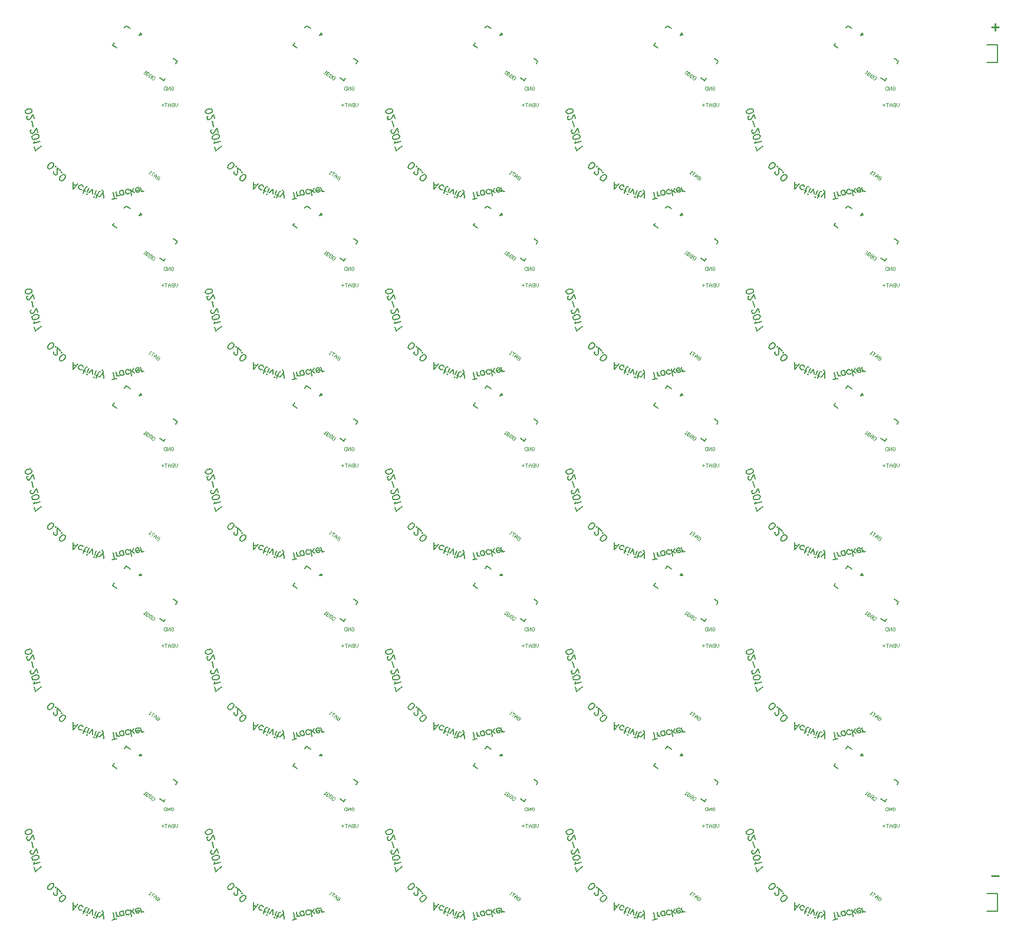
<source format=gbo>
G04 Layer_Color=32896*
%FSLAX25Y25*%
%MOIN*%
G70*
G01*
G75*
%ADD10C,0.00787*%
%ADD40C,0.01000*%
%ADD43C,0.00394*%
D10*
X545278Y487207D02*
X551184D01*
Y497050D01*
X545278D02*
X551184D01*
X545278Y6892D02*
X551184D01*
Y16735D01*
X545278D02*
X551184D01*
X65943Y94608D02*
X66803Y95837D01*
X67335Y94854D01*
X65943Y94608D02*
X67335Y94854D01*
X85174Y81377D02*
X87432Y79797D01*
X86528Y78507D02*
X87432Y79797D01*
X77496Y70412D02*
X79754Y68832D01*
X80657Y70122D01*
X50922Y89020D02*
X53180Y87439D01*
X50922Y89020D02*
X51826Y90310D01*
X57697Y98695D02*
X58600Y99985D01*
X60858Y98404D01*
X51779Y2060D02*
X51095Y5937D01*
X50487Y1832D02*
X53071Y2288D01*
X53304Y3661D02*
X52849Y6246D01*
X53109Y4769D02*
X53391Y4248D01*
X53826Y3944D01*
X54228Y3824D01*
X54781Y3922D01*
X57347Y4374D02*
X56891Y6959D01*
X57249Y4928D02*
X56945Y4494D01*
X56609Y4244D01*
X56055Y4146D01*
X55653Y4266D01*
X55219Y4570D01*
X54937Y5091D01*
X54872Y5460D01*
X54958Y6047D01*
X55263Y6481D01*
X55599Y6731D01*
X56153Y6828D01*
X56555Y6709D01*
X56989Y6405D01*
X60498Y5501D02*
X60194Y5067D01*
X59857Y4817D01*
X59304Y4719D01*
X58902Y4839D01*
X58468Y5143D01*
X58185Y5664D01*
X58120Y6033D01*
X58207Y6620D01*
X58511Y7054D01*
X58848Y7304D01*
X59402Y7401D01*
X59803Y7282D01*
X60238Y6978D01*
X61654Y3801D02*
X60971Y7678D01*
X63272Y5419D02*
X61101Y6939D01*
X61970Y6331D02*
X63001Y8036D01*
X63871Y6667D02*
X66086Y7057D01*
X66151Y6688D01*
X66031Y6286D01*
X65879Y6069D01*
X65543Y5819D01*
X64989Y5722D01*
X64587Y5841D01*
X64153Y6145D01*
X63871Y6667D01*
X63806Y7036D01*
X63893Y7622D01*
X64197Y8056D01*
X64533Y8306D01*
X65087Y8404D01*
X65489Y8284D01*
X65923Y7980D01*
X67112Y6096D02*
X66656Y8680D01*
X66917Y7204D02*
X67199Y6682D01*
X67633Y6378D01*
X68035Y6259D01*
X68589Y6356D01*
X1410Y51241D02*
X1446Y51833D01*
X1892Y52341D01*
X2749Y52764D01*
X3292Y52910D01*
X4246Y52971D01*
X4886Y52755D01*
X5212Y52260D01*
X5309Y51898D01*
X5274Y51306D01*
X4828Y50799D01*
X3971Y50375D01*
X3428Y50230D01*
X2474Y50168D01*
X1834Y50385D01*
X1507Y50879D01*
X1410Y51241D01*
X2980Y49004D02*
X2799Y48955D01*
X2486Y48677D01*
X2353Y48447D01*
X2269Y48037D01*
X2463Y47313D01*
X2741Y46999D01*
X2971Y46867D01*
X3381Y46782D01*
X3743Y46880D01*
X4057Y47158D01*
X4503Y47665D01*
X5828Y49961D01*
X6508Y47426D01*
X5106Y46139D02*
X5979Y42880D01*
X5061Y41237D02*
X4880Y41188D01*
X4567Y40910D01*
X4434Y40680D01*
X4350Y40270D01*
X4544Y39546D01*
X4822Y39232D01*
X5052Y39099D01*
X5462Y39015D01*
X5824Y39112D01*
X6138Y39391D01*
X6584Y39898D01*
X7910Y42194D01*
X8589Y39659D01*
X5306Y36703D02*
X5341Y37295D01*
X5787Y37802D01*
X6644Y38226D01*
X7187Y38372D01*
X8141Y38433D01*
X8781Y38217D01*
X9108Y37722D01*
X9205Y37360D01*
X9169Y36768D01*
X8723Y36261D01*
X7867Y35837D01*
X7323Y35691D01*
X6370Y35630D01*
X5729Y35846D01*
X5403Y36341D01*
X5306Y36703D01*
X6646Y34598D02*
X6562Y34187D01*
X6165Y33499D01*
X9967Y34517D01*
X7348Y29081D02*
X10665Y31910D01*
X6669Y31616D02*
X7348Y29081D01*
X31361Y10588D02*
X28606Y7402D01*
X28543Y11614D01*
X28623Y10189D02*
X30384Y9548D01*
X33633Y7568D02*
X33152Y7344D01*
X32736Y7296D01*
X32208Y7488D01*
X31920Y7792D01*
X31695Y8273D01*
X31712Y8865D01*
X31840Y9217D01*
X32208Y9682D01*
X32689Y9906D01*
X33105Y9954D01*
X33634Y9762D01*
X33922Y9457D01*
X34146Y8977D01*
X34313Y5325D02*
X35403Y8320D01*
X35771Y8784D01*
X36187Y8832D01*
X36540Y8704D01*
X34233Y6751D02*
X35466Y6302D01*
X36074Y4684D02*
X36314Y4796D01*
X36426Y4556D01*
X36186Y4444D01*
X36074Y4684D01*
X36699Y5853D02*
X37596Y8319D01*
X37527Y5552D02*
X39481Y7633D01*
X39640Y4783D02*
X39481Y7633D01*
X40143Y3204D02*
X40383Y3316D01*
X40495Y3075D01*
X40255Y2963D01*
X40143Y3204D01*
X40768Y4372D02*
X41665Y6838D01*
X41675Y2646D02*
X42765Y5640D01*
X43133Y6104D01*
X43550Y6152D01*
X43902Y6024D01*
X41596Y4071D02*
X42828Y3622D01*
X43709Y3302D02*
X45663Y5383D01*
X45823Y2533D02*
X45663Y5383D01*
X45568Y6216D01*
X45344Y6696D01*
X45055Y7000D01*
X44879Y7065D01*
X14351Y19453D02*
X14085Y19983D01*
X14218Y20646D01*
X14748Y21441D01*
X15146Y21839D01*
X15941Y22369D01*
X16604Y22501D01*
X17134Y22236D01*
X17399Y21971D01*
X17664Y21441D01*
X17531Y20778D01*
X17001Y19983D01*
X16604Y19586D01*
X15808Y19055D01*
X15146Y18923D01*
X14616Y19188D01*
X14351Y19453D01*
X18685Y20155D02*
X18685Y20421D01*
X18950D01*
X18950Y20155D01*
X18685D01*
X17704Y17425D02*
X17571Y17293D01*
X17439Y16895D01*
Y16630D01*
X17571Y16232D01*
X18101Y15702D01*
X18499Y15570D01*
X18764D01*
X19162Y15702D01*
X19427Y15967D01*
X19559Y16365D01*
X19692Y17028D01*
Y19678D01*
X21547Y17823D01*
X22038Y16802D02*
X22038Y17067D01*
X22303D01*
X22303Y16802D01*
X22038D01*
X21057Y12747D02*
X20792Y13277D01*
X20924Y13939D01*
X21454Y14735D01*
X21852Y15132D01*
X22647Y15662D01*
X23310Y15795D01*
X23840Y15530D01*
X24105Y15265D01*
X24370Y14735D01*
X24238Y14072D01*
X23708Y13277D01*
X23310Y12879D01*
X22515Y12349D01*
X21852Y12216D01*
X21322Y12482D01*
X21057Y12747D01*
X167911Y94608D02*
X168771Y95837D01*
X169304Y94854D01*
X167911Y94608D02*
X169304Y94854D01*
X187143Y81377D02*
X189400Y79797D01*
X188497Y78507D02*
X189400Y79797D01*
X179465Y70412D02*
X181722Y68832D01*
X182626Y70122D01*
X152891Y89020D02*
X155148Y87439D01*
X152891Y89020D02*
X153794Y90310D01*
X159665Y98695D02*
X160569Y99985D01*
X162826Y98404D01*
X153747Y2060D02*
X153064Y5937D01*
X152455Y1832D02*
X155039Y2288D01*
X155273Y3661D02*
X154817Y6246D01*
X155078Y4769D02*
X155360Y4248D01*
X155794Y3944D01*
X156196Y3824D01*
X156750Y3922D01*
X159316Y4374D02*
X158860Y6959D01*
X159218Y4928D02*
X158914Y4494D01*
X158577Y4244D01*
X158023Y4146D01*
X157622Y4266D01*
X157187Y4570D01*
X156905Y5091D01*
X156840Y5460D01*
X156927Y6047D01*
X157231Y6481D01*
X157568Y6731D01*
X158122Y6828D01*
X158523Y6709D01*
X158958Y6405D01*
X162467Y5501D02*
X162163Y5067D01*
X161826Y4817D01*
X161272Y4719D01*
X160871Y4839D01*
X160436Y5143D01*
X160154Y5664D01*
X160089Y6033D01*
X160176Y6620D01*
X160480Y7054D01*
X160817Y7304D01*
X161370Y7401D01*
X161772Y7282D01*
X162206Y6978D01*
X163623Y3801D02*
X162939Y7678D01*
X165241Y5419D02*
X163069Y6939D01*
X163938Y6331D02*
X164970Y8036D01*
X165839Y6667D02*
X168054Y7057D01*
X168119Y6688D01*
X168000Y6286D01*
X167848Y6069D01*
X167511Y5819D01*
X166957Y5722D01*
X166556Y5841D01*
X166121Y6145D01*
X165839Y6667D01*
X165774Y7036D01*
X165861Y7622D01*
X166165Y8056D01*
X166502Y8306D01*
X167056Y8404D01*
X167457Y8284D01*
X167892Y7980D01*
X169080Y6096D02*
X168625Y8680D01*
X168885Y7204D02*
X169167Y6682D01*
X169602Y6378D01*
X170003Y6259D01*
X170557Y6356D01*
X103379Y51241D02*
X103414Y51833D01*
X103860Y52341D01*
X104717Y52764D01*
X105260Y52910D01*
X106214Y52971D01*
X106854Y52755D01*
X107181Y52260D01*
X107278Y51898D01*
X107242Y51306D01*
X106796Y50799D01*
X105939Y50375D01*
X105396Y50230D01*
X104443Y50168D01*
X103802Y50385D01*
X103476Y50879D01*
X103379Y51241D01*
X104949Y49004D02*
X104768Y48955D01*
X104454Y48677D01*
X104322Y48447D01*
X104237Y48037D01*
X104431Y47313D01*
X104710Y46999D01*
X104939Y46867D01*
X105350Y46782D01*
X105712Y46880D01*
X106025Y47158D01*
X106472Y47665D01*
X107797Y49961D01*
X108476Y47426D01*
X107075Y46139D02*
X107948Y42880D01*
X107030Y41237D02*
X106849Y41188D01*
X106535Y40910D01*
X106403Y40680D01*
X106319Y40270D01*
X106513Y39546D01*
X106791Y39232D01*
X107020Y39099D01*
X107431Y39015D01*
X107793Y39112D01*
X108107Y39391D01*
X108553Y39898D01*
X109878Y42194D01*
X110557Y39659D01*
X107274Y36703D02*
X107310Y37295D01*
X107756Y37802D01*
X108613Y38226D01*
X109156Y38372D01*
X110110Y38433D01*
X110750Y38217D01*
X111076Y37722D01*
X111173Y37360D01*
X111138Y36768D01*
X110692Y36261D01*
X109835Y35837D01*
X109292Y35691D01*
X108338Y35630D01*
X107698Y35846D01*
X107371Y36341D01*
X107274Y36703D01*
X108615Y34598D02*
X108531Y34187D01*
X108133Y33499D01*
X111935Y34517D01*
X109317Y29081D02*
X112634Y31910D01*
X108637Y31616D02*
X109317Y29081D01*
X133330Y10588D02*
X130575Y7402D01*
X130512Y11614D01*
X130591Y10189D02*
X132353Y9548D01*
X135601Y7568D02*
X135121Y7344D01*
X134704Y7296D01*
X134176Y7488D01*
X133888Y7792D01*
X133664Y8273D01*
X133680Y8865D01*
X133808Y9217D01*
X134177Y9682D01*
X134657Y9906D01*
X135074Y9954D01*
X135602Y9762D01*
X135890Y9457D01*
X136114Y8977D01*
X136281Y5325D02*
X137371Y8320D01*
X137740Y8784D01*
X138156Y8832D01*
X138508Y8704D01*
X136202Y6751D02*
X137435Y6302D01*
X138043Y4684D02*
X138283Y4796D01*
X138395Y4556D01*
X138155Y4444D01*
X138043Y4684D01*
X138668Y5853D02*
X139565Y8319D01*
X139495Y5552D02*
X141450Y7633D01*
X141609Y4783D02*
X141450Y7633D01*
X142111Y3204D02*
X142351Y3316D01*
X142464Y3075D01*
X142223Y2963D01*
X142111Y3204D01*
X142736Y4372D02*
X143634Y6838D01*
X143644Y2646D02*
X144734Y5640D01*
X145102Y6104D01*
X145518Y6152D01*
X145871Y6024D01*
X143564Y4071D02*
X144797Y3622D01*
X145678Y3302D02*
X147632Y5383D01*
X147791Y2533D02*
X147632Y5383D01*
X147536Y6216D01*
X147312Y6696D01*
X147024Y7000D01*
X146848Y7065D01*
X116319Y19453D02*
X116054Y19983D01*
X116186Y20646D01*
X116717Y21441D01*
X117114Y21839D01*
X117910Y22369D01*
X118572Y22501D01*
X119102Y22236D01*
X119367Y21971D01*
X119632Y21441D01*
X119500Y20778D01*
X118970Y19983D01*
X118572Y19586D01*
X117777Y19055D01*
X117114Y18923D01*
X116584Y19188D01*
X116319Y19453D01*
X120653Y20155D02*
X120653Y20421D01*
X120918D01*
X120918Y20155D01*
X120653D01*
X119672Y17425D02*
X119540Y17293D01*
X119407Y16895D01*
Y16630D01*
X119540Y16232D01*
X120070Y15702D01*
X120467Y15570D01*
X120732D01*
X121130Y15702D01*
X121395Y15967D01*
X121528Y16365D01*
X121660Y17028D01*
Y19678D01*
X123516Y17823D01*
X124006Y16802D02*
X124006Y17067D01*
X124271D01*
X124271Y16802D01*
X124006D01*
X123025Y12747D02*
X122760Y13277D01*
X122893Y13939D01*
X123423Y14735D01*
X123821Y15132D01*
X124616Y15662D01*
X125278Y15795D01*
X125809Y15530D01*
X126074Y15265D01*
X126339Y14735D01*
X126206Y14072D01*
X125676Y13277D01*
X125278Y12879D01*
X124483Y12349D01*
X123821Y12216D01*
X123291Y12482D01*
X123025Y12747D01*
X269880Y94608D02*
X270740Y95837D01*
X271272Y94854D01*
X269880Y94608D02*
X271272Y94854D01*
X289111Y81377D02*
X291369Y79797D01*
X290465Y78507D02*
X291369Y79797D01*
X281434Y70412D02*
X283691Y68832D01*
X284594Y70122D01*
X254859Y89020D02*
X257117Y87439D01*
X254859Y89020D02*
X255763Y90310D01*
X261634Y98695D02*
X262537Y99985D01*
X264795Y98404D01*
X255716Y2060D02*
X255032Y5937D01*
X254424Y1832D02*
X257008Y2288D01*
X257242Y3661D02*
X256786Y6246D01*
X257046Y4769D02*
X257329Y4248D01*
X257763Y3944D01*
X258165Y3824D01*
X258718Y3922D01*
X261284Y4374D02*
X260828Y6959D01*
X261186Y4928D02*
X260882Y4494D01*
X260546Y4244D01*
X259992Y4146D01*
X259590Y4266D01*
X259156Y4570D01*
X258874Y5091D01*
X258809Y5460D01*
X258895Y6047D01*
X259200Y6481D01*
X259536Y6731D01*
X260090Y6828D01*
X260492Y6709D01*
X260926Y6405D01*
X264435Y5501D02*
X264131Y5067D01*
X263794Y4817D01*
X263241Y4719D01*
X262839Y4839D01*
X262405Y5143D01*
X262122Y5664D01*
X262057Y6033D01*
X262144Y6620D01*
X262448Y7054D01*
X262785Y7304D01*
X263339Y7401D01*
X263740Y7282D01*
X264175Y6978D01*
X265591Y3801D02*
X264908Y7678D01*
X267209Y5419D02*
X265038Y6939D01*
X265907Y6331D02*
X266938Y8036D01*
X267808Y6667D02*
X270023Y7057D01*
X270088Y6688D01*
X269968Y6286D01*
X269816Y6069D01*
X269480Y5819D01*
X268926Y5722D01*
X268524Y5841D01*
X268090Y6145D01*
X267808Y6667D01*
X267743Y7036D01*
X267830Y7622D01*
X268134Y8056D01*
X268470Y8306D01*
X269024Y8404D01*
X269426Y8284D01*
X269860Y7980D01*
X271049Y6096D02*
X270593Y8680D01*
X270853Y7204D02*
X271136Y6682D01*
X271570Y6378D01*
X271972Y6259D01*
X272526Y6356D01*
X205347Y51241D02*
X205383Y51833D01*
X205829Y52341D01*
X206686Y52764D01*
X207229Y52910D01*
X208183Y52971D01*
X208823Y52755D01*
X209149Y52260D01*
X209246Y51898D01*
X209211Y51306D01*
X208765Y50799D01*
X207908Y50375D01*
X207365Y50230D01*
X206411Y50168D01*
X205771Y50385D01*
X205444Y50879D01*
X205347Y51241D01*
X206917Y49004D02*
X206736Y48955D01*
X206422Y48677D01*
X206290Y48447D01*
X206206Y48037D01*
X206400Y47313D01*
X206678Y46999D01*
X206908Y46867D01*
X207318Y46782D01*
X207680Y46880D01*
X207994Y47158D01*
X208440Y47665D01*
X209765Y49961D01*
X210445Y47426D01*
X209043Y46139D02*
X209916Y42880D01*
X208998Y41237D02*
X208817Y41188D01*
X208504Y40910D01*
X208371Y40680D01*
X208287Y40270D01*
X208481Y39546D01*
X208759Y39232D01*
X208989Y39099D01*
X209399Y39015D01*
X209762Y39112D01*
X210075Y39391D01*
X210521Y39898D01*
X211847Y42194D01*
X212526Y39659D01*
X209243Y36703D02*
X209278Y37295D01*
X209724Y37802D01*
X210581Y38226D01*
X211124Y38372D01*
X212078Y38433D01*
X212718Y38217D01*
X213045Y37722D01*
X213142Y37360D01*
X213106Y36768D01*
X212660Y36261D01*
X211804Y35837D01*
X211260Y35691D01*
X210307Y35630D01*
X209666Y35846D01*
X209340Y36341D01*
X209243Y36703D01*
X210583Y34598D02*
X210499Y34187D01*
X210102Y33499D01*
X213903Y34517D01*
X211285Y29081D02*
X214602Y31910D01*
X210606Y31616D02*
X211285Y29081D01*
X235298Y10588D02*
X232543Y7402D01*
X232480Y11614D01*
X232560Y10189D02*
X234321Y9548D01*
X237570Y7568D02*
X237089Y7344D01*
X236673Y7296D01*
X236145Y7488D01*
X235857Y7792D01*
X235632Y8273D01*
X235649Y8865D01*
X235777Y9217D01*
X236145Y9682D01*
X236626Y9906D01*
X237042Y9954D01*
X237571Y9762D01*
X237859Y9457D01*
X238083Y8977D01*
X238250Y5325D02*
X239340Y8320D01*
X239708Y8784D01*
X240125Y8832D01*
X240477Y8704D01*
X238170Y6751D02*
X239403Y6302D01*
X240011Y4684D02*
X240251Y4796D01*
X240363Y4556D01*
X240123Y4444D01*
X240011Y4684D01*
X240636Y5853D02*
X241533Y8319D01*
X241464Y5552D02*
X243418Y7633D01*
X243577Y4783D02*
X243418Y7633D01*
X244080Y3204D02*
X244320Y3316D01*
X244432Y3075D01*
X244192Y2963D01*
X244080Y3204D01*
X244705Y4372D02*
X245602Y6838D01*
X245612Y2646D02*
X246702Y5640D01*
X247070Y6104D01*
X247487Y6152D01*
X247839Y6024D01*
X245532Y4071D02*
X246765Y3622D01*
X247646Y3302D02*
X249600Y5383D01*
X249760Y2533D02*
X249600Y5383D01*
X249505Y6216D01*
X249281Y6696D01*
X248992Y7000D01*
X248816Y7065D01*
X218287Y19453D02*
X218022Y19983D01*
X218155Y20646D01*
X218685Y21441D01*
X219083Y21839D01*
X219878Y22369D01*
X220541Y22501D01*
X221071Y22236D01*
X221336Y21971D01*
X221601Y21441D01*
X221468Y20778D01*
X220938Y19983D01*
X220541Y19586D01*
X219745Y19055D01*
X219083Y18923D01*
X218553Y19188D01*
X218287Y19453D01*
X222621Y20155D02*
X222621Y20421D01*
X222887D01*
X222887Y20155D01*
X222621D01*
X221641Y17425D02*
X221508Y17293D01*
X221376Y16895D01*
Y16630D01*
X221508Y16232D01*
X222038Y15702D01*
X222436Y15570D01*
X222701D01*
X223099Y15702D01*
X223364Y15967D01*
X223496Y16365D01*
X223629Y17028D01*
Y19678D01*
X225484Y17823D01*
X225975Y16802D02*
X225975Y17067D01*
X226240D01*
X226240Y16802D01*
X225975D01*
X224994Y12747D02*
X224729Y13277D01*
X224861Y13939D01*
X225392Y14735D01*
X225789Y15132D01*
X226584Y15662D01*
X227247Y15795D01*
X227777Y15530D01*
X228042Y15265D01*
X228307Y14735D01*
X228175Y14072D01*
X227645Y13277D01*
X227247Y12879D01*
X226452Y12349D01*
X225789Y12216D01*
X225259Y12482D01*
X224994Y12747D01*
X371848Y94608D02*
X372708Y95837D01*
X373241Y94854D01*
X371848Y94608D02*
X373241Y94854D01*
X391080Y81377D02*
X393337Y79797D01*
X392434Y78507D02*
X393337Y79797D01*
X383402Y70412D02*
X385660Y68832D01*
X386563Y70122D01*
X356828Y89020D02*
X359085Y87439D01*
X356828Y89020D02*
X357731Y90310D01*
X363602Y98695D02*
X364506Y99985D01*
X366763Y98404D01*
X357684Y2060D02*
X357001Y5937D01*
X356392Y1832D02*
X358976Y2288D01*
X359210Y3661D02*
X358754Y6246D01*
X359015Y4769D02*
X359297Y4248D01*
X359731Y3944D01*
X360133Y3824D01*
X360687Y3922D01*
X363252Y4374D02*
X362797Y6959D01*
X363155Y4928D02*
X362851Y4494D01*
X362514Y4244D01*
X361960Y4146D01*
X361559Y4266D01*
X361124Y4570D01*
X360842Y5091D01*
X360777Y5460D01*
X360864Y6047D01*
X361168Y6481D01*
X361505Y6731D01*
X362058Y6828D01*
X362460Y6709D01*
X362895Y6405D01*
X366404Y5501D02*
X366100Y5067D01*
X365763Y4817D01*
X365209Y4719D01*
X364808Y4839D01*
X364373Y5143D01*
X364091Y5664D01*
X364026Y6033D01*
X364113Y6620D01*
X364417Y7054D01*
X364754Y7304D01*
X365307Y7401D01*
X365709Y7282D01*
X366143Y6978D01*
X367560Y3801D02*
X366876Y7678D01*
X369178Y5419D02*
X367006Y6939D01*
X367875Y6331D02*
X368907Y8036D01*
X369776Y6667D02*
X371991Y7057D01*
X372056Y6688D01*
X371937Y6286D01*
X371785Y6069D01*
X371448Y5819D01*
X370895Y5722D01*
X370493Y5841D01*
X370058Y6145D01*
X369776Y6667D01*
X369711Y7036D01*
X369798Y7622D01*
X370102Y8056D01*
X370439Y8306D01*
X370993Y8404D01*
X371394Y8284D01*
X371829Y7980D01*
X373017Y6096D02*
X372562Y8680D01*
X372822Y7204D02*
X373104Y6682D01*
X373538Y6378D01*
X373940Y6259D01*
X374494Y6356D01*
X307316Y51241D02*
X307351Y51833D01*
X307797Y52341D01*
X308654Y52764D01*
X309197Y52910D01*
X310151Y52971D01*
X310791Y52755D01*
X311118Y52260D01*
X311215Y51898D01*
X311179Y51306D01*
X310733Y50799D01*
X309876Y50375D01*
X309333Y50230D01*
X308380Y50168D01*
X307739Y50385D01*
X307413Y50879D01*
X307316Y51241D01*
X308886Y49004D02*
X308705Y48955D01*
X308391Y48677D01*
X308259Y48447D01*
X308174Y48037D01*
X308368Y47313D01*
X308647Y46999D01*
X308876Y46867D01*
X309287Y46782D01*
X309649Y46880D01*
X309962Y47158D01*
X310409Y47665D01*
X311734Y49961D01*
X312413Y47426D01*
X311012Y46139D02*
X311885Y42880D01*
X310967Y41237D02*
X310786Y41188D01*
X310472Y40910D01*
X310340Y40680D01*
X310256Y40270D01*
X310450Y39546D01*
X310728Y39232D01*
X310957Y39099D01*
X311368Y39015D01*
X311730Y39112D01*
X312044Y39391D01*
X312490Y39898D01*
X313815Y42194D01*
X314494Y39659D01*
X311211Y36703D02*
X311247Y37295D01*
X311693Y37802D01*
X312550Y38226D01*
X313093Y38372D01*
X314047Y38433D01*
X314687Y38217D01*
X315013Y37722D01*
X315110Y37360D01*
X315075Y36768D01*
X314629Y36261D01*
X313772Y35837D01*
X313229Y35691D01*
X312275Y35630D01*
X311635Y35846D01*
X311308Y36341D01*
X311211Y36703D01*
X312552Y34598D02*
X312468Y34187D01*
X312070Y33499D01*
X315872Y34517D01*
X313254Y29081D02*
X316571Y31910D01*
X312575Y31616D02*
X313254Y29081D01*
X337267Y10588D02*
X334512Y7402D01*
X334449Y11614D01*
X334528Y10189D02*
X336290Y9548D01*
X339538Y7568D02*
X339058Y7344D01*
X338642Y7296D01*
X338113Y7488D01*
X337825Y7792D01*
X337601Y8273D01*
X337617Y8865D01*
X337745Y9217D01*
X338114Y9682D01*
X338594Y9906D01*
X339011Y9954D01*
X339539Y9762D01*
X339827Y9457D01*
X340051Y8977D01*
X340218Y5325D02*
X341308Y8320D01*
X341677Y8784D01*
X342093Y8832D01*
X342445Y8704D01*
X340139Y6751D02*
X341372Y6302D01*
X341980Y4684D02*
X342220Y4796D01*
X342332Y4556D01*
X342092Y4444D01*
X341980Y4684D01*
X342604Y5853D02*
X343502Y8319D01*
X343432Y5552D02*
X345387Y7633D01*
X345546Y4783D02*
X345387Y7633D01*
X346048Y3204D02*
X346288Y3316D01*
X346401Y3075D01*
X346160Y2963D01*
X346048Y3204D01*
X346673Y4372D02*
X347571Y6838D01*
X347581Y2646D02*
X348671Y5640D01*
X349039Y6104D01*
X349455Y6152D01*
X349808Y6024D01*
X347501Y4071D02*
X348734Y3622D01*
X349615Y3302D02*
X351569Y5383D01*
X351728Y2533D02*
X351569Y5383D01*
X351473Y6216D01*
X351249Y6696D01*
X350961Y7000D01*
X350785Y7065D01*
X320256Y19453D02*
X319991Y19983D01*
X320124Y20646D01*
X320654Y21441D01*
X321051Y21839D01*
X321847Y22369D01*
X322509Y22501D01*
X323039Y22236D01*
X323304Y21971D01*
X323569Y21441D01*
X323437Y20778D01*
X322907Y19983D01*
X322509Y19586D01*
X321714Y19055D01*
X321051Y18923D01*
X320521Y19188D01*
X320256Y19453D01*
X324590Y20155D02*
X324590Y20421D01*
X324855D01*
X324855Y20155D01*
X324590D01*
X323609Y17425D02*
X323477Y17293D01*
X323344Y16895D01*
Y16630D01*
X323477Y16232D01*
X324007Y15702D01*
X324404Y15570D01*
X324670D01*
X325067Y15702D01*
X325332Y15967D01*
X325465Y16365D01*
X325597Y17028D01*
Y19678D01*
X327453Y17823D01*
X327943Y16802D02*
X327943Y17067D01*
X328208D01*
X328208Y16802D01*
X327943D01*
X326962Y12747D02*
X326697Y13277D01*
X326830Y13939D01*
X327360Y14735D01*
X327758Y15132D01*
X328553Y15662D01*
X329216Y15795D01*
X329746Y15530D01*
X330011Y15265D01*
X330276Y14735D01*
X330143Y14072D01*
X329613Y13277D01*
X329216Y12879D01*
X328420Y12349D01*
X327758Y12216D01*
X327227Y12482D01*
X326962Y12747D01*
X473816Y94608D02*
X474677Y95837D01*
X475209Y94854D01*
X473816Y94608D02*
X475209Y94854D01*
X493048Y81377D02*
X495306Y79797D01*
X494403Y78507D02*
X495306Y79797D01*
X485370Y70412D02*
X487628Y68832D01*
X488531Y70122D01*
X458796Y89020D02*
X461054Y87439D01*
X458796Y89020D02*
X459700Y90310D01*
X465571Y98695D02*
X466474Y99985D01*
X468732Y98404D01*
X459653Y2060D02*
X458969Y5937D01*
X458361Y1832D02*
X460945Y2288D01*
X461178Y3661D02*
X460723Y6246D01*
X460983Y4769D02*
X461266Y4248D01*
X461700Y3944D01*
X462102Y3824D01*
X462655Y3922D01*
X465221Y4374D02*
X464765Y6959D01*
X465123Y4928D02*
X464819Y4494D01*
X464483Y4244D01*
X463929Y4146D01*
X463527Y4266D01*
X463093Y4570D01*
X462811Y5091D01*
X462746Y5460D01*
X462832Y6047D01*
X463137Y6481D01*
X463473Y6731D01*
X464027Y6828D01*
X464429Y6709D01*
X464863Y6405D01*
X468372Y5501D02*
X468068Y5067D01*
X467731Y4817D01*
X467178Y4719D01*
X466776Y4839D01*
X466342Y5143D01*
X466059Y5664D01*
X465994Y6033D01*
X466081Y6620D01*
X466385Y7054D01*
X466722Y7304D01*
X467276Y7401D01*
X467677Y7282D01*
X468112Y6978D01*
X469528Y3801D02*
X468845Y7678D01*
X471146Y5419D02*
X468975Y6939D01*
X469843Y6331D02*
X470875Y8036D01*
X471745Y6667D02*
X473960Y7057D01*
X474025Y6688D01*
X473905Y6286D01*
X473753Y6069D01*
X473417Y5819D01*
X472863Y5722D01*
X472461Y5841D01*
X472027Y6145D01*
X471745Y6667D01*
X471680Y7036D01*
X471767Y7622D01*
X472071Y8056D01*
X472407Y8306D01*
X472961Y8404D01*
X473363Y8284D01*
X473797Y7980D01*
X474986Y6096D02*
X474530Y8680D01*
X474790Y7204D02*
X475073Y6682D01*
X475507Y6378D01*
X475909Y6259D01*
X476463Y6356D01*
X409284Y51241D02*
X409320Y51833D01*
X409766Y52341D01*
X410623Y52764D01*
X411166Y52910D01*
X412120Y52971D01*
X412760Y52755D01*
X413086Y52260D01*
X413183Y51898D01*
X413148Y51306D01*
X412702Y50799D01*
X411845Y50375D01*
X411302Y50230D01*
X410348Y50168D01*
X409708Y50385D01*
X409381Y50879D01*
X409284Y51241D01*
X410854Y49004D02*
X410673Y48955D01*
X410359Y48677D01*
X410227Y48447D01*
X410143Y48037D01*
X410337Y47313D01*
X410615Y46999D01*
X410845Y46867D01*
X411255Y46782D01*
X411617Y46880D01*
X411931Y47158D01*
X412377Y47665D01*
X413702Y49961D01*
X414382Y47426D01*
X412980Y46139D02*
X413853Y42880D01*
X412935Y41237D02*
X412754Y41188D01*
X412441Y40910D01*
X412308Y40680D01*
X412224Y40270D01*
X412418Y39546D01*
X412696Y39232D01*
X412926Y39099D01*
X413336Y39015D01*
X413698Y39112D01*
X414012Y39391D01*
X414458Y39898D01*
X415784Y42194D01*
X416463Y39659D01*
X413180Y36703D02*
X413215Y37295D01*
X413661Y37802D01*
X414518Y38226D01*
X415061Y38372D01*
X416015Y38433D01*
X416655Y38217D01*
X416982Y37722D01*
X417079Y37360D01*
X417043Y36768D01*
X416597Y36261D01*
X415740Y35837D01*
X415197Y35691D01*
X414244Y35630D01*
X413603Y35846D01*
X413277Y36341D01*
X413180Y36703D01*
X414520Y34598D02*
X414436Y34187D01*
X414039Y33499D01*
X417840Y34517D01*
X415222Y29081D02*
X418539Y31910D01*
X414543Y31616D02*
X415222Y29081D01*
X439235Y10588D02*
X436480Y7402D01*
X436417Y11614D01*
X436497Y10189D02*
X438258Y9548D01*
X441507Y7568D02*
X441026Y7344D01*
X440610Y7296D01*
X440082Y7488D01*
X439793Y7792D01*
X439569Y8273D01*
X439586Y8865D01*
X439714Y9217D01*
X440082Y9682D01*
X440563Y9906D01*
X440979Y9954D01*
X441507Y9762D01*
X441796Y9457D01*
X442020Y8977D01*
X442187Y5325D02*
X443277Y8320D01*
X443645Y8784D01*
X444062Y8832D01*
X444414Y8704D01*
X442107Y6751D02*
X443340Y6302D01*
X443948Y4684D02*
X444188Y4796D01*
X444300Y4556D01*
X444060Y4444D01*
X443948Y4684D01*
X444573Y5853D02*
X445471Y8319D01*
X445401Y5552D02*
X447355Y7633D01*
X447514Y4783D02*
X447355Y7633D01*
X448017Y3204D02*
X448257Y3316D01*
X448369Y3075D01*
X448129Y2963D01*
X448017Y3204D01*
X448642Y4372D02*
X449539Y6838D01*
X449549Y2646D02*
X450639Y5640D01*
X451007Y6104D01*
X451424Y6152D01*
X451776Y6024D01*
X449470Y4071D02*
X450702Y3622D01*
X451583Y3302D02*
X453537Y5383D01*
X453697Y2533D02*
X453537Y5383D01*
X453442Y6216D01*
X453218Y6696D01*
X452929Y7000D01*
X452753Y7065D01*
X422225Y19453D02*
X421959Y19983D01*
X422092Y20646D01*
X422622Y21441D01*
X423020Y21839D01*
X423815Y22369D01*
X424478Y22501D01*
X425008Y22236D01*
X425273Y21971D01*
X425538Y21441D01*
X425405Y20778D01*
X424875Y19983D01*
X424478Y19586D01*
X423682Y19055D01*
X423020Y18923D01*
X422490Y19188D01*
X422225Y19453D01*
X426558Y20155D02*
X426558Y20421D01*
X426824D01*
X426824Y20155D01*
X426558D01*
X425578Y17425D02*
X425445Y17293D01*
X425313Y16895D01*
Y16630D01*
X425445Y16232D01*
X425975Y15702D01*
X426373Y15570D01*
X426638D01*
X427036Y15702D01*
X427301Y15967D01*
X427433Y16365D01*
X427566Y17028D01*
Y19678D01*
X429421Y17823D01*
X429912Y16802D02*
X429912Y17067D01*
X430177D01*
X430177Y16802D01*
X429912D01*
X428931Y12747D02*
X428666Y13277D01*
X428798Y13939D01*
X429328Y14735D01*
X429726Y15132D01*
X430521Y15662D01*
X431184Y15795D01*
X431714Y15530D01*
X431979Y15265D01*
X432244Y14735D01*
X432112Y14072D01*
X431582Y13277D01*
X431184Y12879D01*
X430389Y12349D01*
X429726Y12216D01*
X429196Y12482D01*
X428931Y12747D01*
X65943Y196576D02*
X66803Y197805D01*
X67335Y196822D01*
X65943Y196576D02*
X67335Y196822D01*
X85174Y183346D02*
X87432Y181765D01*
X86528Y180475D02*
X87432Y181765D01*
X77496Y172381D02*
X79754Y170800D01*
X80657Y172090D01*
X50922Y190988D02*
X53180Y189408D01*
X50922Y190988D02*
X51826Y192278D01*
X57697Y200663D02*
X58600Y201953D01*
X60858Y200373D01*
X51779Y104029D02*
X51095Y107905D01*
X50487Y103801D02*
X53071Y104256D01*
X53304Y105630D02*
X52849Y108214D01*
X53109Y106737D02*
X53391Y106216D01*
X53826Y105912D01*
X54228Y105793D01*
X54781Y105890D01*
X57347Y106343D02*
X56891Y108927D01*
X57249Y106896D02*
X56945Y106462D01*
X56609Y106213D01*
X56055Y106115D01*
X55653Y106234D01*
X55219Y106538D01*
X54937Y107060D01*
X54872Y107429D01*
X54958Y108015D01*
X55263Y108449D01*
X55599Y108699D01*
X56153Y108797D01*
X56555Y108677D01*
X56989Y108373D01*
X60498Y107469D02*
X60194Y107035D01*
X59857Y106785D01*
X59304Y106688D01*
X58902Y106807D01*
X58468Y107111D01*
X58185Y107633D01*
X58120Y108002D01*
X58207Y108588D01*
X58511Y109022D01*
X58848Y109272D01*
X59402Y109370D01*
X59803Y109250D01*
X60238Y108946D01*
X61654Y105770D02*
X60971Y109646D01*
X63272Y107388D02*
X61101Y108908D01*
X61970Y108300D02*
X63001Y110004D01*
X63871Y108635D02*
X66086Y109026D01*
X66151Y108656D01*
X66031Y108255D01*
X65879Y108038D01*
X65543Y107788D01*
X64989Y107690D01*
X64587Y107810D01*
X64153Y108114D01*
X63871Y108635D01*
X63806Y109004D01*
X63893Y109590D01*
X64197Y110025D01*
X64533Y110275D01*
X65087Y110372D01*
X65489Y110253D01*
X65923Y109949D01*
X67112Y108065D02*
X66656Y110649D01*
X66917Y109172D02*
X67199Y108651D01*
X67633Y108347D01*
X68035Y108227D01*
X68589Y108325D01*
X1410Y153210D02*
X1446Y153802D01*
X1892Y154309D01*
X2749Y154733D01*
X3292Y154878D01*
X4246Y154940D01*
X4886Y154723D01*
X5212Y154229D01*
X5309Y153867D01*
X5274Y153275D01*
X4828Y152767D01*
X3971Y152344D01*
X3428Y152198D01*
X2474Y152137D01*
X1834Y152353D01*
X1507Y152848D01*
X1410Y153210D01*
X2980Y150972D02*
X2799Y150924D01*
X2486Y150645D01*
X2353Y150416D01*
X2269Y150005D01*
X2463Y149281D01*
X2741Y148968D01*
X2971Y148835D01*
X3381Y148751D01*
X3743Y148848D01*
X4057Y149126D01*
X4503Y149634D01*
X5828Y151929D01*
X6508Y149395D01*
X5106Y148107D02*
X5979Y144848D01*
X5061Y143205D02*
X4880Y143157D01*
X4567Y142878D01*
X4434Y142649D01*
X4350Y142238D01*
X4544Y141514D01*
X4822Y141200D01*
X5052Y141068D01*
X5462Y140984D01*
X5824Y141081D01*
X6138Y141359D01*
X6584Y141867D01*
X7910Y144162D01*
X8589Y141628D01*
X5306Y138672D02*
X5341Y139263D01*
X5787Y139771D01*
X6644Y140194D01*
X7187Y140340D01*
X8141Y140402D01*
X8781Y140185D01*
X9108Y139690D01*
X9205Y139328D01*
X9169Y138737D01*
X8723Y138229D01*
X7867Y137805D01*
X7323Y137660D01*
X6370Y137598D01*
X5729Y137815D01*
X5403Y138310D01*
X5306Y138672D01*
X6646Y136566D02*
X6562Y136156D01*
X6165Y135467D01*
X9967Y136486D01*
X7348Y131049D02*
X10665Y133879D01*
X6669Y133584D02*
X7348Y131049D01*
X31361Y112557D02*
X28606Y109371D01*
X28543Y113583D01*
X28623Y112157D02*
X30384Y111516D01*
X33633Y109536D02*
X33152Y109312D01*
X32736Y109264D01*
X32208Y109456D01*
X31920Y109761D01*
X31695Y110241D01*
X31712Y110834D01*
X31840Y111186D01*
X32208Y111650D01*
X32689Y111874D01*
X33105Y111922D01*
X33634Y111730D01*
X33922Y111426D01*
X34146Y110945D01*
X34313Y107294D02*
X35403Y110288D01*
X35771Y110752D01*
X36187Y110800D01*
X36540Y110672D01*
X34233Y108719D02*
X35466Y108271D01*
X36074Y106653D02*
X36314Y106765D01*
X36426Y106525D01*
X36186Y106413D01*
X36074Y106653D01*
X36699Y107822D02*
X37596Y110288D01*
X37527Y107520D02*
X39481Y109602D01*
X39640Y106751D02*
X39481Y109602D01*
X40143Y105172D02*
X40383Y105284D01*
X40495Y105044D01*
X40255Y104932D01*
X40143Y105172D01*
X40768Y106341D02*
X41665Y108807D01*
X41675Y104614D02*
X42765Y107608D01*
X43133Y108073D01*
X43550Y108121D01*
X43902Y107993D01*
X41596Y106040D02*
X42828Y105591D01*
X43709Y105270D02*
X45663Y107352D01*
X45823Y104501D02*
X45663Y107352D01*
X45568Y108184D01*
X45344Y108665D01*
X45055Y108969D01*
X44879Y109033D01*
X14351Y121422D02*
X14085Y121952D01*
X14218Y122614D01*
X14748Y123409D01*
X15146Y123807D01*
X15941Y124337D01*
X16604Y124470D01*
X17134Y124205D01*
X17399Y123940D01*
X17664Y123409D01*
X17531Y122747D01*
X17001Y121952D01*
X16604Y121554D01*
X15808Y121024D01*
X15146Y120891D01*
X14616Y121156D01*
X14351Y121422D01*
X18685Y122124D02*
X18685Y122389D01*
X18950D01*
X18950Y122124D01*
X18685D01*
X17704Y119394D02*
X17571Y119261D01*
X17439Y118863D01*
Y118598D01*
X17571Y118201D01*
X18101Y117671D01*
X18499Y117538D01*
X18764D01*
X19162Y117671D01*
X19427Y117936D01*
X19559Y118333D01*
X19692Y118996D01*
Y121647D01*
X21547Y119791D01*
X22038Y118771D02*
X22038Y119036D01*
X22303D01*
X22303Y118771D01*
X22038D01*
X21057Y114715D02*
X20792Y115245D01*
X20924Y115908D01*
X21454Y116703D01*
X21852Y117101D01*
X22647Y117631D01*
X23310Y117763D01*
X23840Y117498D01*
X24105Y117233D01*
X24370Y116703D01*
X24238Y116041D01*
X23708Y115245D01*
X23310Y114848D01*
X22515Y114318D01*
X21852Y114185D01*
X21322Y114450D01*
X21057Y114715D01*
X167911Y196576D02*
X168771Y197805D01*
X169304Y196822D01*
X167911Y196576D02*
X169304Y196822D01*
X187143Y183346D02*
X189400Y181765D01*
X188497Y180475D02*
X189400Y181765D01*
X179465Y172381D02*
X181722Y170800D01*
X182626Y172090D01*
X152891Y190988D02*
X155148Y189408D01*
X152891Y190988D02*
X153794Y192278D01*
X159665Y200663D02*
X160569Y201953D01*
X162826Y200373D01*
X153747Y104029D02*
X153064Y107905D01*
X152455Y103801D02*
X155039Y104256D01*
X155273Y105630D02*
X154817Y108214D01*
X155078Y106737D02*
X155360Y106216D01*
X155794Y105912D01*
X156196Y105793D01*
X156750Y105890D01*
X159316Y106343D02*
X158860Y108927D01*
X159218Y106896D02*
X158914Y106462D01*
X158577Y106213D01*
X158023Y106115D01*
X157622Y106234D01*
X157187Y106538D01*
X156905Y107060D01*
X156840Y107429D01*
X156927Y108015D01*
X157231Y108449D01*
X157568Y108699D01*
X158122Y108797D01*
X158523Y108677D01*
X158958Y108373D01*
X162467Y107469D02*
X162163Y107035D01*
X161826Y106785D01*
X161272Y106688D01*
X160871Y106807D01*
X160436Y107111D01*
X160154Y107633D01*
X160089Y108002D01*
X160176Y108588D01*
X160480Y109022D01*
X160817Y109272D01*
X161370Y109370D01*
X161772Y109250D01*
X162206Y108946D01*
X163623Y105770D02*
X162939Y109646D01*
X165241Y107388D02*
X163069Y108908D01*
X163938Y108300D02*
X164970Y110004D01*
X165839Y108635D02*
X168054Y109026D01*
X168119Y108656D01*
X168000Y108255D01*
X167848Y108038D01*
X167511Y107788D01*
X166957Y107690D01*
X166556Y107810D01*
X166121Y108114D01*
X165839Y108635D01*
X165774Y109004D01*
X165861Y109590D01*
X166165Y110025D01*
X166502Y110275D01*
X167056Y110372D01*
X167457Y110253D01*
X167892Y109949D01*
X169080Y108065D02*
X168625Y110649D01*
X168885Y109172D02*
X169167Y108651D01*
X169602Y108347D01*
X170003Y108227D01*
X170557Y108325D01*
X103379Y153210D02*
X103414Y153802D01*
X103860Y154309D01*
X104717Y154733D01*
X105260Y154878D01*
X106214Y154940D01*
X106854Y154723D01*
X107181Y154229D01*
X107278Y153867D01*
X107242Y153275D01*
X106796Y152767D01*
X105939Y152344D01*
X105396Y152198D01*
X104443Y152137D01*
X103802Y152353D01*
X103476Y152848D01*
X103379Y153210D01*
X104949Y150972D02*
X104768Y150924D01*
X104454Y150645D01*
X104322Y150416D01*
X104237Y150005D01*
X104431Y149281D01*
X104710Y148968D01*
X104939Y148835D01*
X105350Y148751D01*
X105712Y148848D01*
X106025Y149126D01*
X106472Y149634D01*
X107797Y151929D01*
X108476Y149395D01*
X107075Y148107D02*
X107948Y144848D01*
X107030Y143205D02*
X106849Y143157D01*
X106535Y142878D01*
X106403Y142649D01*
X106319Y142238D01*
X106513Y141514D01*
X106791Y141200D01*
X107020Y141068D01*
X107431Y140984D01*
X107793Y141081D01*
X108107Y141359D01*
X108553Y141867D01*
X109878Y144162D01*
X110557Y141628D01*
X107274Y138672D02*
X107310Y139263D01*
X107756Y139771D01*
X108613Y140194D01*
X109156Y140340D01*
X110110Y140402D01*
X110750Y140185D01*
X111076Y139690D01*
X111173Y139328D01*
X111138Y138737D01*
X110692Y138229D01*
X109835Y137805D01*
X109292Y137660D01*
X108338Y137598D01*
X107698Y137815D01*
X107371Y138310D01*
X107274Y138672D01*
X108615Y136566D02*
X108531Y136156D01*
X108133Y135467D01*
X111935Y136486D01*
X109317Y131049D02*
X112634Y133879D01*
X108637Y133584D02*
X109317Y131049D01*
X133330Y112557D02*
X130575Y109371D01*
X130512Y113583D01*
X130591Y112157D02*
X132353Y111516D01*
X135601Y109536D02*
X135121Y109312D01*
X134704Y109264D01*
X134176Y109456D01*
X133888Y109761D01*
X133664Y110241D01*
X133680Y110834D01*
X133808Y111186D01*
X134177Y111650D01*
X134657Y111874D01*
X135074Y111922D01*
X135602Y111730D01*
X135890Y111426D01*
X136114Y110945D01*
X136281Y107294D02*
X137371Y110288D01*
X137740Y110752D01*
X138156Y110800D01*
X138508Y110672D01*
X136202Y108719D02*
X137435Y108271D01*
X138043Y106653D02*
X138283Y106765D01*
X138395Y106525D01*
X138155Y106413D01*
X138043Y106653D01*
X138668Y107822D02*
X139565Y110288D01*
X139495Y107520D02*
X141450Y109602D01*
X141609Y106751D02*
X141450Y109602D01*
X142111Y105172D02*
X142351Y105284D01*
X142464Y105044D01*
X142223Y104932D01*
X142111Y105172D01*
X142736Y106341D02*
X143634Y108807D01*
X143644Y104614D02*
X144734Y107608D01*
X145102Y108073D01*
X145518Y108121D01*
X145871Y107993D01*
X143564Y106040D02*
X144797Y105591D01*
X145678Y105270D02*
X147632Y107352D01*
X147791Y104501D02*
X147632Y107352D01*
X147536Y108184D01*
X147312Y108665D01*
X147024Y108969D01*
X146848Y109033D01*
X116319Y121422D02*
X116054Y121952D01*
X116186Y122614D01*
X116717Y123409D01*
X117114Y123807D01*
X117910Y124337D01*
X118572Y124470D01*
X119102Y124205D01*
X119367Y123940D01*
X119632Y123409D01*
X119500Y122747D01*
X118970Y121952D01*
X118572Y121554D01*
X117777Y121024D01*
X117114Y120891D01*
X116584Y121156D01*
X116319Y121422D01*
X120653Y122124D02*
X120653Y122389D01*
X120918D01*
X120918Y122124D01*
X120653D01*
X119672Y119394D02*
X119540Y119261D01*
X119407Y118863D01*
Y118598D01*
X119540Y118201D01*
X120070Y117671D01*
X120467Y117538D01*
X120732D01*
X121130Y117671D01*
X121395Y117936D01*
X121528Y118333D01*
X121660Y118996D01*
Y121647D01*
X123516Y119791D01*
X124006Y118771D02*
X124006Y119036D01*
X124271D01*
X124271Y118771D01*
X124006D01*
X123025Y114715D02*
X122760Y115245D01*
X122893Y115908D01*
X123423Y116703D01*
X123821Y117101D01*
X124616Y117631D01*
X125278Y117763D01*
X125809Y117498D01*
X126074Y117233D01*
X126339Y116703D01*
X126206Y116041D01*
X125676Y115245D01*
X125278Y114848D01*
X124483Y114318D01*
X123821Y114185D01*
X123291Y114450D01*
X123025Y114715D01*
X269880Y196576D02*
X270740Y197805D01*
X271272Y196822D01*
X269880Y196576D02*
X271272Y196822D01*
X289111Y183346D02*
X291369Y181765D01*
X290465Y180475D02*
X291369Y181765D01*
X281434Y172381D02*
X283691Y170800D01*
X284594Y172090D01*
X254859Y190988D02*
X257117Y189408D01*
X254859Y190988D02*
X255763Y192278D01*
X261634Y200663D02*
X262537Y201953D01*
X264795Y200373D01*
X255716Y104029D02*
X255032Y107905D01*
X254424Y103801D02*
X257008Y104256D01*
X257242Y105630D02*
X256786Y108214D01*
X257046Y106737D02*
X257329Y106216D01*
X257763Y105912D01*
X258165Y105793D01*
X258718Y105890D01*
X261284Y106343D02*
X260828Y108927D01*
X261186Y106896D02*
X260882Y106462D01*
X260546Y106213D01*
X259992Y106115D01*
X259590Y106234D01*
X259156Y106538D01*
X258874Y107060D01*
X258809Y107429D01*
X258895Y108015D01*
X259200Y108449D01*
X259536Y108699D01*
X260090Y108797D01*
X260492Y108677D01*
X260926Y108373D01*
X264435Y107469D02*
X264131Y107035D01*
X263794Y106785D01*
X263241Y106688D01*
X262839Y106807D01*
X262405Y107111D01*
X262122Y107633D01*
X262057Y108002D01*
X262144Y108588D01*
X262448Y109022D01*
X262785Y109272D01*
X263339Y109370D01*
X263740Y109250D01*
X264175Y108946D01*
X265591Y105770D02*
X264908Y109646D01*
X267209Y107388D02*
X265038Y108908D01*
X265907Y108300D02*
X266938Y110004D01*
X267808Y108635D02*
X270023Y109026D01*
X270088Y108656D01*
X269968Y108255D01*
X269816Y108038D01*
X269480Y107788D01*
X268926Y107690D01*
X268524Y107810D01*
X268090Y108114D01*
X267808Y108635D01*
X267743Y109004D01*
X267830Y109590D01*
X268134Y110025D01*
X268470Y110275D01*
X269024Y110372D01*
X269426Y110253D01*
X269860Y109949D01*
X271049Y108065D02*
X270593Y110649D01*
X270853Y109172D02*
X271136Y108651D01*
X271570Y108347D01*
X271972Y108227D01*
X272526Y108325D01*
X205347Y153210D02*
X205383Y153802D01*
X205829Y154309D01*
X206686Y154733D01*
X207229Y154878D01*
X208183Y154940D01*
X208823Y154723D01*
X209149Y154229D01*
X209246Y153867D01*
X209211Y153275D01*
X208765Y152767D01*
X207908Y152344D01*
X207365Y152198D01*
X206411Y152137D01*
X205771Y152353D01*
X205444Y152848D01*
X205347Y153210D01*
X206917Y150972D02*
X206736Y150924D01*
X206422Y150645D01*
X206290Y150416D01*
X206206Y150005D01*
X206400Y149281D01*
X206678Y148968D01*
X206908Y148835D01*
X207318Y148751D01*
X207680Y148848D01*
X207994Y149126D01*
X208440Y149634D01*
X209765Y151929D01*
X210445Y149395D01*
X209043Y148107D02*
X209916Y144848D01*
X208998Y143205D02*
X208817Y143157D01*
X208504Y142878D01*
X208371Y142649D01*
X208287Y142238D01*
X208481Y141514D01*
X208759Y141200D01*
X208989Y141068D01*
X209399Y140984D01*
X209762Y141081D01*
X210075Y141359D01*
X210521Y141867D01*
X211847Y144162D01*
X212526Y141628D01*
X209243Y138672D02*
X209278Y139263D01*
X209724Y139771D01*
X210581Y140194D01*
X211124Y140340D01*
X212078Y140402D01*
X212718Y140185D01*
X213045Y139690D01*
X213142Y139328D01*
X213106Y138737D01*
X212660Y138229D01*
X211804Y137805D01*
X211260Y137660D01*
X210307Y137598D01*
X209666Y137815D01*
X209340Y138310D01*
X209243Y138672D01*
X210583Y136566D02*
X210499Y136156D01*
X210102Y135467D01*
X213903Y136486D01*
X211285Y131049D02*
X214602Y133879D01*
X210606Y133584D02*
X211285Y131049D01*
X235298Y112557D02*
X232543Y109371D01*
X232480Y113583D01*
X232560Y112157D02*
X234321Y111516D01*
X237570Y109536D02*
X237089Y109312D01*
X236673Y109264D01*
X236145Y109456D01*
X235857Y109761D01*
X235632Y110241D01*
X235649Y110834D01*
X235777Y111186D01*
X236145Y111650D01*
X236626Y111874D01*
X237042Y111922D01*
X237571Y111730D01*
X237859Y111426D01*
X238083Y110945D01*
X238250Y107294D02*
X239340Y110288D01*
X239708Y110752D01*
X240125Y110800D01*
X240477Y110672D01*
X238170Y108719D02*
X239403Y108271D01*
X240011Y106653D02*
X240251Y106765D01*
X240363Y106525D01*
X240123Y106413D01*
X240011Y106653D01*
X240636Y107822D02*
X241533Y110288D01*
X241464Y107520D02*
X243418Y109602D01*
X243577Y106751D02*
X243418Y109602D01*
X244080Y105172D02*
X244320Y105284D01*
X244432Y105044D01*
X244192Y104932D01*
X244080Y105172D01*
X244705Y106341D02*
X245602Y108807D01*
X245612Y104614D02*
X246702Y107608D01*
X247070Y108073D01*
X247487Y108121D01*
X247839Y107993D01*
X245532Y106040D02*
X246765Y105591D01*
X247646Y105270D02*
X249600Y107352D01*
X249760Y104501D02*
X249600Y107352D01*
X249505Y108184D01*
X249281Y108665D01*
X248992Y108969D01*
X248816Y109033D01*
X218287Y121422D02*
X218022Y121952D01*
X218155Y122614D01*
X218685Y123409D01*
X219083Y123807D01*
X219878Y124337D01*
X220541Y124470D01*
X221071Y124205D01*
X221336Y123940D01*
X221601Y123409D01*
X221468Y122747D01*
X220938Y121952D01*
X220541Y121554D01*
X219745Y121024D01*
X219083Y120891D01*
X218553Y121156D01*
X218287Y121422D01*
X222621Y122124D02*
X222621Y122389D01*
X222887D01*
X222887Y122124D01*
X222621D01*
X221641Y119394D02*
X221508Y119261D01*
X221376Y118863D01*
Y118598D01*
X221508Y118201D01*
X222038Y117671D01*
X222436Y117538D01*
X222701D01*
X223099Y117671D01*
X223364Y117936D01*
X223496Y118333D01*
X223629Y118996D01*
Y121647D01*
X225484Y119791D01*
X225975Y118771D02*
X225975Y119036D01*
X226240D01*
X226240Y118771D01*
X225975D01*
X224994Y114715D02*
X224729Y115245D01*
X224861Y115908D01*
X225392Y116703D01*
X225789Y117101D01*
X226584Y117631D01*
X227247Y117763D01*
X227777Y117498D01*
X228042Y117233D01*
X228307Y116703D01*
X228175Y116041D01*
X227645Y115245D01*
X227247Y114848D01*
X226452Y114318D01*
X225789Y114185D01*
X225259Y114450D01*
X224994Y114715D01*
X371848Y196576D02*
X372708Y197805D01*
X373241Y196822D01*
X371848Y196576D02*
X373241Y196822D01*
X391080Y183346D02*
X393337Y181765D01*
X392434Y180475D02*
X393337Y181765D01*
X383402Y172381D02*
X385660Y170800D01*
X386563Y172090D01*
X356828Y190988D02*
X359085Y189408D01*
X356828Y190988D02*
X357731Y192278D01*
X363602Y200663D02*
X364506Y201953D01*
X366763Y200373D01*
X357684Y104029D02*
X357001Y107905D01*
X356392Y103801D02*
X358976Y104256D01*
X359210Y105630D02*
X358754Y108214D01*
X359015Y106737D02*
X359297Y106216D01*
X359731Y105912D01*
X360133Y105793D01*
X360687Y105890D01*
X363252Y106343D02*
X362797Y108927D01*
X363155Y106896D02*
X362851Y106462D01*
X362514Y106213D01*
X361960Y106115D01*
X361559Y106234D01*
X361124Y106538D01*
X360842Y107060D01*
X360777Y107429D01*
X360864Y108015D01*
X361168Y108449D01*
X361505Y108699D01*
X362058Y108797D01*
X362460Y108677D01*
X362895Y108373D01*
X366404Y107469D02*
X366100Y107035D01*
X365763Y106785D01*
X365209Y106688D01*
X364808Y106807D01*
X364373Y107111D01*
X364091Y107633D01*
X364026Y108002D01*
X364113Y108588D01*
X364417Y109022D01*
X364754Y109272D01*
X365307Y109370D01*
X365709Y109250D01*
X366143Y108946D01*
X367560Y105770D02*
X366876Y109646D01*
X369178Y107388D02*
X367006Y108908D01*
X367875Y108300D02*
X368907Y110004D01*
X369776Y108635D02*
X371991Y109026D01*
X372056Y108656D01*
X371937Y108255D01*
X371785Y108038D01*
X371448Y107788D01*
X370895Y107690D01*
X370493Y107810D01*
X370058Y108114D01*
X369776Y108635D01*
X369711Y109004D01*
X369798Y109590D01*
X370102Y110025D01*
X370439Y110275D01*
X370993Y110372D01*
X371394Y110253D01*
X371829Y109949D01*
X373017Y108065D02*
X372562Y110649D01*
X372822Y109172D02*
X373104Y108651D01*
X373538Y108347D01*
X373940Y108227D01*
X374494Y108325D01*
X307316Y153210D02*
X307351Y153802D01*
X307797Y154309D01*
X308654Y154733D01*
X309197Y154878D01*
X310151Y154940D01*
X310791Y154723D01*
X311118Y154229D01*
X311215Y153867D01*
X311179Y153275D01*
X310733Y152767D01*
X309876Y152344D01*
X309333Y152198D01*
X308380Y152137D01*
X307739Y152353D01*
X307413Y152848D01*
X307316Y153210D01*
X308886Y150972D02*
X308705Y150924D01*
X308391Y150645D01*
X308259Y150416D01*
X308174Y150005D01*
X308368Y149281D01*
X308647Y148968D01*
X308876Y148835D01*
X309287Y148751D01*
X309649Y148848D01*
X309962Y149126D01*
X310409Y149634D01*
X311734Y151929D01*
X312413Y149395D01*
X311012Y148107D02*
X311885Y144848D01*
X310967Y143205D02*
X310786Y143157D01*
X310472Y142878D01*
X310340Y142649D01*
X310256Y142238D01*
X310450Y141514D01*
X310728Y141200D01*
X310957Y141068D01*
X311368Y140984D01*
X311730Y141081D01*
X312044Y141359D01*
X312490Y141867D01*
X313815Y144162D01*
X314494Y141628D01*
X311211Y138672D02*
X311247Y139263D01*
X311693Y139771D01*
X312550Y140194D01*
X313093Y140340D01*
X314047Y140402D01*
X314687Y140185D01*
X315013Y139690D01*
X315110Y139328D01*
X315075Y138737D01*
X314629Y138229D01*
X313772Y137805D01*
X313229Y137660D01*
X312275Y137598D01*
X311635Y137815D01*
X311308Y138310D01*
X311211Y138672D01*
X312552Y136566D02*
X312468Y136156D01*
X312070Y135467D01*
X315872Y136486D01*
X313254Y131049D02*
X316571Y133879D01*
X312575Y133584D02*
X313254Y131049D01*
X337267Y112557D02*
X334512Y109371D01*
X334449Y113583D01*
X334528Y112157D02*
X336290Y111516D01*
X339538Y109536D02*
X339058Y109312D01*
X338642Y109264D01*
X338113Y109456D01*
X337825Y109761D01*
X337601Y110241D01*
X337617Y110834D01*
X337745Y111186D01*
X338114Y111650D01*
X338594Y111874D01*
X339011Y111922D01*
X339539Y111730D01*
X339827Y111426D01*
X340051Y110945D01*
X340218Y107294D02*
X341308Y110288D01*
X341677Y110752D01*
X342093Y110800D01*
X342445Y110672D01*
X340139Y108719D02*
X341372Y108271D01*
X341980Y106653D02*
X342220Y106765D01*
X342332Y106525D01*
X342092Y106413D01*
X341980Y106653D01*
X342604Y107822D02*
X343502Y110288D01*
X343432Y107520D02*
X345387Y109602D01*
X345546Y106751D02*
X345387Y109602D01*
X346048Y105172D02*
X346288Y105284D01*
X346401Y105044D01*
X346160Y104932D01*
X346048Y105172D01*
X346673Y106341D02*
X347571Y108807D01*
X347581Y104614D02*
X348671Y107608D01*
X349039Y108073D01*
X349455Y108121D01*
X349808Y107993D01*
X347501Y106040D02*
X348734Y105591D01*
X349615Y105270D02*
X351569Y107352D01*
X351728Y104501D02*
X351569Y107352D01*
X351473Y108184D01*
X351249Y108665D01*
X350961Y108969D01*
X350785Y109033D01*
X320256Y121422D02*
X319991Y121952D01*
X320124Y122614D01*
X320654Y123409D01*
X321051Y123807D01*
X321847Y124337D01*
X322509Y124470D01*
X323039Y124205D01*
X323304Y123940D01*
X323569Y123409D01*
X323437Y122747D01*
X322907Y121952D01*
X322509Y121554D01*
X321714Y121024D01*
X321051Y120891D01*
X320521Y121156D01*
X320256Y121422D01*
X324590Y122124D02*
X324590Y122389D01*
X324855D01*
X324855Y122124D01*
X324590D01*
X323609Y119394D02*
X323477Y119261D01*
X323344Y118863D01*
Y118598D01*
X323477Y118201D01*
X324007Y117671D01*
X324404Y117538D01*
X324670D01*
X325067Y117671D01*
X325332Y117936D01*
X325465Y118333D01*
X325597Y118996D01*
Y121647D01*
X327453Y119791D01*
X327943Y118771D02*
X327943Y119036D01*
X328208D01*
X328208Y118771D01*
X327943D01*
X326962Y114715D02*
X326697Y115245D01*
X326830Y115908D01*
X327360Y116703D01*
X327758Y117101D01*
X328553Y117631D01*
X329216Y117763D01*
X329746Y117498D01*
X330011Y117233D01*
X330276Y116703D01*
X330143Y116041D01*
X329613Y115245D01*
X329216Y114848D01*
X328420Y114318D01*
X327758Y114185D01*
X327227Y114450D01*
X326962Y114715D01*
X473816Y196576D02*
X474677Y197805D01*
X475209Y196822D01*
X473816Y196576D02*
X475209Y196822D01*
X493048Y183346D02*
X495306Y181765D01*
X494403Y180475D02*
X495306Y181765D01*
X485370Y172381D02*
X487628Y170800D01*
X488531Y172090D01*
X458796Y190988D02*
X461054Y189408D01*
X458796Y190988D02*
X459700Y192278D01*
X465571Y200663D02*
X466474Y201953D01*
X468732Y200373D01*
X459653Y104029D02*
X458969Y107905D01*
X458361Y103801D02*
X460945Y104256D01*
X461178Y105630D02*
X460723Y108214D01*
X460983Y106737D02*
X461266Y106216D01*
X461700Y105912D01*
X462102Y105793D01*
X462655Y105890D01*
X465221Y106343D02*
X464765Y108927D01*
X465123Y106896D02*
X464819Y106462D01*
X464483Y106213D01*
X463929Y106115D01*
X463527Y106234D01*
X463093Y106538D01*
X462811Y107060D01*
X462746Y107429D01*
X462832Y108015D01*
X463137Y108449D01*
X463473Y108699D01*
X464027Y108797D01*
X464429Y108677D01*
X464863Y108373D01*
X468372Y107469D02*
X468068Y107035D01*
X467731Y106785D01*
X467178Y106688D01*
X466776Y106807D01*
X466342Y107111D01*
X466059Y107633D01*
X465994Y108002D01*
X466081Y108588D01*
X466385Y109022D01*
X466722Y109272D01*
X467276Y109370D01*
X467677Y109250D01*
X468112Y108946D01*
X469528Y105770D02*
X468845Y109646D01*
X471146Y107388D02*
X468975Y108908D01*
X469843Y108300D02*
X470875Y110004D01*
X471745Y108635D02*
X473960Y109026D01*
X474025Y108656D01*
X473905Y108255D01*
X473753Y108038D01*
X473417Y107788D01*
X472863Y107690D01*
X472461Y107810D01*
X472027Y108114D01*
X471745Y108635D01*
X471680Y109004D01*
X471767Y109590D01*
X472071Y110025D01*
X472407Y110275D01*
X472961Y110372D01*
X473363Y110253D01*
X473797Y109949D01*
X474986Y108065D02*
X474530Y110649D01*
X474790Y109172D02*
X475073Y108651D01*
X475507Y108347D01*
X475909Y108227D01*
X476463Y108325D01*
X409284Y153210D02*
X409320Y153802D01*
X409766Y154309D01*
X410623Y154733D01*
X411166Y154878D01*
X412120Y154940D01*
X412760Y154723D01*
X413086Y154229D01*
X413183Y153867D01*
X413148Y153275D01*
X412702Y152767D01*
X411845Y152344D01*
X411302Y152198D01*
X410348Y152137D01*
X409708Y152353D01*
X409381Y152848D01*
X409284Y153210D01*
X410854Y150972D02*
X410673Y150924D01*
X410359Y150645D01*
X410227Y150416D01*
X410143Y150005D01*
X410337Y149281D01*
X410615Y148968D01*
X410845Y148835D01*
X411255Y148751D01*
X411617Y148848D01*
X411931Y149126D01*
X412377Y149634D01*
X413702Y151929D01*
X414382Y149395D01*
X412980Y148107D02*
X413853Y144848D01*
X412935Y143205D02*
X412754Y143157D01*
X412441Y142878D01*
X412308Y142649D01*
X412224Y142238D01*
X412418Y141514D01*
X412696Y141200D01*
X412926Y141068D01*
X413336Y140984D01*
X413698Y141081D01*
X414012Y141359D01*
X414458Y141867D01*
X415784Y144162D01*
X416463Y141628D01*
X413180Y138672D02*
X413215Y139263D01*
X413661Y139771D01*
X414518Y140194D01*
X415061Y140340D01*
X416015Y140402D01*
X416655Y140185D01*
X416982Y139690D01*
X417079Y139328D01*
X417043Y138737D01*
X416597Y138229D01*
X415740Y137805D01*
X415197Y137660D01*
X414244Y137598D01*
X413603Y137815D01*
X413277Y138310D01*
X413180Y138672D01*
X414520Y136566D02*
X414436Y136156D01*
X414039Y135467D01*
X417840Y136486D01*
X415222Y131049D02*
X418539Y133879D01*
X414543Y133584D02*
X415222Y131049D01*
X439235Y112557D02*
X436480Y109371D01*
X436417Y113583D01*
X436497Y112157D02*
X438258Y111516D01*
X441507Y109536D02*
X441026Y109312D01*
X440610Y109264D01*
X440082Y109456D01*
X439793Y109761D01*
X439569Y110241D01*
X439586Y110834D01*
X439714Y111186D01*
X440082Y111650D01*
X440563Y111874D01*
X440979Y111922D01*
X441507Y111730D01*
X441796Y111426D01*
X442020Y110945D01*
X442187Y107294D02*
X443277Y110288D01*
X443645Y110752D01*
X444062Y110800D01*
X444414Y110672D01*
X442107Y108719D02*
X443340Y108271D01*
X443948Y106653D02*
X444188Y106765D01*
X444300Y106525D01*
X444060Y106413D01*
X443948Y106653D01*
X444573Y107822D02*
X445471Y110288D01*
X445401Y107520D02*
X447355Y109602D01*
X447514Y106751D02*
X447355Y109602D01*
X448017Y105172D02*
X448257Y105284D01*
X448369Y105044D01*
X448129Y104932D01*
X448017Y105172D01*
X448642Y106341D02*
X449539Y108807D01*
X449549Y104614D02*
X450639Y107608D01*
X451007Y108073D01*
X451424Y108121D01*
X451776Y107993D01*
X449470Y106040D02*
X450702Y105591D01*
X451583Y105270D02*
X453537Y107352D01*
X453697Y104501D02*
X453537Y107352D01*
X453442Y108184D01*
X453218Y108665D01*
X452929Y108969D01*
X452753Y109033D01*
X422225Y121422D02*
X421959Y121952D01*
X422092Y122614D01*
X422622Y123409D01*
X423020Y123807D01*
X423815Y124337D01*
X424478Y124470D01*
X425008Y124205D01*
X425273Y123940D01*
X425538Y123409D01*
X425405Y122747D01*
X424875Y121952D01*
X424478Y121554D01*
X423682Y121024D01*
X423020Y120891D01*
X422490Y121156D01*
X422225Y121422D01*
X426558Y122124D02*
X426558Y122389D01*
X426824D01*
X426824Y122124D01*
X426558D01*
X425578Y119394D02*
X425445Y119261D01*
X425313Y118863D01*
Y118598D01*
X425445Y118201D01*
X425975Y117671D01*
X426373Y117538D01*
X426638D01*
X427036Y117671D01*
X427301Y117936D01*
X427433Y118333D01*
X427566Y118996D01*
Y121647D01*
X429421Y119791D01*
X429912Y118771D02*
X429912Y119036D01*
X430177D01*
X430177Y118771D01*
X429912D01*
X428931Y114715D02*
X428666Y115245D01*
X428798Y115908D01*
X429328Y116703D01*
X429726Y117101D01*
X430521Y117631D01*
X431184Y117763D01*
X431714Y117498D01*
X431979Y117233D01*
X432244Y116703D01*
X432112Y116041D01*
X431582Y115245D01*
X431184Y114848D01*
X430389Y114318D01*
X429726Y114185D01*
X429196Y114450D01*
X428931Y114715D01*
X65943Y298545D02*
X66803Y299774D01*
X67335Y298791D01*
X65943Y298545D02*
X67335Y298791D01*
X85174Y285314D02*
X87432Y283734D01*
X86528Y282444D02*
X87432Y283734D01*
X77496Y274349D02*
X79754Y272769D01*
X80657Y274059D01*
X50922Y292957D02*
X53180Y291376D01*
X50922Y292957D02*
X51826Y294247D01*
X57697Y302632D02*
X58600Y303922D01*
X60858Y302341D01*
X51779Y205997D02*
X51095Y209874D01*
X50487Y205769D02*
X53071Y206225D01*
X53304Y207598D02*
X52849Y210183D01*
X53109Y208706D02*
X53391Y208185D01*
X53826Y207881D01*
X54228Y207761D01*
X54781Y207859D01*
X57347Y208311D02*
X56891Y210895D01*
X57249Y208865D02*
X56945Y208431D01*
X56609Y208181D01*
X56055Y208083D01*
X55653Y208203D01*
X55219Y208507D01*
X54937Y209028D01*
X54872Y209397D01*
X54958Y209984D01*
X55263Y210418D01*
X55599Y210668D01*
X56153Y210765D01*
X56555Y210646D01*
X56989Y210342D01*
X60498Y209438D02*
X60194Y209004D01*
X59857Y208754D01*
X59304Y208656D01*
X58902Y208776D01*
X58468Y209080D01*
X58185Y209601D01*
X58120Y209970D01*
X58207Y210557D01*
X58511Y210991D01*
X58848Y211241D01*
X59402Y211338D01*
X59803Y211219D01*
X60238Y210915D01*
X61654Y207738D02*
X60971Y211615D01*
X63272Y209356D02*
X61101Y210876D01*
X61970Y210268D02*
X63001Y211973D01*
X63871Y210603D02*
X66086Y210994D01*
X66151Y210625D01*
X66031Y210223D01*
X65879Y210006D01*
X65543Y209756D01*
X64989Y209659D01*
X64587Y209778D01*
X64153Y210082D01*
X63871Y210603D01*
X63806Y210973D01*
X63893Y211559D01*
X64197Y211993D01*
X64533Y212243D01*
X65087Y212341D01*
X65489Y212221D01*
X65923Y211917D01*
X67112Y210033D02*
X66656Y212617D01*
X66917Y211141D02*
X67199Y210619D01*
X67633Y210315D01*
X68035Y210196D01*
X68589Y210293D01*
X1410Y255178D02*
X1446Y255770D01*
X1892Y256278D01*
X2749Y256701D01*
X3292Y256847D01*
X4246Y256908D01*
X4886Y256692D01*
X5212Y256197D01*
X5309Y255835D01*
X5274Y255243D01*
X4828Y254736D01*
X3971Y254312D01*
X3428Y254167D01*
X2474Y254105D01*
X1834Y254322D01*
X1507Y254816D01*
X1410Y255178D01*
X2980Y252941D02*
X2799Y252892D01*
X2486Y252614D01*
X2353Y252384D01*
X2269Y251974D01*
X2463Y251250D01*
X2741Y250936D01*
X2971Y250803D01*
X3381Y250719D01*
X3743Y250816D01*
X4057Y251095D01*
X4503Y251602D01*
X5828Y253898D01*
X6508Y251363D01*
X5106Y250076D02*
X5979Y246817D01*
X5061Y245174D02*
X4880Y245125D01*
X4567Y244847D01*
X4434Y244617D01*
X4350Y244207D01*
X4544Y243483D01*
X4822Y243169D01*
X5052Y243037D01*
X5462Y242952D01*
X5824Y243050D01*
X6138Y243328D01*
X6584Y243835D01*
X7910Y246131D01*
X8589Y243596D01*
X5306Y240640D02*
X5341Y241232D01*
X5787Y241739D01*
X6644Y242163D01*
X7187Y242309D01*
X8141Y242370D01*
X8781Y242154D01*
X9108Y241659D01*
X9205Y241297D01*
X9169Y240705D01*
X8723Y240197D01*
X7867Y239774D01*
X7323Y239628D01*
X6370Y239567D01*
X5729Y239783D01*
X5403Y240278D01*
X5306Y240640D01*
X6646Y238535D02*
X6562Y238124D01*
X6165Y237436D01*
X9967Y238454D01*
X7348Y233018D02*
X10665Y235847D01*
X6669Y235553D02*
X7348Y233018D01*
X31361Y214526D02*
X28606Y211339D01*
X28543Y215551D01*
X28623Y214126D02*
X30384Y213485D01*
X33633Y211505D02*
X33152Y211280D01*
X32736Y211233D01*
X32208Y211425D01*
X31920Y211729D01*
X31695Y212210D01*
X31712Y212802D01*
X31840Y213155D01*
X32208Y213619D01*
X32689Y213843D01*
X33105Y213891D01*
X33634Y213699D01*
X33922Y213394D01*
X34146Y212914D01*
X34313Y209262D02*
X35403Y212257D01*
X35771Y212721D01*
X36187Y212769D01*
X36540Y212641D01*
X34233Y210688D02*
X35466Y210239D01*
X36074Y208621D02*
X36314Y208733D01*
X36426Y208493D01*
X36186Y208381D01*
X36074Y208621D01*
X36699Y209790D02*
X37596Y212256D01*
X37527Y209489D02*
X39481Y211570D01*
X39640Y208720D02*
X39481Y211570D01*
X40143Y207140D02*
X40383Y207253D01*
X40495Y207012D01*
X40255Y206900D01*
X40143Y207140D01*
X40768Y208309D02*
X41665Y210775D01*
X41675Y206583D02*
X42765Y209577D01*
X43133Y210041D01*
X43550Y210089D01*
X43902Y209961D01*
X41596Y208008D02*
X42828Y207559D01*
X43709Y207239D02*
X45663Y209320D01*
X45823Y206469D02*
X45663Y209320D01*
X45568Y210153D01*
X45344Y210633D01*
X45055Y210938D01*
X44879Y211002D01*
X14351Y223390D02*
X14085Y223920D01*
X14218Y224583D01*
X14748Y225378D01*
X15146Y225776D01*
X15941Y226306D01*
X16604Y226438D01*
X17134Y226173D01*
X17399Y225908D01*
X17664Y225378D01*
X17531Y224715D01*
X17001Y223920D01*
X16604Y223522D01*
X15808Y222992D01*
X15146Y222860D01*
X14616Y223125D01*
X14351Y223390D01*
X18685Y224092D02*
X18685Y224358D01*
X18950D01*
X18950Y224092D01*
X18685D01*
X17704Y221362D02*
X17571Y221230D01*
X17439Y220832D01*
Y220567D01*
X17571Y220169D01*
X18101Y219639D01*
X18499Y219507D01*
X18764D01*
X19162Y219639D01*
X19427Y219904D01*
X19559Y220302D01*
X19692Y220965D01*
Y223615D01*
X21547Y221760D01*
X22038Y220739D02*
X22038Y221004D01*
X22303D01*
X22303Y220739D01*
X22038D01*
X21057Y216684D02*
X20792Y217214D01*
X20924Y217876D01*
X21454Y218672D01*
X21852Y219069D01*
X22647Y219599D01*
X23310Y219732D01*
X23840Y219467D01*
X24105Y219202D01*
X24370Y218672D01*
X24238Y218009D01*
X23708Y217214D01*
X23310Y216816D01*
X22515Y216286D01*
X21852Y216153D01*
X21322Y216419D01*
X21057Y216684D01*
X167911Y298545D02*
X168771Y299774D01*
X169304Y298791D01*
X167911Y298545D02*
X169304Y298791D01*
X187143Y285314D02*
X189400Y283734D01*
X188497Y282444D02*
X189400Y283734D01*
X179465Y274349D02*
X181722Y272769D01*
X182626Y274059D01*
X152891Y292957D02*
X155148Y291376D01*
X152891Y292957D02*
X153794Y294247D01*
X159665Y302632D02*
X160569Y303922D01*
X162826Y302341D01*
X153747Y205997D02*
X153064Y209874D01*
X152455Y205769D02*
X155039Y206225D01*
X155273Y207598D02*
X154817Y210183D01*
X155078Y208706D02*
X155360Y208185D01*
X155794Y207881D01*
X156196Y207761D01*
X156750Y207859D01*
X159316Y208311D02*
X158860Y210895D01*
X159218Y208865D02*
X158914Y208431D01*
X158577Y208181D01*
X158023Y208083D01*
X157622Y208203D01*
X157187Y208507D01*
X156905Y209028D01*
X156840Y209397D01*
X156927Y209984D01*
X157231Y210418D01*
X157568Y210668D01*
X158122Y210765D01*
X158523Y210646D01*
X158958Y210342D01*
X162467Y209438D02*
X162163Y209004D01*
X161826Y208754D01*
X161272Y208656D01*
X160871Y208776D01*
X160436Y209080D01*
X160154Y209601D01*
X160089Y209970D01*
X160176Y210557D01*
X160480Y210991D01*
X160817Y211241D01*
X161370Y211338D01*
X161772Y211219D01*
X162206Y210915D01*
X163623Y207738D02*
X162939Y211615D01*
X165241Y209356D02*
X163069Y210876D01*
X163938Y210268D02*
X164970Y211973D01*
X165839Y210603D02*
X168054Y210994D01*
X168119Y210625D01*
X168000Y210223D01*
X167848Y210006D01*
X167511Y209756D01*
X166957Y209659D01*
X166556Y209778D01*
X166121Y210082D01*
X165839Y210603D01*
X165774Y210973D01*
X165861Y211559D01*
X166165Y211993D01*
X166502Y212243D01*
X167056Y212341D01*
X167457Y212221D01*
X167892Y211917D01*
X169080Y210033D02*
X168625Y212617D01*
X168885Y211141D02*
X169167Y210619D01*
X169602Y210315D01*
X170003Y210196D01*
X170557Y210293D01*
X103379Y255178D02*
X103414Y255770D01*
X103860Y256278D01*
X104717Y256701D01*
X105260Y256847D01*
X106214Y256908D01*
X106854Y256692D01*
X107181Y256197D01*
X107278Y255835D01*
X107242Y255243D01*
X106796Y254736D01*
X105939Y254312D01*
X105396Y254167D01*
X104443Y254105D01*
X103802Y254322D01*
X103476Y254816D01*
X103379Y255178D01*
X104949Y252941D02*
X104768Y252892D01*
X104454Y252614D01*
X104322Y252384D01*
X104237Y251974D01*
X104431Y251250D01*
X104710Y250936D01*
X104939Y250803D01*
X105350Y250719D01*
X105712Y250816D01*
X106025Y251095D01*
X106472Y251602D01*
X107797Y253898D01*
X108476Y251363D01*
X107075Y250076D02*
X107948Y246817D01*
X107030Y245174D02*
X106849Y245125D01*
X106535Y244847D01*
X106403Y244617D01*
X106319Y244207D01*
X106513Y243483D01*
X106791Y243169D01*
X107020Y243037D01*
X107431Y242952D01*
X107793Y243050D01*
X108107Y243328D01*
X108553Y243835D01*
X109878Y246131D01*
X110557Y243596D01*
X107274Y240640D02*
X107310Y241232D01*
X107756Y241739D01*
X108613Y242163D01*
X109156Y242309D01*
X110110Y242370D01*
X110750Y242154D01*
X111076Y241659D01*
X111173Y241297D01*
X111138Y240705D01*
X110692Y240197D01*
X109835Y239774D01*
X109292Y239628D01*
X108338Y239567D01*
X107698Y239783D01*
X107371Y240278D01*
X107274Y240640D01*
X108615Y238535D02*
X108531Y238124D01*
X108133Y237436D01*
X111935Y238454D01*
X109317Y233018D02*
X112634Y235847D01*
X108637Y235553D02*
X109317Y233018D01*
X133330Y214526D02*
X130575Y211339D01*
X130512Y215551D01*
X130591Y214126D02*
X132353Y213485D01*
X135601Y211505D02*
X135121Y211280D01*
X134704Y211233D01*
X134176Y211425D01*
X133888Y211729D01*
X133664Y212210D01*
X133680Y212802D01*
X133808Y213155D01*
X134177Y213619D01*
X134657Y213843D01*
X135074Y213891D01*
X135602Y213699D01*
X135890Y213394D01*
X136114Y212914D01*
X136281Y209262D02*
X137371Y212257D01*
X137740Y212721D01*
X138156Y212769D01*
X138508Y212641D01*
X136202Y210688D02*
X137435Y210239D01*
X138043Y208621D02*
X138283Y208733D01*
X138395Y208493D01*
X138155Y208381D01*
X138043Y208621D01*
X138668Y209790D02*
X139565Y212256D01*
X139495Y209489D02*
X141450Y211570D01*
X141609Y208720D02*
X141450Y211570D01*
X142111Y207140D02*
X142351Y207253D01*
X142464Y207012D01*
X142223Y206900D01*
X142111Y207140D01*
X142736Y208309D02*
X143634Y210775D01*
X143644Y206583D02*
X144734Y209577D01*
X145102Y210041D01*
X145518Y210089D01*
X145871Y209961D01*
X143564Y208008D02*
X144797Y207559D01*
X145678Y207239D02*
X147632Y209320D01*
X147791Y206469D02*
X147632Y209320D01*
X147536Y210153D01*
X147312Y210633D01*
X147024Y210938D01*
X146848Y211002D01*
X116319Y223390D02*
X116054Y223920D01*
X116186Y224583D01*
X116717Y225378D01*
X117114Y225776D01*
X117910Y226306D01*
X118572Y226438D01*
X119102Y226173D01*
X119367Y225908D01*
X119632Y225378D01*
X119500Y224715D01*
X118970Y223920D01*
X118572Y223522D01*
X117777Y222992D01*
X117114Y222860D01*
X116584Y223125D01*
X116319Y223390D01*
X120653Y224092D02*
X120653Y224358D01*
X120918D01*
X120918Y224092D01*
X120653D01*
X119672Y221362D02*
X119540Y221230D01*
X119407Y220832D01*
Y220567D01*
X119540Y220169D01*
X120070Y219639D01*
X120467Y219507D01*
X120732D01*
X121130Y219639D01*
X121395Y219904D01*
X121528Y220302D01*
X121660Y220965D01*
Y223615D01*
X123516Y221760D01*
X124006Y220739D02*
X124006Y221004D01*
X124271D01*
X124271Y220739D01*
X124006D01*
X123025Y216684D02*
X122760Y217214D01*
X122893Y217876D01*
X123423Y218672D01*
X123821Y219069D01*
X124616Y219599D01*
X125278Y219732D01*
X125809Y219467D01*
X126074Y219202D01*
X126339Y218672D01*
X126206Y218009D01*
X125676Y217214D01*
X125278Y216816D01*
X124483Y216286D01*
X123821Y216153D01*
X123291Y216419D01*
X123025Y216684D01*
X269880Y298545D02*
X270740Y299774D01*
X271272Y298791D01*
X269880Y298545D02*
X271272Y298791D01*
X289111Y285314D02*
X291369Y283734D01*
X290465Y282444D02*
X291369Y283734D01*
X281434Y274349D02*
X283691Y272769D01*
X284594Y274059D01*
X254859Y292957D02*
X257117Y291376D01*
X254859Y292957D02*
X255763Y294247D01*
X261634Y302632D02*
X262537Y303922D01*
X264795Y302341D01*
X255716Y205997D02*
X255032Y209874D01*
X254424Y205769D02*
X257008Y206225D01*
X257242Y207598D02*
X256786Y210183D01*
X257046Y208706D02*
X257329Y208185D01*
X257763Y207881D01*
X258165Y207761D01*
X258718Y207859D01*
X261284Y208311D02*
X260828Y210895D01*
X261186Y208865D02*
X260882Y208431D01*
X260546Y208181D01*
X259992Y208083D01*
X259590Y208203D01*
X259156Y208507D01*
X258874Y209028D01*
X258809Y209397D01*
X258895Y209984D01*
X259200Y210418D01*
X259536Y210668D01*
X260090Y210765D01*
X260492Y210646D01*
X260926Y210342D01*
X264435Y209438D02*
X264131Y209004D01*
X263794Y208754D01*
X263241Y208656D01*
X262839Y208776D01*
X262405Y209080D01*
X262122Y209601D01*
X262057Y209970D01*
X262144Y210557D01*
X262448Y210991D01*
X262785Y211241D01*
X263339Y211338D01*
X263740Y211219D01*
X264175Y210915D01*
X265591Y207738D02*
X264908Y211615D01*
X267209Y209356D02*
X265038Y210876D01*
X265907Y210268D02*
X266938Y211973D01*
X267808Y210603D02*
X270023Y210994D01*
X270088Y210625D01*
X269968Y210223D01*
X269816Y210006D01*
X269480Y209756D01*
X268926Y209659D01*
X268524Y209778D01*
X268090Y210082D01*
X267808Y210603D01*
X267743Y210973D01*
X267830Y211559D01*
X268134Y211993D01*
X268470Y212243D01*
X269024Y212341D01*
X269426Y212221D01*
X269860Y211917D01*
X271049Y210033D02*
X270593Y212617D01*
X270853Y211141D02*
X271136Y210619D01*
X271570Y210315D01*
X271972Y210196D01*
X272526Y210293D01*
X205347Y255178D02*
X205383Y255770D01*
X205829Y256278D01*
X206686Y256701D01*
X207229Y256847D01*
X208183Y256908D01*
X208823Y256692D01*
X209149Y256197D01*
X209246Y255835D01*
X209211Y255243D01*
X208765Y254736D01*
X207908Y254312D01*
X207365Y254167D01*
X206411Y254105D01*
X205771Y254322D01*
X205444Y254816D01*
X205347Y255178D01*
X206917Y252941D02*
X206736Y252892D01*
X206422Y252614D01*
X206290Y252384D01*
X206206Y251974D01*
X206400Y251250D01*
X206678Y250936D01*
X206908Y250803D01*
X207318Y250719D01*
X207680Y250816D01*
X207994Y251095D01*
X208440Y251602D01*
X209765Y253898D01*
X210445Y251363D01*
X209043Y250076D02*
X209916Y246817D01*
X208998Y245174D02*
X208817Y245125D01*
X208504Y244847D01*
X208371Y244617D01*
X208287Y244207D01*
X208481Y243483D01*
X208759Y243169D01*
X208989Y243037D01*
X209399Y242952D01*
X209762Y243050D01*
X210075Y243328D01*
X210521Y243835D01*
X211847Y246131D01*
X212526Y243596D01*
X209243Y240640D02*
X209278Y241232D01*
X209724Y241739D01*
X210581Y242163D01*
X211124Y242309D01*
X212078Y242370D01*
X212718Y242154D01*
X213045Y241659D01*
X213142Y241297D01*
X213106Y240705D01*
X212660Y240197D01*
X211804Y239774D01*
X211260Y239628D01*
X210307Y239567D01*
X209666Y239783D01*
X209340Y240278D01*
X209243Y240640D01*
X210583Y238535D02*
X210499Y238124D01*
X210102Y237436D01*
X213903Y238454D01*
X211285Y233018D02*
X214602Y235847D01*
X210606Y235553D02*
X211285Y233018D01*
X235298Y214526D02*
X232543Y211339D01*
X232480Y215551D01*
X232560Y214126D02*
X234321Y213485D01*
X237570Y211505D02*
X237089Y211280D01*
X236673Y211233D01*
X236145Y211425D01*
X235857Y211729D01*
X235632Y212210D01*
X235649Y212802D01*
X235777Y213155D01*
X236145Y213619D01*
X236626Y213843D01*
X237042Y213891D01*
X237571Y213699D01*
X237859Y213394D01*
X238083Y212914D01*
X238250Y209262D02*
X239340Y212257D01*
X239708Y212721D01*
X240125Y212769D01*
X240477Y212641D01*
X238170Y210688D02*
X239403Y210239D01*
X240011Y208621D02*
X240251Y208733D01*
X240363Y208493D01*
X240123Y208381D01*
X240011Y208621D01*
X240636Y209790D02*
X241533Y212256D01*
X241464Y209489D02*
X243418Y211570D01*
X243577Y208720D02*
X243418Y211570D01*
X244080Y207140D02*
X244320Y207253D01*
X244432Y207012D01*
X244192Y206900D01*
X244080Y207140D01*
X244705Y208309D02*
X245602Y210775D01*
X245612Y206583D02*
X246702Y209577D01*
X247070Y210041D01*
X247487Y210089D01*
X247839Y209961D01*
X245532Y208008D02*
X246765Y207559D01*
X247646Y207239D02*
X249600Y209320D01*
X249760Y206469D02*
X249600Y209320D01*
X249505Y210153D01*
X249281Y210633D01*
X248992Y210938D01*
X248816Y211002D01*
X218287Y223390D02*
X218022Y223920D01*
X218155Y224583D01*
X218685Y225378D01*
X219083Y225776D01*
X219878Y226306D01*
X220541Y226438D01*
X221071Y226173D01*
X221336Y225908D01*
X221601Y225378D01*
X221468Y224715D01*
X220938Y223920D01*
X220541Y223522D01*
X219745Y222992D01*
X219083Y222860D01*
X218553Y223125D01*
X218287Y223390D01*
X222621Y224092D02*
X222621Y224358D01*
X222887D01*
X222887Y224092D01*
X222621D01*
X221641Y221362D02*
X221508Y221230D01*
X221376Y220832D01*
Y220567D01*
X221508Y220169D01*
X222038Y219639D01*
X222436Y219507D01*
X222701D01*
X223099Y219639D01*
X223364Y219904D01*
X223496Y220302D01*
X223629Y220965D01*
Y223615D01*
X225484Y221760D01*
X225975Y220739D02*
X225975Y221004D01*
X226240D01*
X226240Y220739D01*
X225975D01*
X224994Y216684D02*
X224729Y217214D01*
X224861Y217876D01*
X225392Y218672D01*
X225789Y219069D01*
X226584Y219599D01*
X227247Y219732D01*
X227777Y219467D01*
X228042Y219202D01*
X228307Y218672D01*
X228175Y218009D01*
X227645Y217214D01*
X227247Y216816D01*
X226452Y216286D01*
X225789Y216153D01*
X225259Y216419D01*
X224994Y216684D01*
X371848Y298545D02*
X372708Y299774D01*
X373241Y298791D01*
X371848Y298545D02*
X373241Y298791D01*
X391080Y285314D02*
X393337Y283734D01*
X392434Y282444D02*
X393337Y283734D01*
X383402Y274349D02*
X385660Y272769D01*
X386563Y274059D01*
X356828Y292957D02*
X359085Y291376D01*
X356828Y292957D02*
X357731Y294247D01*
X363602Y302632D02*
X364506Y303922D01*
X366763Y302341D01*
X357684Y205997D02*
X357001Y209874D01*
X356392Y205769D02*
X358976Y206225D01*
X359210Y207598D02*
X358754Y210183D01*
X359015Y208706D02*
X359297Y208185D01*
X359731Y207881D01*
X360133Y207761D01*
X360687Y207859D01*
X363252Y208311D02*
X362797Y210895D01*
X363155Y208865D02*
X362851Y208431D01*
X362514Y208181D01*
X361960Y208083D01*
X361559Y208203D01*
X361124Y208507D01*
X360842Y209028D01*
X360777Y209397D01*
X360864Y209984D01*
X361168Y210418D01*
X361505Y210668D01*
X362058Y210765D01*
X362460Y210646D01*
X362895Y210342D01*
X366404Y209438D02*
X366100Y209004D01*
X365763Y208754D01*
X365209Y208656D01*
X364808Y208776D01*
X364373Y209080D01*
X364091Y209601D01*
X364026Y209970D01*
X364113Y210557D01*
X364417Y210991D01*
X364754Y211241D01*
X365307Y211338D01*
X365709Y211219D01*
X366143Y210915D01*
X367560Y207738D02*
X366876Y211615D01*
X369178Y209356D02*
X367006Y210876D01*
X367875Y210268D02*
X368907Y211973D01*
X369776Y210603D02*
X371991Y210994D01*
X372056Y210625D01*
X371937Y210223D01*
X371785Y210006D01*
X371448Y209756D01*
X370895Y209659D01*
X370493Y209778D01*
X370058Y210082D01*
X369776Y210603D01*
X369711Y210973D01*
X369798Y211559D01*
X370102Y211993D01*
X370439Y212243D01*
X370993Y212341D01*
X371394Y212221D01*
X371829Y211917D01*
X373017Y210033D02*
X372562Y212617D01*
X372822Y211141D02*
X373104Y210619D01*
X373538Y210315D01*
X373940Y210196D01*
X374494Y210293D01*
X307316Y255178D02*
X307351Y255770D01*
X307797Y256278D01*
X308654Y256701D01*
X309197Y256847D01*
X310151Y256908D01*
X310791Y256692D01*
X311118Y256197D01*
X311215Y255835D01*
X311179Y255243D01*
X310733Y254736D01*
X309876Y254312D01*
X309333Y254167D01*
X308380Y254105D01*
X307739Y254322D01*
X307413Y254816D01*
X307316Y255178D01*
X308886Y252941D02*
X308705Y252892D01*
X308391Y252614D01*
X308259Y252384D01*
X308174Y251974D01*
X308368Y251250D01*
X308647Y250936D01*
X308876Y250803D01*
X309287Y250719D01*
X309649Y250816D01*
X309962Y251095D01*
X310409Y251602D01*
X311734Y253898D01*
X312413Y251363D01*
X311012Y250076D02*
X311885Y246817D01*
X310967Y245174D02*
X310786Y245125D01*
X310472Y244847D01*
X310340Y244617D01*
X310256Y244207D01*
X310450Y243483D01*
X310728Y243169D01*
X310957Y243037D01*
X311368Y242952D01*
X311730Y243050D01*
X312044Y243328D01*
X312490Y243835D01*
X313815Y246131D01*
X314494Y243596D01*
X311211Y240640D02*
X311247Y241232D01*
X311693Y241739D01*
X312550Y242163D01*
X313093Y242309D01*
X314047Y242370D01*
X314687Y242154D01*
X315013Y241659D01*
X315110Y241297D01*
X315075Y240705D01*
X314629Y240197D01*
X313772Y239774D01*
X313229Y239628D01*
X312275Y239567D01*
X311635Y239783D01*
X311308Y240278D01*
X311211Y240640D01*
X312552Y238535D02*
X312468Y238124D01*
X312070Y237436D01*
X315872Y238454D01*
X313254Y233018D02*
X316571Y235847D01*
X312575Y235553D02*
X313254Y233018D01*
X337267Y214526D02*
X334512Y211339D01*
X334449Y215551D01*
X334528Y214126D02*
X336290Y213485D01*
X339538Y211505D02*
X339058Y211280D01*
X338642Y211233D01*
X338113Y211425D01*
X337825Y211729D01*
X337601Y212210D01*
X337617Y212802D01*
X337745Y213155D01*
X338114Y213619D01*
X338594Y213843D01*
X339011Y213891D01*
X339539Y213699D01*
X339827Y213394D01*
X340051Y212914D01*
X340218Y209262D02*
X341308Y212257D01*
X341677Y212721D01*
X342093Y212769D01*
X342445Y212641D01*
X340139Y210688D02*
X341372Y210239D01*
X341980Y208621D02*
X342220Y208733D01*
X342332Y208493D01*
X342092Y208381D01*
X341980Y208621D01*
X342604Y209790D02*
X343502Y212256D01*
X343432Y209489D02*
X345387Y211570D01*
X345546Y208720D02*
X345387Y211570D01*
X346048Y207140D02*
X346288Y207253D01*
X346401Y207012D01*
X346160Y206900D01*
X346048Y207140D01*
X346673Y208309D02*
X347571Y210775D01*
X347581Y206583D02*
X348671Y209577D01*
X349039Y210041D01*
X349455Y210089D01*
X349808Y209961D01*
X347501Y208008D02*
X348734Y207559D01*
X349615Y207239D02*
X351569Y209320D01*
X351728Y206469D02*
X351569Y209320D01*
X351473Y210153D01*
X351249Y210633D01*
X350961Y210938D01*
X350785Y211002D01*
X320256Y223390D02*
X319991Y223920D01*
X320124Y224583D01*
X320654Y225378D01*
X321051Y225776D01*
X321847Y226306D01*
X322509Y226438D01*
X323039Y226173D01*
X323304Y225908D01*
X323569Y225378D01*
X323437Y224715D01*
X322907Y223920D01*
X322509Y223522D01*
X321714Y222992D01*
X321051Y222860D01*
X320521Y223125D01*
X320256Y223390D01*
X324590Y224092D02*
X324590Y224358D01*
X324855D01*
X324855Y224092D01*
X324590D01*
X323609Y221362D02*
X323477Y221230D01*
X323344Y220832D01*
Y220567D01*
X323477Y220169D01*
X324007Y219639D01*
X324404Y219507D01*
X324670D01*
X325067Y219639D01*
X325332Y219904D01*
X325465Y220302D01*
X325597Y220965D01*
Y223615D01*
X327453Y221760D01*
X327943Y220739D02*
X327943Y221004D01*
X328208D01*
X328208Y220739D01*
X327943D01*
X326962Y216684D02*
X326697Y217214D01*
X326830Y217876D01*
X327360Y218672D01*
X327758Y219069D01*
X328553Y219599D01*
X329216Y219732D01*
X329746Y219467D01*
X330011Y219202D01*
X330276Y218672D01*
X330143Y218009D01*
X329613Y217214D01*
X329216Y216816D01*
X328420Y216286D01*
X327758Y216153D01*
X327227Y216419D01*
X326962Y216684D01*
X473816Y298545D02*
X474677Y299774D01*
X475209Y298791D01*
X473816Y298545D02*
X475209Y298791D01*
X493048Y285314D02*
X495306Y283734D01*
X494403Y282444D02*
X495306Y283734D01*
X485370Y274349D02*
X487628Y272769D01*
X488531Y274059D01*
X458796Y292957D02*
X461054Y291376D01*
X458796Y292957D02*
X459700Y294247D01*
X465571Y302632D02*
X466474Y303922D01*
X468732Y302341D01*
X459653Y205997D02*
X458969Y209874D01*
X458361Y205769D02*
X460945Y206225D01*
X461178Y207598D02*
X460723Y210183D01*
X460983Y208706D02*
X461266Y208185D01*
X461700Y207881D01*
X462102Y207761D01*
X462655Y207859D01*
X465221Y208311D02*
X464765Y210895D01*
X465123Y208865D02*
X464819Y208431D01*
X464483Y208181D01*
X463929Y208083D01*
X463527Y208203D01*
X463093Y208507D01*
X462811Y209028D01*
X462746Y209397D01*
X462832Y209984D01*
X463137Y210418D01*
X463473Y210668D01*
X464027Y210765D01*
X464429Y210646D01*
X464863Y210342D01*
X468372Y209438D02*
X468068Y209004D01*
X467731Y208754D01*
X467178Y208656D01*
X466776Y208776D01*
X466342Y209080D01*
X466059Y209601D01*
X465994Y209970D01*
X466081Y210557D01*
X466385Y210991D01*
X466722Y211241D01*
X467276Y211338D01*
X467677Y211219D01*
X468112Y210915D01*
X469528Y207738D02*
X468845Y211615D01*
X471146Y209356D02*
X468975Y210876D01*
X469843Y210268D02*
X470875Y211973D01*
X471745Y210603D02*
X473960Y210994D01*
X474025Y210625D01*
X473905Y210223D01*
X473753Y210006D01*
X473417Y209756D01*
X472863Y209659D01*
X472461Y209778D01*
X472027Y210082D01*
X471745Y210603D01*
X471680Y210973D01*
X471767Y211559D01*
X472071Y211993D01*
X472407Y212243D01*
X472961Y212341D01*
X473363Y212221D01*
X473797Y211917D01*
X474986Y210033D02*
X474530Y212617D01*
X474790Y211141D02*
X475073Y210619D01*
X475507Y210315D01*
X475909Y210196D01*
X476463Y210293D01*
X409284Y255178D02*
X409320Y255770D01*
X409766Y256278D01*
X410623Y256701D01*
X411166Y256847D01*
X412120Y256908D01*
X412760Y256692D01*
X413086Y256197D01*
X413183Y255835D01*
X413148Y255243D01*
X412702Y254736D01*
X411845Y254312D01*
X411302Y254167D01*
X410348Y254105D01*
X409708Y254322D01*
X409381Y254816D01*
X409284Y255178D01*
X410854Y252941D02*
X410673Y252892D01*
X410359Y252614D01*
X410227Y252384D01*
X410143Y251974D01*
X410337Y251250D01*
X410615Y250936D01*
X410845Y250803D01*
X411255Y250719D01*
X411617Y250816D01*
X411931Y251095D01*
X412377Y251602D01*
X413702Y253898D01*
X414382Y251363D01*
X412980Y250076D02*
X413853Y246817D01*
X412935Y245174D02*
X412754Y245125D01*
X412441Y244847D01*
X412308Y244617D01*
X412224Y244207D01*
X412418Y243483D01*
X412696Y243169D01*
X412926Y243037D01*
X413336Y242952D01*
X413698Y243050D01*
X414012Y243328D01*
X414458Y243835D01*
X415784Y246131D01*
X416463Y243596D01*
X413180Y240640D02*
X413215Y241232D01*
X413661Y241739D01*
X414518Y242163D01*
X415061Y242309D01*
X416015Y242370D01*
X416655Y242154D01*
X416982Y241659D01*
X417079Y241297D01*
X417043Y240705D01*
X416597Y240197D01*
X415740Y239774D01*
X415197Y239628D01*
X414244Y239567D01*
X413603Y239783D01*
X413277Y240278D01*
X413180Y240640D01*
X414520Y238535D02*
X414436Y238124D01*
X414039Y237436D01*
X417840Y238454D01*
X415222Y233018D02*
X418539Y235847D01*
X414543Y235553D02*
X415222Y233018D01*
X439235Y214526D02*
X436480Y211339D01*
X436417Y215551D01*
X436497Y214126D02*
X438258Y213485D01*
X441507Y211505D02*
X441026Y211280D01*
X440610Y211233D01*
X440082Y211425D01*
X439793Y211729D01*
X439569Y212210D01*
X439586Y212802D01*
X439714Y213155D01*
X440082Y213619D01*
X440563Y213843D01*
X440979Y213891D01*
X441507Y213699D01*
X441796Y213394D01*
X442020Y212914D01*
X442187Y209262D02*
X443277Y212257D01*
X443645Y212721D01*
X444062Y212769D01*
X444414Y212641D01*
X442107Y210688D02*
X443340Y210239D01*
X443948Y208621D02*
X444188Y208733D01*
X444300Y208493D01*
X444060Y208381D01*
X443948Y208621D01*
X444573Y209790D02*
X445471Y212256D01*
X445401Y209489D02*
X447355Y211570D01*
X447514Y208720D02*
X447355Y211570D01*
X448017Y207140D02*
X448257Y207253D01*
X448369Y207012D01*
X448129Y206900D01*
X448017Y207140D01*
X448642Y208309D02*
X449539Y210775D01*
X449549Y206583D02*
X450639Y209577D01*
X451007Y210041D01*
X451424Y210089D01*
X451776Y209961D01*
X449470Y208008D02*
X450702Y207559D01*
X451583Y207239D02*
X453537Y209320D01*
X453697Y206469D02*
X453537Y209320D01*
X453442Y210153D01*
X453218Y210633D01*
X452929Y210938D01*
X452753Y211002D01*
X422225Y223390D02*
X421959Y223920D01*
X422092Y224583D01*
X422622Y225378D01*
X423020Y225776D01*
X423815Y226306D01*
X424478Y226438D01*
X425008Y226173D01*
X425273Y225908D01*
X425538Y225378D01*
X425405Y224715D01*
X424875Y223920D01*
X424478Y223522D01*
X423682Y222992D01*
X423020Y222860D01*
X422490Y223125D01*
X422225Y223390D01*
X426558Y224092D02*
X426558Y224358D01*
X426824D01*
X426824Y224092D01*
X426558D01*
X425578Y221362D02*
X425445Y221230D01*
X425313Y220832D01*
Y220567D01*
X425445Y220169D01*
X425975Y219639D01*
X426373Y219507D01*
X426638D01*
X427036Y219639D01*
X427301Y219904D01*
X427433Y220302D01*
X427566Y220965D01*
Y223615D01*
X429421Y221760D01*
X429912Y220739D02*
X429912Y221004D01*
X430177D01*
X430177Y220739D01*
X429912D01*
X428931Y216684D02*
X428666Y217214D01*
X428798Y217876D01*
X429328Y218672D01*
X429726Y219069D01*
X430521Y219599D01*
X431184Y219732D01*
X431714Y219467D01*
X431979Y219202D01*
X432244Y218672D01*
X432112Y218009D01*
X431582Y217214D01*
X431184Y216816D01*
X430389Y216286D01*
X429726Y216153D01*
X429196Y216419D01*
X428931Y216684D01*
X65943Y400514D02*
X66803Y401742D01*
X67335Y400759D01*
X65943Y400514D02*
X67335Y400759D01*
X85174Y387283D02*
X87432Y385702D01*
X86528Y384412D02*
X87432Y385702D01*
X77496Y376318D02*
X79754Y374737D01*
X80657Y376027D01*
X50922Y394925D02*
X53180Y393344D01*
X50922Y394925D02*
X51826Y396215D01*
X57697Y404600D02*
X58600Y405890D01*
X60858Y404310D01*
X51779Y307966D02*
X51095Y311842D01*
X50487Y307738D02*
X53071Y308193D01*
X53304Y309567D02*
X52849Y312151D01*
X53109Y310675D02*
X53391Y310153D01*
X53826Y309849D01*
X54228Y309730D01*
X54781Y309827D01*
X57347Y310280D02*
X56891Y312864D01*
X57249Y310834D02*
X56945Y310399D01*
X56609Y310150D01*
X56055Y310052D01*
X55653Y310171D01*
X55219Y310475D01*
X54937Y310997D01*
X54872Y311366D01*
X54958Y311952D01*
X55263Y312386D01*
X55599Y312636D01*
X56153Y312734D01*
X56555Y312614D01*
X56989Y312310D01*
X60498Y311406D02*
X60194Y310972D01*
X59857Y310722D01*
X59304Y310625D01*
X58902Y310744D01*
X58468Y311048D01*
X58185Y311570D01*
X58120Y311939D01*
X58207Y312525D01*
X58511Y312959D01*
X58848Y313209D01*
X59402Y313307D01*
X59803Y313187D01*
X60238Y312883D01*
X61654Y309707D02*
X60971Y313583D01*
X63272Y311325D02*
X61101Y312845D01*
X61970Y312237D02*
X63001Y313941D01*
X63871Y312572D02*
X66086Y312963D01*
X66151Y312593D01*
X66031Y312192D01*
X65879Y311975D01*
X65543Y311725D01*
X64989Y311627D01*
X64587Y311747D01*
X64153Y312051D01*
X63871Y312572D01*
X63806Y312941D01*
X63893Y313527D01*
X64197Y313962D01*
X64533Y314212D01*
X65087Y314309D01*
X65489Y314190D01*
X65923Y313886D01*
X67112Y312001D02*
X66656Y314586D01*
X66917Y313109D02*
X67199Y312588D01*
X67633Y312284D01*
X68035Y312164D01*
X68589Y312262D01*
X1410Y357147D02*
X1446Y357739D01*
X1892Y358246D01*
X2749Y358670D01*
X3292Y358815D01*
X4246Y358877D01*
X4886Y358660D01*
X5212Y358166D01*
X5309Y357804D01*
X5274Y357212D01*
X4828Y356704D01*
X3971Y356281D01*
X3428Y356135D01*
X2474Y356074D01*
X1834Y356290D01*
X1507Y356785D01*
X1410Y357147D01*
X2980Y354909D02*
X2799Y354861D01*
X2486Y354583D01*
X2353Y354353D01*
X2269Y353942D01*
X2463Y353218D01*
X2741Y352905D01*
X2971Y352772D01*
X3381Y352688D01*
X3743Y352785D01*
X4057Y353063D01*
X4503Y353571D01*
X5828Y355866D01*
X6508Y353332D01*
X5106Y352044D02*
X5979Y348785D01*
X5061Y347142D02*
X4880Y347094D01*
X4567Y346815D01*
X4434Y346586D01*
X4350Y346175D01*
X4544Y345451D01*
X4822Y345138D01*
X5052Y345005D01*
X5462Y344921D01*
X5824Y345018D01*
X6138Y345296D01*
X6584Y345804D01*
X7910Y348099D01*
X8589Y345565D01*
X5306Y342609D02*
X5341Y343200D01*
X5787Y343708D01*
X6644Y344131D01*
X7187Y344277D01*
X8141Y344339D01*
X8781Y344122D01*
X9108Y343627D01*
X9205Y343265D01*
X9169Y342674D01*
X8723Y342166D01*
X7867Y341742D01*
X7323Y341597D01*
X6370Y341535D01*
X5729Y341752D01*
X5403Y342247D01*
X5306Y342609D01*
X6646Y340503D02*
X6562Y340093D01*
X6165Y339404D01*
X9967Y340423D01*
X7348Y334986D02*
X10665Y337816D01*
X6669Y337521D02*
X7348Y334986D01*
X31361Y316494D02*
X28606Y313308D01*
X28543Y317520D01*
X28623Y316094D02*
X30384Y315453D01*
X33633Y313473D02*
X33152Y313249D01*
X32736Y313201D01*
X32208Y313393D01*
X31920Y313698D01*
X31695Y314178D01*
X31712Y314771D01*
X31840Y315123D01*
X32208Y315587D01*
X32689Y315811D01*
X33105Y315859D01*
X33634Y315667D01*
X33922Y315363D01*
X34146Y314882D01*
X34313Y311231D02*
X35403Y314225D01*
X35771Y314689D01*
X36187Y314737D01*
X36540Y314609D01*
X34233Y312656D02*
X35466Y312208D01*
X36074Y310590D02*
X36314Y310702D01*
X36426Y310462D01*
X36186Y310350D01*
X36074Y310590D01*
X36699Y311759D02*
X37596Y314225D01*
X37527Y311457D02*
X39481Y313539D01*
X39640Y310688D02*
X39481Y313539D01*
X40143Y309109D02*
X40383Y309221D01*
X40495Y308981D01*
X40255Y308869D01*
X40143Y309109D01*
X40768Y310278D02*
X41665Y312744D01*
X41675Y308551D02*
X42765Y311546D01*
X43133Y312010D01*
X43550Y312058D01*
X43902Y311930D01*
X41596Y309977D02*
X42828Y309528D01*
X43709Y309207D02*
X45663Y311288D01*
X45823Y308438D02*
X45663Y311288D01*
X45568Y312121D01*
X45344Y312602D01*
X45055Y312906D01*
X44879Y312970D01*
X14351Y325359D02*
X14085Y325889D01*
X14218Y326551D01*
X14748Y327346D01*
X15146Y327744D01*
X15941Y328274D01*
X16604Y328407D01*
X17134Y328142D01*
X17399Y327877D01*
X17664Y327346D01*
X17531Y326684D01*
X17001Y325889D01*
X16604Y325491D01*
X15808Y324961D01*
X15146Y324828D01*
X14616Y325093D01*
X14351Y325359D01*
X18685Y326061D02*
X18685Y326326D01*
X18950D01*
X18950Y326061D01*
X18685D01*
X17704Y323331D02*
X17571Y323198D01*
X17439Y322800D01*
Y322535D01*
X17571Y322138D01*
X18101Y321608D01*
X18499Y321475D01*
X18764D01*
X19162Y321608D01*
X19427Y321873D01*
X19559Y322270D01*
X19692Y322933D01*
Y325584D01*
X21547Y323728D01*
X22038Y322708D02*
X22038Y322973D01*
X22303D01*
X22303Y322708D01*
X22038D01*
X21057Y318652D02*
X20792Y319182D01*
X20924Y319845D01*
X21454Y320640D01*
X21852Y321038D01*
X22647Y321568D01*
X23310Y321701D01*
X23840Y321435D01*
X24105Y321170D01*
X24370Y320640D01*
X24238Y319977D01*
X23708Y319182D01*
X23310Y318785D01*
X22515Y318254D01*
X21852Y318122D01*
X21322Y318387D01*
X21057Y318652D01*
X167911Y400514D02*
X168771Y401742D01*
X169304Y400759D01*
X167911Y400514D02*
X169304Y400759D01*
X187143Y387283D02*
X189400Y385702D01*
X188497Y384412D02*
X189400Y385702D01*
X179465Y376318D02*
X181722Y374737D01*
X182626Y376027D01*
X152891Y394925D02*
X155148Y393344D01*
X152891Y394925D02*
X153794Y396215D01*
X159665Y404600D02*
X160569Y405890D01*
X162826Y404310D01*
X153747Y307966D02*
X153064Y311842D01*
X152455Y307738D02*
X155039Y308193D01*
X155273Y309567D02*
X154817Y312151D01*
X155078Y310675D02*
X155360Y310153D01*
X155794Y309849D01*
X156196Y309730D01*
X156750Y309827D01*
X159316Y310280D02*
X158860Y312864D01*
X159218Y310834D02*
X158914Y310399D01*
X158577Y310150D01*
X158023Y310052D01*
X157622Y310171D01*
X157187Y310475D01*
X156905Y310997D01*
X156840Y311366D01*
X156927Y311952D01*
X157231Y312386D01*
X157568Y312636D01*
X158122Y312734D01*
X158523Y312614D01*
X158958Y312310D01*
X162467Y311406D02*
X162163Y310972D01*
X161826Y310722D01*
X161272Y310625D01*
X160871Y310744D01*
X160436Y311048D01*
X160154Y311570D01*
X160089Y311939D01*
X160176Y312525D01*
X160480Y312959D01*
X160817Y313209D01*
X161370Y313307D01*
X161772Y313187D01*
X162206Y312883D01*
X163623Y309707D02*
X162939Y313583D01*
X165241Y311325D02*
X163069Y312845D01*
X163938Y312237D02*
X164970Y313941D01*
X165839Y312572D02*
X168054Y312963D01*
X168119Y312593D01*
X168000Y312192D01*
X167848Y311975D01*
X167511Y311725D01*
X166957Y311627D01*
X166556Y311747D01*
X166121Y312051D01*
X165839Y312572D01*
X165774Y312941D01*
X165861Y313527D01*
X166165Y313962D01*
X166502Y314212D01*
X167056Y314309D01*
X167457Y314190D01*
X167892Y313886D01*
X169080Y312001D02*
X168625Y314586D01*
X168885Y313109D02*
X169167Y312588D01*
X169602Y312284D01*
X170003Y312164D01*
X170557Y312262D01*
X103379Y357147D02*
X103414Y357739D01*
X103860Y358246D01*
X104717Y358670D01*
X105260Y358815D01*
X106214Y358877D01*
X106854Y358660D01*
X107181Y358166D01*
X107278Y357804D01*
X107242Y357212D01*
X106796Y356704D01*
X105939Y356281D01*
X105396Y356135D01*
X104443Y356074D01*
X103802Y356290D01*
X103476Y356785D01*
X103379Y357147D01*
X104949Y354909D02*
X104768Y354861D01*
X104454Y354583D01*
X104322Y354353D01*
X104237Y353942D01*
X104431Y353218D01*
X104710Y352905D01*
X104939Y352772D01*
X105350Y352688D01*
X105712Y352785D01*
X106025Y353063D01*
X106472Y353571D01*
X107797Y355866D01*
X108476Y353332D01*
X107075Y352044D02*
X107948Y348785D01*
X107030Y347142D02*
X106849Y347094D01*
X106535Y346815D01*
X106403Y346586D01*
X106319Y346175D01*
X106513Y345451D01*
X106791Y345138D01*
X107020Y345005D01*
X107431Y344921D01*
X107793Y345018D01*
X108107Y345296D01*
X108553Y345804D01*
X109878Y348099D01*
X110557Y345565D01*
X107274Y342609D02*
X107310Y343200D01*
X107756Y343708D01*
X108613Y344131D01*
X109156Y344277D01*
X110110Y344339D01*
X110750Y344122D01*
X111076Y343627D01*
X111173Y343265D01*
X111138Y342674D01*
X110692Y342166D01*
X109835Y341742D01*
X109292Y341597D01*
X108338Y341535D01*
X107698Y341752D01*
X107371Y342247D01*
X107274Y342609D01*
X108615Y340503D02*
X108531Y340093D01*
X108133Y339404D01*
X111935Y340423D01*
X109317Y334986D02*
X112634Y337816D01*
X108637Y337521D02*
X109317Y334986D01*
X133330Y316494D02*
X130575Y313308D01*
X130512Y317520D01*
X130591Y316094D02*
X132353Y315453D01*
X135601Y313473D02*
X135121Y313249D01*
X134704Y313201D01*
X134176Y313393D01*
X133888Y313698D01*
X133664Y314178D01*
X133680Y314771D01*
X133808Y315123D01*
X134177Y315587D01*
X134657Y315811D01*
X135074Y315859D01*
X135602Y315667D01*
X135890Y315363D01*
X136114Y314882D01*
X136281Y311231D02*
X137371Y314225D01*
X137740Y314689D01*
X138156Y314737D01*
X138508Y314609D01*
X136202Y312656D02*
X137435Y312208D01*
X138043Y310590D02*
X138283Y310702D01*
X138395Y310462D01*
X138155Y310350D01*
X138043Y310590D01*
X138668Y311759D02*
X139565Y314225D01*
X139495Y311457D02*
X141450Y313539D01*
X141609Y310688D02*
X141450Y313539D01*
X142111Y309109D02*
X142351Y309221D01*
X142464Y308981D01*
X142223Y308869D01*
X142111Y309109D01*
X142736Y310278D02*
X143634Y312744D01*
X143644Y308551D02*
X144734Y311546D01*
X145102Y312010D01*
X145518Y312058D01*
X145871Y311930D01*
X143564Y309977D02*
X144797Y309528D01*
X145678Y309207D02*
X147632Y311288D01*
X147791Y308438D02*
X147632Y311288D01*
X147536Y312121D01*
X147312Y312602D01*
X147024Y312906D01*
X146848Y312970D01*
X116319Y325359D02*
X116054Y325889D01*
X116186Y326551D01*
X116717Y327346D01*
X117114Y327744D01*
X117910Y328274D01*
X118572Y328407D01*
X119102Y328142D01*
X119367Y327877D01*
X119632Y327346D01*
X119500Y326684D01*
X118970Y325889D01*
X118572Y325491D01*
X117777Y324961D01*
X117114Y324828D01*
X116584Y325093D01*
X116319Y325359D01*
X120653Y326061D02*
X120653Y326326D01*
X120918D01*
X120918Y326061D01*
X120653D01*
X119672Y323331D02*
X119540Y323198D01*
X119407Y322800D01*
Y322535D01*
X119540Y322138D01*
X120070Y321608D01*
X120467Y321475D01*
X120732D01*
X121130Y321608D01*
X121395Y321873D01*
X121528Y322270D01*
X121660Y322933D01*
Y325584D01*
X123516Y323728D01*
X124006Y322708D02*
X124006Y322973D01*
X124271D01*
X124271Y322708D01*
X124006D01*
X123025Y318652D02*
X122760Y319182D01*
X122893Y319845D01*
X123423Y320640D01*
X123821Y321038D01*
X124616Y321568D01*
X125278Y321701D01*
X125809Y321435D01*
X126074Y321170D01*
X126339Y320640D01*
X126206Y319977D01*
X125676Y319182D01*
X125278Y318785D01*
X124483Y318254D01*
X123821Y318122D01*
X123291Y318387D01*
X123025Y318652D01*
X269880Y400514D02*
X270740Y401742D01*
X271272Y400759D01*
X269880Y400514D02*
X271272Y400759D01*
X289111Y387283D02*
X291369Y385702D01*
X290465Y384412D02*
X291369Y385702D01*
X281434Y376318D02*
X283691Y374737D01*
X284594Y376027D01*
X254859Y394925D02*
X257117Y393344D01*
X254859Y394925D02*
X255763Y396215D01*
X261634Y404600D02*
X262537Y405890D01*
X264795Y404310D01*
X255716Y307966D02*
X255032Y311842D01*
X254424Y307738D02*
X257008Y308193D01*
X257242Y309567D02*
X256786Y312151D01*
X257046Y310675D02*
X257329Y310153D01*
X257763Y309849D01*
X258165Y309730D01*
X258718Y309827D01*
X261284Y310280D02*
X260828Y312864D01*
X261186Y310834D02*
X260882Y310399D01*
X260546Y310150D01*
X259992Y310052D01*
X259590Y310171D01*
X259156Y310475D01*
X258874Y310997D01*
X258809Y311366D01*
X258895Y311952D01*
X259200Y312386D01*
X259536Y312636D01*
X260090Y312734D01*
X260492Y312614D01*
X260926Y312310D01*
X264435Y311406D02*
X264131Y310972D01*
X263794Y310722D01*
X263241Y310625D01*
X262839Y310744D01*
X262405Y311048D01*
X262122Y311570D01*
X262057Y311939D01*
X262144Y312525D01*
X262448Y312959D01*
X262785Y313209D01*
X263339Y313307D01*
X263740Y313187D01*
X264175Y312883D01*
X265591Y309707D02*
X264908Y313583D01*
X267209Y311325D02*
X265038Y312845D01*
X265907Y312237D02*
X266938Y313941D01*
X267808Y312572D02*
X270023Y312963D01*
X270088Y312593D01*
X269968Y312192D01*
X269816Y311975D01*
X269480Y311725D01*
X268926Y311627D01*
X268524Y311747D01*
X268090Y312051D01*
X267808Y312572D01*
X267743Y312941D01*
X267830Y313527D01*
X268134Y313962D01*
X268470Y314212D01*
X269024Y314309D01*
X269426Y314190D01*
X269860Y313886D01*
X271049Y312001D02*
X270593Y314586D01*
X270853Y313109D02*
X271136Y312588D01*
X271570Y312284D01*
X271972Y312164D01*
X272526Y312262D01*
X205347Y357147D02*
X205383Y357739D01*
X205829Y358246D01*
X206686Y358670D01*
X207229Y358815D01*
X208183Y358877D01*
X208823Y358660D01*
X209149Y358166D01*
X209246Y357804D01*
X209211Y357212D01*
X208765Y356704D01*
X207908Y356281D01*
X207365Y356135D01*
X206411Y356074D01*
X205771Y356290D01*
X205444Y356785D01*
X205347Y357147D01*
X206917Y354909D02*
X206736Y354861D01*
X206422Y354583D01*
X206290Y354353D01*
X206206Y353942D01*
X206400Y353218D01*
X206678Y352905D01*
X206908Y352772D01*
X207318Y352688D01*
X207680Y352785D01*
X207994Y353063D01*
X208440Y353571D01*
X209765Y355866D01*
X210445Y353332D01*
X209043Y352044D02*
X209916Y348785D01*
X208998Y347142D02*
X208817Y347094D01*
X208504Y346815D01*
X208371Y346586D01*
X208287Y346175D01*
X208481Y345451D01*
X208759Y345138D01*
X208989Y345005D01*
X209399Y344921D01*
X209762Y345018D01*
X210075Y345296D01*
X210521Y345804D01*
X211847Y348099D01*
X212526Y345565D01*
X209243Y342609D02*
X209278Y343200D01*
X209724Y343708D01*
X210581Y344131D01*
X211124Y344277D01*
X212078Y344339D01*
X212718Y344122D01*
X213045Y343627D01*
X213142Y343265D01*
X213106Y342674D01*
X212660Y342166D01*
X211804Y341742D01*
X211260Y341597D01*
X210307Y341535D01*
X209666Y341752D01*
X209340Y342247D01*
X209243Y342609D01*
X210583Y340503D02*
X210499Y340093D01*
X210102Y339404D01*
X213903Y340423D01*
X211285Y334986D02*
X214602Y337816D01*
X210606Y337521D02*
X211285Y334986D01*
X235298Y316494D02*
X232543Y313308D01*
X232480Y317520D01*
X232560Y316094D02*
X234321Y315453D01*
X237570Y313473D02*
X237089Y313249D01*
X236673Y313201D01*
X236145Y313393D01*
X235857Y313698D01*
X235632Y314178D01*
X235649Y314771D01*
X235777Y315123D01*
X236145Y315587D01*
X236626Y315811D01*
X237042Y315859D01*
X237571Y315667D01*
X237859Y315363D01*
X238083Y314882D01*
X238250Y311231D02*
X239340Y314225D01*
X239708Y314689D01*
X240125Y314737D01*
X240477Y314609D01*
X238170Y312656D02*
X239403Y312208D01*
X240011Y310590D02*
X240251Y310702D01*
X240363Y310462D01*
X240123Y310350D01*
X240011Y310590D01*
X240636Y311759D02*
X241533Y314225D01*
X241464Y311457D02*
X243418Y313539D01*
X243577Y310688D02*
X243418Y313539D01*
X244080Y309109D02*
X244320Y309221D01*
X244432Y308981D01*
X244192Y308869D01*
X244080Y309109D01*
X244705Y310278D02*
X245602Y312744D01*
X245612Y308551D02*
X246702Y311546D01*
X247070Y312010D01*
X247487Y312058D01*
X247839Y311930D01*
X245532Y309977D02*
X246765Y309528D01*
X247646Y309207D02*
X249600Y311288D01*
X249760Y308438D02*
X249600Y311288D01*
X249505Y312121D01*
X249281Y312602D01*
X248992Y312906D01*
X248816Y312970D01*
X218287Y325359D02*
X218022Y325889D01*
X218155Y326551D01*
X218685Y327346D01*
X219083Y327744D01*
X219878Y328274D01*
X220541Y328407D01*
X221071Y328142D01*
X221336Y327877D01*
X221601Y327346D01*
X221468Y326684D01*
X220938Y325889D01*
X220541Y325491D01*
X219745Y324961D01*
X219083Y324828D01*
X218553Y325093D01*
X218287Y325359D01*
X222621Y326061D02*
X222621Y326326D01*
X222887D01*
X222887Y326061D01*
X222621D01*
X221641Y323331D02*
X221508Y323198D01*
X221376Y322800D01*
Y322535D01*
X221508Y322138D01*
X222038Y321608D01*
X222436Y321475D01*
X222701D01*
X223099Y321608D01*
X223364Y321873D01*
X223496Y322270D01*
X223629Y322933D01*
Y325584D01*
X225484Y323728D01*
X225975Y322708D02*
X225975Y322973D01*
X226240D01*
X226240Y322708D01*
X225975D01*
X224994Y318652D02*
X224729Y319182D01*
X224861Y319845D01*
X225392Y320640D01*
X225789Y321038D01*
X226584Y321568D01*
X227247Y321701D01*
X227777Y321435D01*
X228042Y321170D01*
X228307Y320640D01*
X228175Y319977D01*
X227645Y319182D01*
X227247Y318785D01*
X226452Y318254D01*
X225789Y318122D01*
X225259Y318387D01*
X224994Y318652D01*
X371848Y400514D02*
X372708Y401742D01*
X373241Y400759D01*
X371848Y400514D02*
X373241Y400759D01*
X391080Y387283D02*
X393337Y385702D01*
X392434Y384412D02*
X393337Y385702D01*
X383402Y376318D02*
X385660Y374737D01*
X386563Y376027D01*
X356828Y394925D02*
X359085Y393344D01*
X356828Y394925D02*
X357731Y396215D01*
X363602Y404600D02*
X364506Y405890D01*
X366763Y404310D01*
X357684Y307966D02*
X357001Y311842D01*
X356392Y307738D02*
X358976Y308193D01*
X359210Y309567D02*
X358754Y312151D01*
X359015Y310675D02*
X359297Y310153D01*
X359731Y309849D01*
X360133Y309730D01*
X360687Y309827D01*
X363252Y310280D02*
X362797Y312864D01*
X363155Y310834D02*
X362851Y310399D01*
X362514Y310150D01*
X361960Y310052D01*
X361559Y310171D01*
X361124Y310475D01*
X360842Y310997D01*
X360777Y311366D01*
X360864Y311952D01*
X361168Y312386D01*
X361505Y312636D01*
X362058Y312734D01*
X362460Y312614D01*
X362895Y312310D01*
X366404Y311406D02*
X366100Y310972D01*
X365763Y310722D01*
X365209Y310625D01*
X364808Y310744D01*
X364373Y311048D01*
X364091Y311570D01*
X364026Y311939D01*
X364113Y312525D01*
X364417Y312959D01*
X364754Y313209D01*
X365307Y313307D01*
X365709Y313187D01*
X366143Y312883D01*
X367560Y309707D02*
X366876Y313583D01*
X369178Y311325D02*
X367006Y312845D01*
X367875Y312237D02*
X368907Y313941D01*
X369776Y312572D02*
X371991Y312963D01*
X372056Y312593D01*
X371937Y312192D01*
X371785Y311975D01*
X371448Y311725D01*
X370895Y311627D01*
X370493Y311747D01*
X370058Y312051D01*
X369776Y312572D01*
X369711Y312941D01*
X369798Y313527D01*
X370102Y313962D01*
X370439Y314212D01*
X370993Y314309D01*
X371394Y314190D01*
X371829Y313886D01*
X373017Y312001D02*
X372562Y314586D01*
X372822Y313109D02*
X373104Y312588D01*
X373538Y312284D01*
X373940Y312164D01*
X374494Y312262D01*
X307316Y357147D02*
X307351Y357739D01*
X307797Y358246D01*
X308654Y358670D01*
X309197Y358815D01*
X310151Y358877D01*
X310791Y358660D01*
X311118Y358166D01*
X311215Y357804D01*
X311179Y357212D01*
X310733Y356704D01*
X309876Y356281D01*
X309333Y356135D01*
X308380Y356074D01*
X307739Y356290D01*
X307413Y356785D01*
X307316Y357147D01*
X308886Y354909D02*
X308705Y354861D01*
X308391Y354583D01*
X308259Y354353D01*
X308174Y353942D01*
X308368Y353218D01*
X308647Y352905D01*
X308876Y352772D01*
X309287Y352688D01*
X309649Y352785D01*
X309962Y353063D01*
X310409Y353571D01*
X311734Y355866D01*
X312413Y353332D01*
X311012Y352044D02*
X311885Y348785D01*
X310967Y347142D02*
X310786Y347094D01*
X310472Y346815D01*
X310340Y346586D01*
X310256Y346175D01*
X310450Y345451D01*
X310728Y345138D01*
X310957Y345005D01*
X311368Y344921D01*
X311730Y345018D01*
X312044Y345296D01*
X312490Y345804D01*
X313815Y348099D01*
X314494Y345565D01*
X311211Y342609D02*
X311247Y343200D01*
X311693Y343708D01*
X312550Y344131D01*
X313093Y344277D01*
X314047Y344339D01*
X314687Y344122D01*
X315013Y343627D01*
X315110Y343265D01*
X315075Y342674D01*
X314629Y342166D01*
X313772Y341742D01*
X313229Y341597D01*
X312275Y341535D01*
X311635Y341752D01*
X311308Y342247D01*
X311211Y342609D01*
X312552Y340503D02*
X312468Y340093D01*
X312070Y339404D01*
X315872Y340423D01*
X313254Y334986D02*
X316571Y337816D01*
X312575Y337521D02*
X313254Y334986D01*
X337267Y316494D02*
X334512Y313308D01*
X334449Y317520D01*
X334528Y316094D02*
X336290Y315453D01*
X339538Y313473D02*
X339058Y313249D01*
X338642Y313201D01*
X338113Y313393D01*
X337825Y313698D01*
X337601Y314178D01*
X337617Y314771D01*
X337745Y315123D01*
X338114Y315587D01*
X338594Y315811D01*
X339011Y315859D01*
X339539Y315667D01*
X339827Y315363D01*
X340051Y314882D01*
X340218Y311231D02*
X341308Y314225D01*
X341677Y314689D01*
X342093Y314737D01*
X342445Y314609D01*
X340139Y312656D02*
X341372Y312208D01*
X341980Y310590D02*
X342220Y310702D01*
X342332Y310462D01*
X342092Y310350D01*
X341980Y310590D01*
X342604Y311759D02*
X343502Y314225D01*
X343432Y311457D02*
X345387Y313539D01*
X345546Y310688D02*
X345387Y313539D01*
X346048Y309109D02*
X346288Y309221D01*
X346401Y308981D01*
X346160Y308869D01*
X346048Y309109D01*
X346673Y310278D02*
X347571Y312744D01*
X347581Y308551D02*
X348671Y311546D01*
X349039Y312010D01*
X349455Y312058D01*
X349808Y311930D01*
X347501Y309977D02*
X348734Y309528D01*
X349615Y309207D02*
X351569Y311288D01*
X351728Y308438D02*
X351569Y311288D01*
X351473Y312121D01*
X351249Y312602D01*
X350961Y312906D01*
X350785Y312970D01*
X320256Y325359D02*
X319991Y325889D01*
X320124Y326551D01*
X320654Y327346D01*
X321051Y327744D01*
X321847Y328274D01*
X322509Y328407D01*
X323039Y328142D01*
X323304Y327877D01*
X323569Y327346D01*
X323437Y326684D01*
X322907Y325889D01*
X322509Y325491D01*
X321714Y324961D01*
X321051Y324828D01*
X320521Y325093D01*
X320256Y325359D01*
X324590Y326061D02*
X324590Y326326D01*
X324855D01*
X324855Y326061D01*
X324590D01*
X323609Y323331D02*
X323477Y323198D01*
X323344Y322800D01*
Y322535D01*
X323477Y322138D01*
X324007Y321608D01*
X324404Y321475D01*
X324670D01*
X325067Y321608D01*
X325332Y321873D01*
X325465Y322270D01*
X325597Y322933D01*
Y325584D01*
X327453Y323728D01*
X327943Y322708D02*
X327943Y322973D01*
X328208D01*
X328208Y322708D01*
X327943D01*
X326962Y318652D02*
X326697Y319182D01*
X326830Y319845D01*
X327360Y320640D01*
X327758Y321038D01*
X328553Y321568D01*
X329216Y321701D01*
X329746Y321435D01*
X330011Y321170D01*
X330276Y320640D01*
X330143Y319977D01*
X329613Y319182D01*
X329216Y318785D01*
X328420Y318254D01*
X327758Y318122D01*
X327227Y318387D01*
X326962Y318652D01*
X473816Y400514D02*
X474677Y401742D01*
X475209Y400759D01*
X473816Y400514D02*
X475209Y400759D01*
X493048Y387283D02*
X495306Y385702D01*
X494403Y384412D02*
X495306Y385702D01*
X485370Y376318D02*
X487628Y374737D01*
X488531Y376027D01*
X458796Y394925D02*
X461054Y393344D01*
X458796Y394925D02*
X459700Y396215D01*
X465571Y404600D02*
X466474Y405890D01*
X468732Y404310D01*
X459653Y307966D02*
X458969Y311842D01*
X458361Y307738D02*
X460945Y308193D01*
X461178Y309567D02*
X460723Y312151D01*
X460983Y310675D02*
X461266Y310153D01*
X461700Y309849D01*
X462102Y309730D01*
X462655Y309827D01*
X465221Y310280D02*
X464765Y312864D01*
X465123Y310834D02*
X464819Y310399D01*
X464483Y310150D01*
X463929Y310052D01*
X463527Y310171D01*
X463093Y310475D01*
X462811Y310997D01*
X462746Y311366D01*
X462832Y311952D01*
X463137Y312386D01*
X463473Y312636D01*
X464027Y312734D01*
X464429Y312614D01*
X464863Y312310D01*
X468372Y311406D02*
X468068Y310972D01*
X467731Y310722D01*
X467178Y310625D01*
X466776Y310744D01*
X466342Y311048D01*
X466059Y311570D01*
X465994Y311939D01*
X466081Y312525D01*
X466385Y312959D01*
X466722Y313209D01*
X467276Y313307D01*
X467677Y313187D01*
X468112Y312883D01*
X469528Y309707D02*
X468845Y313583D01*
X471146Y311325D02*
X468975Y312845D01*
X469843Y312237D02*
X470875Y313941D01*
X471745Y312572D02*
X473960Y312963D01*
X474025Y312593D01*
X473905Y312192D01*
X473753Y311975D01*
X473417Y311725D01*
X472863Y311627D01*
X472461Y311747D01*
X472027Y312051D01*
X471745Y312572D01*
X471680Y312941D01*
X471767Y313527D01*
X472071Y313962D01*
X472407Y314212D01*
X472961Y314309D01*
X473363Y314190D01*
X473797Y313886D01*
X474986Y312001D02*
X474530Y314586D01*
X474790Y313109D02*
X475073Y312588D01*
X475507Y312284D01*
X475909Y312164D01*
X476463Y312262D01*
X409284Y357147D02*
X409320Y357739D01*
X409766Y358246D01*
X410623Y358670D01*
X411166Y358815D01*
X412120Y358877D01*
X412760Y358660D01*
X413086Y358166D01*
X413183Y357804D01*
X413148Y357212D01*
X412702Y356704D01*
X411845Y356281D01*
X411302Y356135D01*
X410348Y356074D01*
X409708Y356290D01*
X409381Y356785D01*
X409284Y357147D01*
X410854Y354909D02*
X410673Y354861D01*
X410359Y354583D01*
X410227Y354353D01*
X410143Y353942D01*
X410337Y353218D01*
X410615Y352905D01*
X410845Y352772D01*
X411255Y352688D01*
X411617Y352785D01*
X411931Y353063D01*
X412377Y353571D01*
X413702Y355866D01*
X414382Y353332D01*
X412980Y352044D02*
X413853Y348785D01*
X412935Y347142D02*
X412754Y347094D01*
X412441Y346815D01*
X412308Y346586D01*
X412224Y346175D01*
X412418Y345451D01*
X412696Y345138D01*
X412926Y345005D01*
X413336Y344921D01*
X413698Y345018D01*
X414012Y345296D01*
X414458Y345804D01*
X415784Y348099D01*
X416463Y345565D01*
X413180Y342609D02*
X413215Y343200D01*
X413661Y343708D01*
X414518Y344131D01*
X415061Y344277D01*
X416015Y344339D01*
X416655Y344122D01*
X416982Y343627D01*
X417079Y343265D01*
X417043Y342674D01*
X416597Y342166D01*
X415740Y341742D01*
X415197Y341597D01*
X414244Y341535D01*
X413603Y341752D01*
X413277Y342247D01*
X413180Y342609D01*
X414520Y340503D02*
X414436Y340093D01*
X414039Y339404D01*
X417840Y340423D01*
X415222Y334986D02*
X418539Y337816D01*
X414543Y337521D02*
X415222Y334986D01*
X439235Y316494D02*
X436480Y313308D01*
X436417Y317520D01*
X436497Y316094D02*
X438258Y315453D01*
X441507Y313473D02*
X441026Y313249D01*
X440610Y313201D01*
X440082Y313393D01*
X439793Y313698D01*
X439569Y314178D01*
X439586Y314771D01*
X439714Y315123D01*
X440082Y315587D01*
X440563Y315811D01*
X440979Y315859D01*
X441507Y315667D01*
X441796Y315363D01*
X442020Y314882D01*
X442187Y311231D02*
X443277Y314225D01*
X443645Y314689D01*
X444062Y314737D01*
X444414Y314609D01*
X442107Y312656D02*
X443340Y312208D01*
X443948Y310590D02*
X444188Y310702D01*
X444300Y310462D01*
X444060Y310350D01*
X443948Y310590D01*
X444573Y311759D02*
X445471Y314225D01*
X445401Y311457D02*
X447355Y313539D01*
X447514Y310688D02*
X447355Y313539D01*
X448017Y309109D02*
X448257Y309221D01*
X448369Y308981D01*
X448129Y308869D01*
X448017Y309109D01*
X448642Y310278D02*
X449539Y312744D01*
X449549Y308551D02*
X450639Y311546D01*
X451007Y312010D01*
X451424Y312058D01*
X451776Y311930D01*
X449470Y309977D02*
X450702Y309528D01*
X451583Y309207D02*
X453537Y311288D01*
X453697Y308438D02*
X453537Y311288D01*
X453442Y312121D01*
X453218Y312602D01*
X452929Y312906D01*
X452753Y312970D01*
X422225Y325359D02*
X421959Y325889D01*
X422092Y326551D01*
X422622Y327346D01*
X423020Y327744D01*
X423815Y328274D01*
X424478Y328407D01*
X425008Y328142D01*
X425273Y327877D01*
X425538Y327346D01*
X425405Y326684D01*
X424875Y325889D01*
X424478Y325491D01*
X423682Y324961D01*
X423020Y324828D01*
X422490Y325093D01*
X422225Y325359D01*
X426558Y326061D02*
X426558Y326326D01*
X426824D01*
X426824Y326061D01*
X426558D01*
X425578Y323331D02*
X425445Y323198D01*
X425313Y322800D01*
Y322535D01*
X425445Y322138D01*
X425975Y321608D01*
X426373Y321475D01*
X426638D01*
X427036Y321608D01*
X427301Y321873D01*
X427433Y322270D01*
X427566Y322933D01*
Y325584D01*
X429421Y323728D01*
X429912Y322708D02*
X429912Y322973D01*
X430177D01*
X430177Y322708D01*
X429912D01*
X428931Y318652D02*
X428666Y319182D01*
X428798Y319845D01*
X429328Y320640D01*
X429726Y321038D01*
X430521Y321568D01*
X431184Y321701D01*
X431714Y321435D01*
X431979Y321170D01*
X432244Y320640D01*
X432112Y319977D01*
X431582Y319182D01*
X431184Y318785D01*
X430389Y318254D01*
X429726Y318122D01*
X429196Y318387D01*
X428931Y318652D01*
X65943Y502482D02*
X66803Y503711D01*
X67335Y502728D01*
X65943Y502482D02*
X67335Y502728D01*
X85174Y489251D02*
X87432Y487671D01*
X86528Y486381D02*
X87432Y487671D01*
X77496Y478286D02*
X79754Y476706D01*
X80657Y477996D01*
X50922Y496894D02*
X53180Y495313D01*
X50922Y496894D02*
X51826Y498184D01*
X57697Y506569D02*
X58600Y507859D01*
X60858Y506278D01*
X51779Y409934D02*
X51095Y413810D01*
X50487Y409706D02*
X53071Y410162D01*
X53304Y411536D02*
X52849Y414120D01*
X53109Y412643D02*
X53391Y412122D01*
X53826Y411818D01*
X54228Y411698D01*
X54781Y411796D01*
X57347Y412248D02*
X56891Y414832D01*
X57249Y412802D02*
X56945Y412368D01*
X56609Y412118D01*
X56055Y412020D01*
X55653Y412140D01*
X55219Y412444D01*
X54937Y412965D01*
X54872Y413334D01*
X54958Y413921D01*
X55263Y414355D01*
X55599Y414605D01*
X56153Y414702D01*
X56555Y414583D01*
X56989Y414279D01*
X60498Y413375D02*
X60194Y412941D01*
X59857Y412691D01*
X59304Y412593D01*
X58902Y412713D01*
X58468Y413017D01*
X58185Y413538D01*
X58120Y413907D01*
X58207Y414494D01*
X58511Y414928D01*
X58848Y415177D01*
X59402Y415275D01*
X59803Y415156D01*
X60238Y414852D01*
X61654Y411675D02*
X60971Y415552D01*
X63272Y413293D02*
X61101Y414814D01*
X61970Y414205D02*
X63001Y415910D01*
X63871Y414540D02*
X66086Y414931D01*
X66151Y414562D01*
X66031Y414160D01*
X65879Y413943D01*
X65543Y413693D01*
X64989Y413596D01*
X64587Y413715D01*
X64153Y414019D01*
X63871Y414540D01*
X63806Y414910D01*
X63893Y415496D01*
X64197Y415930D01*
X64533Y416180D01*
X65087Y416278D01*
X65489Y416158D01*
X65923Y415854D01*
X67112Y413970D02*
X66656Y416554D01*
X66917Y415078D02*
X67199Y414556D01*
X67633Y414252D01*
X68035Y414133D01*
X68589Y414230D01*
X1410Y459115D02*
X1446Y459707D01*
X1892Y460215D01*
X2749Y460638D01*
X3292Y460784D01*
X4246Y460845D01*
X4886Y460629D01*
X5212Y460134D01*
X5309Y459772D01*
X5274Y459180D01*
X4828Y458673D01*
X3971Y458249D01*
X3428Y458104D01*
X2474Y458042D01*
X1834Y458259D01*
X1507Y458753D01*
X1410Y459115D01*
X2980Y456878D02*
X2799Y456829D01*
X2486Y456551D01*
X2353Y456321D01*
X2269Y455911D01*
X2463Y455187D01*
X2741Y454873D01*
X2971Y454740D01*
X3381Y454657D01*
X3743Y454753D01*
X4057Y455032D01*
X4503Y455539D01*
X5828Y457835D01*
X6508Y455300D01*
X5106Y454013D02*
X5979Y450754D01*
X5061Y449111D02*
X4880Y449062D01*
X4567Y448784D01*
X4434Y448554D01*
X4350Y448144D01*
X4544Y447420D01*
X4822Y447106D01*
X5052Y446974D01*
X5462Y446889D01*
X5824Y446986D01*
X6138Y447264D01*
X6584Y447772D01*
X7910Y450068D01*
X8589Y447533D01*
X5306Y444577D02*
X5341Y445169D01*
X5787Y445676D01*
X6644Y446100D01*
X7187Y446246D01*
X8141Y446307D01*
X8781Y446091D01*
X9108Y445596D01*
X9205Y445234D01*
X9169Y444642D01*
X8723Y444135D01*
X7867Y443711D01*
X7323Y443565D01*
X6370Y443504D01*
X5729Y443720D01*
X5403Y444215D01*
X5306Y444577D01*
X6646Y442472D02*
X6562Y442061D01*
X6165Y441372D01*
X9967Y442391D01*
X7348Y436955D02*
X10665Y439784D01*
X6669Y439490D02*
X7348Y436955D01*
X31361Y418463D02*
X28606Y415276D01*
X28543Y419488D01*
X28623Y418063D02*
X30384Y417422D01*
X33633Y415442D02*
X33152Y415218D01*
X32736Y415170D01*
X32208Y415362D01*
X31920Y415666D01*
X31695Y416147D01*
X31712Y416739D01*
X31840Y417092D01*
X32208Y417556D01*
X32689Y417780D01*
X33105Y417828D01*
X33634Y417635D01*
X33922Y417331D01*
X34146Y416851D01*
X34313Y413200D02*
X35403Y416194D01*
X35771Y416658D01*
X36187Y416706D01*
X36540Y416578D01*
X34233Y414625D02*
X35466Y414176D01*
X36074Y412558D02*
X36314Y412670D01*
X36426Y412430D01*
X36186Y412318D01*
X36074Y412558D01*
X36699Y413727D02*
X37596Y416193D01*
X37527Y413426D02*
X39481Y415507D01*
X39640Y412657D02*
X39481Y415507D01*
X40143Y411077D02*
X40383Y411190D01*
X40495Y410949D01*
X40255Y410837D01*
X40143Y411077D01*
X40768Y412246D02*
X41665Y414712D01*
X41675Y410520D02*
X42765Y413514D01*
X43133Y413978D01*
X43550Y414026D01*
X43902Y413898D01*
X41596Y411945D02*
X42828Y411496D01*
X43709Y411176D02*
X45663Y413257D01*
X45823Y410406D02*
X45663Y413257D01*
X45568Y414090D01*
X45344Y414570D01*
X45055Y414875D01*
X44879Y414939D01*
X14351Y427327D02*
X14085Y427857D01*
X14218Y428520D01*
X14748Y429315D01*
X15146Y429713D01*
X15941Y430243D01*
X16604Y430375D01*
X17134Y430110D01*
X17399Y429845D01*
X17664Y429315D01*
X17531Y428652D01*
X17001Y427857D01*
X16604Y427459D01*
X15808Y426929D01*
X15146Y426797D01*
X14616Y427062D01*
X14351Y427327D01*
X18685Y428029D02*
X18685Y428295D01*
X18950D01*
X18950Y428029D01*
X18685D01*
X17704Y425299D02*
X17571Y425167D01*
X17439Y424769D01*
Y424504D01*
X17571Y424106D01*
X18101Y423576D01*
X18499Y423444D01*
X18764D01*
X19162Y423576D01*
X19427Y423841D01*
X19559Y424239D01*
X19692Y424901D01*
Y427552D01*
X21547Y425697D01*
X22038Y424676D02*
X22038Y424941D01*
X22303D01*
X22303Y424676D01*
X22038D01*
X21057Y420621D02*
X20792Y421151D01*
X20924Y421813D01*
X21454Y422609D01*
X21852Y423006D01*
X22647Y423536D01*
X23310Y423669D01*
X23840Y423404D01*
X24105Y423139D01*
X24370Y422609D01*
X24238Y421946D01*
X23708Y421151D01*
X23310Y420753D01*
X22515Y420223D01*
X21852Y420090D01*
X21322Y420356D01*
X21057Y420621D01*
X167911Y502482D02*
X168771Y503711D01*
X169304Y502728D01*
X167911Y502482D02*
X169304Y502728D01*
X187143Y489251D02*
X189400Y487671D01*
X188497Y486381D02*
X189400Y487671D01*
X179465Y478286D02*
X181722Y476706D01*
X182626Y477996D01*
X152891Y496894D02*
X155148Y495313D01*
X152891Y496894D02*
X153794Y498184D01*
X159665Y506569D02*
X160569Y507859D01*
X162826Y506278D01*
X153747Y409934D02*
X153064Y413810D01*
X152455Y409706D02*
X155039Y410162D01*
X155273Y411536D02*
X154817Y414120D01*
X155078Y412643D02*
X155360Y412122D01*
X155794Y411818D01*
X156196Y411698D01*
X156750Y411796D01*
X159316Y412248D02*
X158860Y414832D01*
X159218Y412802D02*
X158914Y412368D01*
X158577Y412118D01*
X158023Y412020D01*
X157622Y412140D01*
X157187Y412444D01*
X156905Y412965D01*
X156840Y413334D01*
X156927Y413921D01*
X157231Y414355D01*
X157568Y414605D01*
X158122Y414702D01*
X158523Y414583D01*
X158958Y414279D01*
X162467Y413375D02*
X162163Y412941D01*
X161826Y412691D01*
X161272Y412593D01*
X160871Y412713D01*
X160436Y413017D01*
X160154Y413538D01*
X160089Y413907D01*
X160176Y414494D01*
X160480Y414928D01*
X160817Y415177D01*
X161370Y415275D01*
X161772Y415156D01*
X162206Y414852D01*
X163623Y411675D02*
X162939Y415552D01*
X165241Y413293D02*
X163069Y414814D01*
X163938Y414205D02*
X164970Y415910D01*
X165839Y414540D02*
X168054Y414931D01*
X168119Y414562D01*
X168000Y414160D01*
X167848Y413943D01*
X167511Y413693D01*
X166957Y413596D01*
X166556Y413715D01*
X166121Y414019D01*
X165839Y414540D01*
X165774Y414910D01*
X165861Y415496D01*
X166165Y415930D01*
X166502Y416180D01*
X167056Y416278D01*
X167457Y416158D01*
X167892Y415854D01*
X169080Y413970D02*
X168625Y416554D01*
X168885Y415078D02*
X169167Y414556D01*
X169602Y414252D01*
X170003Y414133D01*
X170557Y414230D01*
X103379Y459115D02*
X103414Y459707D01*
X103860Y460215D01*
X104717Y460638D01*
X105260Y460784D01*
X106214Y460845D01*
X106854Y460629D01*
X107181Y460134D01*
X107278Y459772D01*
X107242Y459180D01*
X106796Y458673D01*
X105939Y458249D01*
X105396Y458104D01*
X104443Y458042D01*
X103802Y458259D01*
X103476Y458753D01*
X103379Y459115D01*
X104949Y456878D02*
X104768Y456829D01*
X104454Y456551D01*
X104322Y456321D01*
X104237Y455911D01*
X104431Y455187D01*
X104710Y454873D01*
X104939Y454740D01*
X105350Y454657D01*
X105712Y454753D01*
X106025Y455032D01*
X106472Y455539D01*
X107797Y457835D01*
X108476Y455300D01*
X107075Y454013D02*
X107948Y450754D01*
X107030Y449111D02*
X106849Y449062D01*
X106535Y448784D01*
X106403Y448554D01*
X106319Y448144D01*
X106513Y447420D01*
X106791Y447106D01*
X107020Y446974D01*
X107431Y446889D01*
X107793Y446986D01*
X108107Y447264D01*
X108553Y447772D01*
X109878Y450068D01*
X110557Y447533D01*
X107274Y444577D02*
X107310Y445169D01*
X107756Y445676D01*
X108613Y446100D01*
X109156Y446246D01*
X110110Y446307D01*
X110750Y446091D01*
X111076Y445596D01*
X111173Y445234D01*
X111138Y444642D01*
X110692Y444135D01*
X109835Y443711D01*
X109292Y443565D01*
X108338Y443504D01*
X107698Y443720D01*
X107371Y444215D01*
X107274Y444577D01*
X108615Y442472D02*
X108531Y442061D01*
X108133Y441372D01*
X111935Y442391D01*
X109317Y436955D02*
X112634Y439784D01*
X108637Y439490D02*
X109317Y436955D01*
X133330Y418463D02*
X130575Y415276D01*
X130512Y419488D01*
X130591Y418063D02*
X132353Y417422D01*
X135601Y415442D02*
X135121Y415218D01*
X134704Y415170D01*
X134176Y415362D01*
X133888Y415666D01*
X133664Y416147D01*
X133680Y416739D01*
X133808Y417092D01*
X134177Y417556D01*
X134657Y417780D01*
X135074Y417828D01*
X135602Y417635D01*
X135890Y417331D01*
X136114Y416851D01*
X136281Y413200D02*
X137371Y416194D01*
X137740Y416658D01*
X138156Y416706D01*
X138508Y416578D01*
X136202Y414625D02*
X137435Y414176D01*
X138043Y412558D02*
X138283Y412670D01*
X138395Y412430D01*
X138155Y412318D01*
X138043Y412558D01*
X138668Y413727D02*
X139565Y416193D01*
X139495Y413426D02*
X141450Y415507D01*
X141609Y412657D02*
X141450Y415507D01*
X142111Y411077D02*
X142351Y411190D01*
X142464Y410949D01*
X142223Y410837D01*
X142111Y411077D01*
X142736Y412246D02*
X143634Y414712D01*
X143644Y410520D02*
X144734Y413514D01*
X145102Y413978D01*
X145518Y414026D01*
X145871Y413898D01*
X143564Y411945D02*
X144797Y411496D01*
X145678Y411176D02*
X147632Y413257D01*
X147791Y410406D02*
X147632Y413257D01*
X147536Y414090D01*
X147312Y414570D01*
X147024Y414875D01*
X146848Y414939D01*
X116319Y427327D02*
X116054Y427857D01*
X116186Y428520D01*
X116717Y429315D01*
X117114Y429713D01*
X117910Y430243D01*
X118572Y430375D01*
X119102Y430110D01*
X119367Y429845D01*
X119632Y429315D01*
X119500Y428652D01*
X118970Y427857D01*
X118572Y427459D01*
X117777Y426929D01*
X117114Y426797D01*
X116584Y427062D01*
X116319Y427327D01*
X120653Y428029D02*
X120653Y428295D01*
X120918D01*
X120918Y428029D01*
X120653D01*
X119672Y425299D02*
X119540Y425167D01*
X119407Y424769D01*
Y424504D01*
X119540Y424106D01*
X120070Y423576D01*
X120467Y423444D01*
X120732D01*
X121130Y423576D01*
X121395Y423841D01*
X121528Y424239D01*
X121660Y424901D01*
Y427552D01*
X123516Y425697D01*
X124006Y424676D02*
X124006Y424941D01*
X124271D01*
X124271Y424676D01*
X124006D01*
X123025Y420621D02*
X122760Y421151D01*
X122893Y421813D01*
X123423Y422609D01*
X123821Y423006D01*
X124616Y423536D01*
X125278Y423669D01*
X125809Y423404D01*
X126074Y423139D01*
X126339Y422609D01*
X126206Y421946D01*
X125676Y421151D01*
X125278Y420753D01*
X124483Y420223D01*
X123821Y420090D01*
X123291Y420356D01*
X123025Y420621D01*
X269880Y502482D02*
X270740Y503711D01*
X271272Y502728D01*
X269880Y502482D02*
X271272Y502728D01*
X289111Y489251D02*
X291369Y487671D01*
X290465Y486381D02*
X291369Y487671D01*
X281434Y478286D02*
X283691Y476706D01*
X284594Y477996D01*
X254859Y496894D02*
X257117Y495313D01*
X254859Y496894D02*
X255763Y498184D01*
X261634Y506569D02*
X262537Y507859D01*
X264795Y506278D01*
X255716Y409934D02*
X255032Y413810D01*
X254424Y409706D02*
X257008Y410162D01*
X257242Y411536D02*
X256786Y414120D01*
X257046Y412643D02*
X257329Y412122D01*
X257763Y411818D01*
X258165Y411698D01*
X258718Y411796D01*
X261284Y412248D02*
X260828Y414832D01*
X261186Y412802D02*
X260882Y412368D01*
X260546Y412118D01*
X259992Y412020D01*
X259590Y412140D01*
X259156Y412444D01*
X258874Y412965D01*
X258809Y413334D01*
X258895Y413921D01*
X259200Y414355D01*
X259536Y414605D01*
X260090Y414702D01*
X260492Y414583D01*
X260926Y414279D01*
X264435Y413375D02*
X264131Y412941D01*
X263794Y412691D01*
X263241Y412593D01*
X262839Y412713D01*
X262405Y413017D01*
X262122Y413538D01*
X262057Y413907D01*
X262144Y414494D01*
X262448Y414928D01*
X262785Y415177D01*
X263339Y415275D01*
X263740Y415156D01*
X264175Y414852D01*
X265591Y411675D02*
X264908Y415552D01*
X267209Y413293D02*
X265038Y414814D01*
X265907Y414205D02*
X266938Y415910D01*
X267808Y414540D02*
X270023Y414931D01*
X270088Y414562D01*
X269968Y414160D01*
X269816Y413943D01*
X269480Y413693D01*
X268926Y413596D01*
X268524Y413715D01*
X268090Y414019D01*
X267808Y414540D01*
X267743Y414910D01*
X267830Y415496D01*
X268134Y415930D01*
X268470Y416180D01*
X269024Y416278D01*
X269426Y416158D01*
X269860Y415854D01*
X271049Y413970D02*
X270593Y416554D01*
X270853Y415078D02*
X271136Y414556D01*
X271570Y414252D01*
X271972Y414133D01*
X272526Y414230D01*
X205347Y459115D02*
X205383Y459707D01*
X205829Y460215D01*
X206686Y460638D01*
X207229Y460784D01*
X208183Y460845D01*
X208823Y460629D01*
X209149Y460134D01*
X209246Y459772D01*
X209211Y459180D01*
X208765Y458673D01*
X207908Y458249D01*
X207365Y458104D01*
X206411Y458042D01*
X205771Y458259D01*
X205444Y458753D01*
X205347Y459115D01*
X206917Y456878D02*
X206736Y456829D01*
X206422Y456551D01*
X206290Y456321D01*
X206206Y455911D01*
X206400Y455187D01*
X206678Y454873D01*
X206908Y454740D01*
X207318Y454657D01*
X207680Y454753D01*
X207994Y455032D01*
X208440Y455539D01*
X209765Y457835D01*
X210445Y455300D01*
X209043Y454013D02*
X209916Y450754D01*
X208998Y449111D02*
X208817Y449062D01*
X208504Y448784D01*
X208371Y448554D01*
X208287Y448144D01*
X208481Y447420D01*
X208759Y447106D01*
X208989Y446974D01*
X209399Y446889D01*
X209762Y446986D01*
X210075Y447264D01*
X210521Y447772D01*
X211847Y450068D01*
X212526Y447533D01*
X209243Y444577D02*
X209278Y445169D01*
X209724Y445676D01*
X210581Y446100D01*
X211124Y446246D01*
X212078Y446307D01*
X212718Y446091D01*
X213045Y445596D01*
X213142Y445234D01*
X213106Y444642D01*
X212660Y444135D01*
X211804Y443711D01*
X211260Y443565D01*
X210307Y443504D01*
X209666Y443720D01*
X209340Y444215D01*
X209243Y444577D01*
X210583Y442472D02*
X210499Y442061D01*
X210102Y441372D01*
X213903Y442391D01*
X211285Y436955D02*
X214602Y439784D01*
X210606Y439490D02*
X211285Y436955D01*
X235298Y418463D02*
X232543Y415276D01*
X232480Y419488D01*
X232560Y418063D02*
X234321Y417422D01*
X237570Y415442D02*
X237089Y415218D01*
X236673Y415170D01*
X236145Y415362D01*
X235857Y415666D01*
X235632Y416147D01*
X235649Y416739D01*
X235777Y417092D01*
X236145Y417556D01*
X236626Y417780D01*
X237042Y417828D01*
X237571Y417635D01*
X237859Y417331D01*
X238083Y416851D01*
X238250Y413200D02*
X239340Y416194D01*
X239708Y416658D01*
X240125Y416706D01*
X240477Y416578D01*
X238170Y414625D02*
X239403Y414176D01*
X240011Y412558D02*
X240251Y412670D01*
X240363Y412430D01*
X240123Y412318D01*
X240011Y412558D01*
X240636Y413727D02*
X241533Y416193D01*
X241464Y413426D02*
X243418Y415507D01*
X243577Y412657D02*
X243418Y415507D01*
X244080Y411077D02*
X244320Y411190D01*
X244432Y410949D01*
X244192Y410837D01*
X244080Y411077D01*
X244705Y412246D02*
X245602Y414712D01*
X245612Y410520D02*
X246702Y413514D01*
X247070Y413978D01*
X247487Y414026D01*
X247839Y413898D01*
X245532Y411945D02*
X246765Y411496D01*
X247646Y411176D02*
X249600Y413257D01*
X249760Y410406D02*
X249600Y413257D01*
X249505Y414090D01*
X249281Y414570D01*
X248992Y414875D01*
X248816Y414939D01*
X218287Y427327D02*
X218022Y427857D01*
X218155Y428520D01*
X218685Y429315D01*
X219083Y429713D01*
X219878Y430243D01*
X220541Y430375D01*
X221071Y430110D01*
X221336Y429845D01*
X221601Y429315D01*
X221468Y428652D01*
X220938Y427857D01*
X220541Y427459D01*
X219745Y426929D01*
X219083Y426797D01*
X218553Y427062D01*
X218287Y427327D01*
X222621Y428029D02*
X222621Y428295D01*
X222887D01*
X222887Y428029D01*
X222621D01*
X221641Y425299D02*
X221508Y425167D01*
X221376Y424769D01*
Y424504D01*
X221508Y424106D01*
X222038Y423576D01*
X222436Y423444D01*
X222701D01*
X223099Y423576D01*
X223364Y423841D01*
X223496Y424239D01*
X223629Y424901D01*
Y427552D01*
X225484Y425697D01*
X225975Y424676D02*
X225975Y424941D01*
X226240D01*
X226240Y424676D01*
X225975D01*
X224994Y420621D02*
X224729Y421151D01*
X224861Y421813D01*
X225392Y422609D01*
X225789Y423006D01*
X226584Y423536D01*
X227247Y423669D01*
X227777Y423404D01*
X228042Y423139D01*
X228307Y422609D01*
X228175Y421946D01*
X227645Y421151D01*
X227247Y420753D01*
X226452Y420223D01*
X225789Y420090D01*
X225259Y420356D01*
X224994Y420621D01*
X371848Y502482D02*
X372708Y503711D01*
X373241Y502728D01*
X371848Y502482D02*
X373241Y502728D01*
X391080Y489251D02*
X393337Y487671D01*
X392434Y486381D02*
X393337Y487671D01*
X383402Y478286D02*
X385660Y476706D01*
X386563Y477996D01*
X356828Y496894D02*
X359085Y495313D01*
X356828Y496894D02*
X357731Y498184D01*
X363602Y506569D02*
X364506Y507859D01*
X366763Y506278D01*
X357684Y409934D02*
X357001Y413810D01*
X356392Y409706D02*
X358976Y410162D01*
X359210Y411536D02*
X358754Y414120D01*
X359015Y412643D02*
X359297Y412122D01*
X359731Y411818D01*
X360133Y411698D01*
X360687Y411796D01*
X363252Y412248D02*
X362797Y414832D01*
X363155Y412802D02*
X362851Y412368D01*
X362514Y412118D01*
X361960Y412020D01*
X361559Y412140D01*
X361124Y412444D01*
X360842Y412965D01*
X360777Y413334D01*
X360864Y413921D01*
X361168Y414355D01*
X361505Y414605D01*
X362058Y414702D01*
X362460Y414583D01*
X362895Y414279D01*
X366404Y413375D02*
X366100Y412941D01*
X365763Y412691D01*
X365209Y412593D01*
X364808Y412713D01*
X364373Y413017D01*
X364091Y413538D01*
X364026Y413907D01*
X364113Y414494D01*
X364417Y414928D01*
X364754Y415177D01*
X365307Y415275D01*
X365709Y415156D01*
X366143Y414852D01*
X367560Y411675D02*
X366876Y415552D01*
X369178Y413293D02*
X367006Y414814D01*
X367875Y414205D02*
X368907Y415910D01*
X369776Y414540D02*
X371991Y414931D01*
X372056Y414562D01*
X371937Y414160D01*
X371785Y413943D01*
X371448Y413693D01*
X370895Y413596D01*
X370493Y413715D01*
X370058Y414019D01*
X369776Y414540D01*
X369711Y414910D01*
X369798Y415496D01*
X370102Y415930D01*
X370439Y416180D01*
X370993Y416278D01*
X371394Y416158D01*
X371829Y415854D01*
X373017Y413970D02*
X372562Y416554D01*
X372822Y415078D02*
X373104Y414556D01*
X373538Y414252D01*
X373940Y414133D01*
X374494Y414230D01*
X307316Y459115D02*
X307351Y459707D01*
X307797Y460215D01*
X308654Y460638D01*
X309197Y460784D01*
X310151Y460845D01*
X310791Y460629D01*
X311118Y460134D01*
X311215Y459772D01*
X311179Y459180D01*
X310733Y458673D01*
X309876Y458249D01*
X309333Y458104D01*
X308380Y458042D01*
X307739Y458259D01*
X307413Y458753D01*
X307316Y459115D01*
X308886Y456878D02*
X308705Y456829D01*
X308391Y456551D01*
X308259Y456321D01*
X308174Y455911D01*
X308368Y455187D01*
X308647Y454873D01*
X308876Y454740D01*
X309287Y454657D01*
X309649Y454753D01*
X309962Y455032D01*
X310409Y455539D01*
X311734Y457835D01*
X312413Y455300D01*
X311012Y454013D02*
X311885Y450754D01*
X310967Y449111D02*
X310786Y449062D01*
X310472Y448784D01*
X310340Y448554D01*
X310256Y448144D01*
X310450Y447420D01*
X310728Y447106D01*
X310957Y446974D01*
X311368Y446889D01*
X311730Y446986D01*
X312044Y447264D01*
X312490Y447772D01*
X313815Y450068D01*
X314494Y447533D01*
X311211Y444577D02*
X311247Y445169D01*
X311693Y445676D01*
X312550Y446100D01*
X313093Y446246D01*
X314047Y446307D01*
X314687Y446091D01*
X315013Y445596D01*
X315110Y445234D01*
X315075Y444642D01*
X314629Y444135D01*
X313772Y443711D01*
X313229Y443565D01*
X312275Y443504D01*
X311635Y443720D01*
X311308Y444215D01*
X311211Y444577D01*
X312552Y442472D02*
X312468Y442061D01*
X312070Y441372D01*
X315872Y442391D01*
X313254Y436955D02*
X316571Y439784D01*
X312575Y439490D02*
X313254Y436955D01*
X337267Y418463D02*
X334512Y415276D01*
X334449Y419488D01*
X334528Y418063D02*
X336290Y417422D01*
X339538Y415442D02*
X339058Y415218D01*
X338642Y415170D01*
X338113Y415362D01*
X337825Y415666D01*
X337601Y416147D01*
X337617Y416739D01*
X337745Y417092D01*
X338114Y417556D01*
X338594Y417780D01*
X339011Y417828D01*
X339539Y417635D01*
X339827Y417331D01*
X340051Y416851D01*
X340218Y413200D02*
X341308Y416194D01*
X341677Y416658D01*
X342093Y416706D01*
X342445Y416578D01*
X340139Y414625D02*
X341372Y414176D01*
X341980Y412558D02*
X342220Y412670D01*
X342332Y412430D01*
X342092Y412318D01*
X341980Y412558D01*
X342604Y413727D02*
X343502Y416193D01*
X343432Y413426D02*
X345387Y415507D01*
X345546Y412657D02*
X345387Y415507D01*
X346048Y411077D02*
X346288Y411190D01*
X346401Y410949D01*
X346160Y410837D01*
X346048Y411077D01*
X346673Y412246D02*
X347571Y414712D01*
X347581Y410520D02*
X348671Y413514D01*
X349039Y413978D01*
X349455Y414026D01*
X349808Y413898D01*
X347501Y411945D02*
X348734Y411496D01*
X349615Y411176D02*
X351569Y413257D01*
X351728Y410406D02*
X351569Y413257D01*
X351473Y414090D01*
X351249Y414570D01*
X350961Y414875D01*
X350785Y414939D01*
X320256Y427327D02*
X319991Y427857D01*
X320124Y428520D01*
X320654Y429315D01*
X321051Y429713D01*
X321847Y430243D01*
X322509Y430375D01*
X323039Y430110D01*
X323304Y429845D01*
X323569Y429315D01*
X323437Y428652D01*
X322907Y427857D01*
X322509Y427459D01*
X321714Y426929D01*
X321051Y426797D01*
X320521Y427062D01*
X320256Y427327D01*
X324590Y428029D02*
X324590Y428295D01*
X324855D01*
X324855Y428029D01*
X324590D01*
X323609Y425299D02*
X323477Y425167D01*
X323344Y424769D01*
Y424504D01*
X323477Y424106D01*
X324007Y423576D01*
X324404Y423444D01*
X324670D01*
X325067Y423576D01*
X325332Y423841D01*
X325465Y424239D01*
X325597Y424901D01*
Y427552D01*
X327453Y425697D01*
X327943Y424676D02*
X327943Y424941D01*
X328208D01*
X328208Y424676D01*
X327943D01*
X326962Y420621D02*
X326697Y421151D01*
X326830Y421813D01*
X327360Y422609D01*
X327758Y423006D01*
X328553Y423536D01*
X329216Y423669D01*
X329746Y423404D01*
X330011Y423139D01*
X330276Y422609D01*
X330143Y421946D01*
X329613Y421151D01*
X329216Y420753D01*
X328420Y420223D01*
X327758Y420090D01*
X327227Y420356D01*
X326962Y420621D01*
X473816Y502482D02*
X474677Y503711D01*
X475209Y502728D01*
X473816Y502482D02*
X475209Y502728D01*
X493048Y489251D02*
X495306Y487671D01*
X494403Y486381D02*
X495306Y487671D01*
X485370Y478286D02*
X487628Y476706D01*
X488531Y477996D01*
X458796Y496894D02*
X461054Y495313D01*
X458796Y496894D02*
X459700Y498184D01*
X465571Y506569D02*
X466474Y507859D01*
X468732Y506278D01*
X459653Y409934D02*
X458969Y413810D01*
X458361Y409706D02*
X460945Y410162D01*
X461178Y411536D02*
X460723Y414120D01*
X460983Y412643D02*
X461266Y412122D01*
X461700Y411818D01*
X462102Y411698D01*
X462655Y411796D01*
X465221Y412248D02*
X464765Y414832D01*
X465123Y412802D02*
X464819Y412368D01*
X464483Y412118D01*
X463929Y412020D01*
X463527Y412140D01*
X463093Y412444D01*
X462811Y412965D01*
X462746Y413334D01*
X462832Y413921D01*
X463137Y414355D01*
X463473Y414605D01*
X464027Y414702D01*
X464429Y414583D01*
X464863Y414279D01*
X468372Y413375D02*
X468068Y412941D01*
X467731Y412691D01*
X467178Y412593D01*
X466776Y412713D01*
X466342Y413017D01*
X466059Y413538D01*
X465994Y413907D01*
X466081Y414494D01*
X466385Y414928D01*
X466722Y415177D01*
X467276Y415275D01*
X467677Y415156D01*
X468112Y414852D01*
X469528Y411675D02*
X468845Y415552D01*
X471146Y413293D02*
X468975Y414814D01*
X469843Y414205D02*
X470875Y415910D01*
X471745Y414540D02*
X473960Y414931D01*
X474025Y414562D01*
X473905Y414160D01*
X473753Y413943D01*
X473417Y413693D01*
X472863Y413596D01*
X472461Y413715D01*
X472027Y414019D01*
X471745Y414540D01*
X471680Y414910D01*
X471767Y415496D01*
X472071Y415930D01*
X472407Y416180D01*
X472961Y416278D01*
X473363Y416158D01*
X473797Y415854D01*
X474986Y413970D02*
X474530Y416554D01*
X474790Y415078D02*
X475073Y414556D01*
X475507Y414252D01*
X475909Y414133D01*
X476463Y414230D01*
X409284Y459115D02*
X409320Y459707D01*
X409766Y460215D01*
X410623Y460638D01*
X411166Y460784D01*
X412120Y460845D01*
X412760Y460629D01*
X413086Y460134D01*
X413183Y459772D01*
X413148Y459180D01*
X412702Y458673D01*
X411845Y458249D01*
X411302Y458104D01*
X410348Y458042D01*
X409708Y458259D01*
X409381Y458753D01*
X409284Y459115D01*
X410854Y456878D02*
X410673Y456829D01*
X410359Y456551D01*
X410227Y456321D01*
X410143Y455911D01*
X410337Y455187D01*
X410615Y454873D01*
X410845Y454740D01*
X411255Y454657D01*
X411617Y454753D01*
X411931Y455032D01*
X412377Y455539D01*
X413702Y457835D01*
X414382Y455300D01*
X412980Y454013D02*
X413853Y450754D01*
X412935Y449111D02*
X412754Y449062D01*
X412441Y448784D01*
X412308Y448554D01*
X412224Y448144D01*
X412418Y447420D01*
X412696Y447106D01*
X412926Y446974D01*
X413336Y446889D01*
X413698Y446986D01*
X414012Y447264D01*
X414458Y447772D01*
X415784Y450068D01*
X416463Y447533D01*
X413180Y444577D02*
X413215Y445169D01*
X413661Y445676D01*
X414518Y446100D01*
X415061Y446246D01*
X416015Y446307D01*
X416655Y446091D01*
X416982Y445596D01*
X417079Y445234D01*
X417043Y444642D01*
X416597Y444135D01*
X415740Y443711D01*
X415197Y443565D01*
X414244Y443504D01*
X413603Y443720D01*
X413277Y444215D01*
X413180Y444577D01*
X414520Y442472D02*
X414436Y442061D01*
X414039Y441372D01*
X417840Y442391D01*
X415222Y436955D02*
X418539Y439784D01*
X414543Y439490D02*
X415222Y436955D01*
X439235Y418463D02*
X436480Y415276D01*
X436417Y419488D01*
X436497Y418063D02*
X438258Y417422D01*
X441507Y415442D02*
X441026Y415218D01*
X440610Y415170D01*
X440082Y415362D01*
X439793Y415666D01*
X439569Y416147D01*
X439586Y416739D01*
X439714Y417092D01*
X440082Y417556D01*
X440563Y417780D01*
X440979Y417828D01*
X441507Y417635D01*
X441796Y417331D01*
X442020Y416851D01*
X442187Y413200D02*
X443277Y416194D01*
X443645Y416658D01*
X444062Y416706D01*
X444414Y416578D01*
X442107Y414625D02*
X443340Y414176D01*
X443948Y412558D02*
X444188Y412670D01*
X444300Y412430D01*
X444060Y412318D01*
X443948Y412558D01*
X444573Y413727D02*
X445471Y416193D01*
X445401Y413426D02*
X447355Y415507D01*
X447514Y412657D02*
X447355Y415507D01*
X448017Y411077D02*
X448257Y411190D01*
X448369Y410949D01*
X448129Y410837D01*
X448017Y411077D01*
X448642Y412246D02*
X449539Y414712D01*
X449549Y410520D02*
X450639Y413514D01*
X451007Y413978D01*
X451424Y414026D01*
X451776Y413898D01*
X449470Y411945D02*
X450702Y411496D01*
X451583Y411176D02*
X453537Y413257D01*
X453697Y410406D02*
X453537Y413257D01*
X453442Y414090D01*
X453218Y414570D01*
X452929Y414875D01*
X452753Y414939D01*
X422225Y427327D02*
X421959Y427857D01*
X422092Y428520D01*
X422622Y429315D01*
X423020Y429713D01*
X423815Y430243D01*
X424478Y430375D01*
X425008Y430110D01*
X425273Y429845D01*
X425538Y429315D01*
X425405Y428652D01*
X424875Y427857D01*
X424478Y427459D01*
X423682Y426929D01*
X423020Y426797D01*
X422490Y427062D01*
X422225Y427327D01*
X426558Y428029D02*
X426558Y428295D01*
X426824D01*
X426824Y428029D01*
X426558D01*
X425578Y425299D02*
X425445Y425167D01*
X425313Y424769D01*
Y424504D01*
X425445Y424106D01*
X425975Y423576D01*
X426373Y423444D01*
X426638D01*
X427036Y423576D01*
X427301Y423841D01*
X427433Y424239D01*
X427566Y424901D01*
Y427552D01*
X429421Y425697D01*
X429912Y424676D02*
X429912Y424941D01*
X430177D01*
X430177Y424676D01*
X429912D01*
X428931Y420621D02*
X428666Y421151D01*
X428798Y421813D01*
X429328Y422609D01*
X429726Y423006D01*
X430521Y423536D01*
X431184Y423669D01*
X431714Y423404D01*
X431979Y423139D01*
X432244Y422609D01*
X432112Y421946D01*
X431582Y421151D01*
X431184Y420753D01*
X430389Y420223D01*
X429726Y420090D01*
X429196Y420356D01*
X428931Y420621D01*
D40*
X551836Y26772D02*
X547838D01*
X551883Y507128D02*
X547884D01*
X549883Y509127D02*
Y505128D01*
D43*
X77703Y14210D02*
X76575Y12598D01*
X75769Y13163D01*
X75688Y13620D01*
X75876Y13888D01*
X76333Y13969D01*
X77139Y13404D01*
X76333Y13969D01*
X76253Y14426D01*
X76441Y14694D01*
X76898Y14775D01*
X77703Y14210D01*
X74963Y13727D02*
X75715Y14802D01*
X75554Y15715D01*
X74641Y15554D01*
X73888Y14480D01*
X74453Y15286D01*
X75527Y14533D01*
X74480Y16468D02*
X73405Y17220D01*
X73942Y16844D01*
X72813Y15232D01*
X71739Y15985D02*
X71202Y16361D01*
X71470Y16173D01*
X72599Y17785D01*
X72680Y17328D01*
X83924Y65223D02*
X84252Y65551D01*
X84908D01*
X85236Y65223D01*
Y63911D01*
X84908Y63583D01*
X84252D01*
X83924Y63911D01*
Y64567D01*
X84580D01*
X83268Y63583D02*
Y65551D01*
X81956Y63583D01*
Y65551D01*
X81300D02*
Y63583D01*
X80317D01*
X79989Y63911D01*
Y65223D01*
X80317Y65551D01*
X81300D01*
X87598Y56102D02*
Y54790D01*
X86942Y54134D01*
X86286Y54790D01*
Y56102D01*
X85631D02*
Y54134D01*
X84647D01*
X84319Y54462D01*
Y54790D01*
X84647Y55118D01*
X85631D01*
X84647D01*
X84319Y55446D01*
Y55774D01*
X84647Y56102D01*
X85631D01*
X83663Y54134D02*
Y55446D01*
X83007Y56102D01*
X82351Y55446D01*
Y54134D01*
Y55118D01*
X83663D01*
X81695Y56102D02*
X80383D01*
X81039D01*
Y54134D01*
X79727Y55118D02*
X78415D01*
X79071Y55774D02*
Y54462D01*
X74869Y70881D02*
X73740Y69269D01*
X72934Y69834D01*
X72854Y70291D01*
X73606Y71365D01*
X74063Y71446D01*
X74869Y70881D01*
X73257Y72010D02*
X72128Y70398D01*
X71323Y70963D01*
X71242Y71419D01*
X71430Y71688D01*
X71887Y71768D01*
X72693Y71204D01*
X71887Y71768D01*
X71806Y72225D01*
X71994Y72494D01*
X72451Y72575D01*
X73257Y72010D01*
X70382Y73623D02*
X70839Y73703D01*
X71377Y73327D01*
X71457Y72870D01*
X70705Y71796D01*
X70248Y71715D01*
X69710Y72091D01*
X69630Y72548D01*
X70006Y73085D01*
X70543Y72709D01*
X68905Y72656D02*
X68367Y73032D01*
X68636Y72844D01*
X69765Y74456D01*
X69845Y73999D01*
X179672Y14210D02*
X178543Y12598D01*
X177737Y13163D01*
X177657Y13620D01*
X177845Y13888D01*
X178302Y13969D01*
X179108Y13404D01*
X178302Y13969D01*
X178221Y14426D01*
X178409Y14694D01*
X178866Y14775D01*
X179672Y14210D01*
X176931Y13727D02*
X177684Y14802D01*
X177523Y15715D01*
X176609Y15554D01*
X175857Y14480D01*
X176421Y15286D01*
X177496Y14533D01*
X176448Y16468D02*
X175373Y17220D01*
X175911Y16844D01*
X174782Y15232D01*
X173707Y15985D02*
X173170Y16361D01*
X173439Y16173D01*
X174567Y17785D01*
X174648Y17328D01*
X185893Y65223D02*
X186221Y65551D01*
X186877D01*
X187205Y65223D01*
Y63911D01*
X186877Y63583D01*
X186221D01*
X185893Y63911D01*
Y64567D01*
X186549D01*
X185237Y63583D02*
Y65551D01*
X183925Y63583D01*
Y65551D01*
X183269D02*
Y63583D01*
X182285D01*
X181957Y63911D01*
Y65223D01*
X182285Y65551D01*
X183269D01*
X189567Y56102D02*
Y54790D01*
X188911Y54134D01*
X188255Y54790D01*
Y56102D01*
X187599D02*
Y54134D01*
X186615D01*
X186287Y54462D01*
Y54790D01*
X186615Y55118D01*
X187599D01*
X186615D01*
X186287Y55446D01*
Y55774D01*
X186615Y56102D01*
X187599D01*
X185631Y54134D02*
Y55446D01*
X184975Y56102D01*
X184319Y55446D01*
Y54134D01*
Y55118D01*
X185631D01*
X183663Y56102D02*
X182351D01*
X183007D01*
Y54134D01*
X181695Y55118D02*
X180384D01*
X181040Y55774D02*
Y54462D01*
X176838Y70881D02*
X175709Y69269D01*
X174903Y69834D01*
X174822Y70291D01*
X175575Y71365D01*
X176032Y71446D01*
X176838Y70881D01*
X175226Y72010D02*
X174097Y70398D01*
X173291Y70963D01*
X173210Y71419D01*
X173398Y71688D01*
X173855Y71768D01*
X174661Y71204D01*
X173855Y71768D01*
X173775Y72225D01*
X173963Y72494D01*
X174420Y72575D01*
X175226Y72010D01*
X172351Y73623D02*
X172808Y73703D01*
X173345Y73327D01*
X173426Y72870D01*
X172673Y71796D01*
X172216Y71715D01*
X171679Y72091D01*
X171598Y72548D01*
X171975Y73085D01*
X172512Y72709D01*
X170873Y72656D02*
X170336Y73032D01*
X170604Y72844D01*
X171733Y74456D01*
X171814Y73999D01*
X281641Y14210D02*
X280512Y12598D01*
X279706Y13163D01*
X279625Y13620D01*
X279813Y13888D01*
X280270Y13969D01*
X281076Y13404D01*
X280270Y13969D01*
X280190Y14426D01*
X280378Y14694D01*
X280835Y14775D01*
X281641Y14210D01*
X278900Y13727D02*
X279652Y14802D01*
X279491Y15715D01*
X278578Y15554D01*
X277825Y14480D01*
X278390Y15286D01*
X279464Y14533D01*
X278417Y16468D02*
X277342Y17220D01*
X277879Y16844D01*
X276750Y15232D01*
X275676Y15985D02*
X275139Y16361D01*
X275407Y16173D01*
X276536Y17785D01*
X276617Y17328D01*
X287861Y65223D02*
X288189Y65551D01*
X288845D01*
X289173Y65223D01*
Y63911D01*
X288845Y63583D01*
X288189D01*
X287861Y63911D01*
Y64567D01*
X288517D01*
X287205Y63583D02*
Y65551D01*
X285893Y63583D01*
Y65551D01*
X285238D02*
Y63583D01*
X284254D01*
X283926Y63911D01*
Y65223D01*
X284254Y65551D01*
X285238D01*
X291535Y56102D02*
Y54790D01*
X290880Y54134D01*
X290224Y54790D01*
Y56102D01*
X289568D02*
Y54134D01*
X288584D01*
X288256Y54462D01*
Y54790D01*
X288584Y55118D01*
X289568D01*
X288584D01*
X288256Y55446D01*
Y55774D01*
X288584Y56102D01*
X289568D01*
X287600Y54134D02*
Y55446D01*
X286944Y56102D01*
X286288Y55446D01*
Y54134D01*
Y55118D01*
X287600D01*
X285632Y56102D02*
X284320D01*
X284976D01*
Y54134D01*
X283664Y55118D02*
X282352D01*
X283008Y55774D02*
Y54462D01*
X278806Y70881D02*
X277677Y69269D01*
X276871Y69834D01*
X276791Y70291D01*
X277543Y71365D01*
X278000Y71446D01*
X278806Y70881D01*
X277194Y72010D02*
X276065Y70398D01*
X275259Y70963D01*
X275179Y71419D01*
X275367Y71688D01*
X275824Y71768D01*
X276630Y71204D01*
X275824Y71768D01*
X275743Y72225D01*
X275931Y72494D01*
X276388Y72575D01*
X277194Y72010D01*
X274319Y73623D02*
X274776Y73703D01*
X275313Y73327D01*
X275394Y72870D01*
X274642Y71796D01*
X274185Y71715D01*
X273647Y72091D01*
X273567Y72548D01*
X273943Y73085D01*
X274481Y72709D01*
X272842Y72656D02*
X272304Y73032D01*
X272573Y72844D01*
X273702Y74456D01*
X273782Y73999D01*
X383609Y14210D02*
X382480Y12598D01*
X381674Y13163D01*
X381594Y13620D01*
X381782Y13888D01*
X382239Y13969D01*
X383045Y13404D01*
X382239Y13969D01*
X382158Y14426D01*
X382346Y14694D01*
X382803Y14775D01*
X383609Y14210D01*
X380868Y13727D02*
X381621Y14802D01*
X381460Y15715D01*
X380546Y15554D01*
X379794Y14480D01*
X380358Y15286D01*
X381433Y14533D01*
X380385Y16468D02*
X379310Y17220D01*
X379848Y16844D01*
X378719Y15232D01*
X377644Y15985D02*
X377107Y16361D01*
X377376Y16173D01*
X378504Y17785D01*
X378585Y17328D01*
X389830Y65223D02*
X390158Y65551D01*
X390814D01*
X391142Y65223D01*
Y63911D01*
X390814Y63583D01*
X390158D01*
X389830Y63911D01*
Y64567D01*
X390486D01*
X389174Y63583D02*
Y65551D01*
X387862Y63583D01*
Y65551D01*
X387206D02*
Y63583D01*
X386222D01*
X385894Y63911D01*
Y65223D01*
X386222Y65551D01*
X387206D01*
X393504Y56102D02*
Y54790D01*
X392848Y54134D01*
X392192Y54790D01*
Y56102D01*
X391536D02*
Y54134D01*
X390552D01*
X390224Y54462D01*
Y54790D01*
X390552Y55118D01*
X391536D01*
X390552D01*
X390224Y55446D01*
Y55774D01*
X390552Y56102D01*
X391536D01*
X389568Y54134D02*
Y55446D01*
X388912Y56102D01*
X388256Y55446D01*
Y54134D01*
Y55118D01*
X389568D01*
X387600Y56102D02*
X386288D01*
X386944D01*
Y54134D01*
X385632Y55118D02*
X384321D01*
X384977Y55774D02*
Y54462D01*
X380775Y70881D02*
X379646Y69269D01*
X378840Y69834D01*
X378759Y70291D01*
X379512Y71365D01*
X379969Y71446D01*
X380775Y70881D01*
X379163Y72010D02*
X378034Y70398D01*
X377228Y70963D01*
X377147Y71419D01*
X377336Y71688D01*
X377792Y71768D01*
X378598Y71204D01*
X377792Y71768D01*
X377712Y72225D01*
X377900Y72494D01*
X378357Y72575D01*
X379163Y72010D01*
X376288Y73623D02*
X376745Y73703D01*
X377282Y73327D01*
X377363Y72870D01*
X376610Y71796D01*
X376153Y71715D01*
X375616Y72091D01*
X375535Y72548D01*
X375912Y73085D01*
X376449Y72709D01*
X374810Y72656D02*
X374273Y73032D01*
X374541Y72844D01*
X375670Y74456D01*
X375751Y73999D01*
X485577Y14210D02*
X484449Y12598D01*
X483643Y13163D01*
X483562Y13620D01*
X483750Y13888D01*
X484207Y13969D01*
X485013Y13404D01*
X484207Y13969D01*
X484127Y14426D01*
X484315Y14694D01*
X484771Y14775D01*
X485577Y14210D01*
X482837Y13727D02*
X483589Y14802D01*
X483428Y15715D01*
X482515Y15554D01*
X481762Y14480D01*
X482327Y15286D01*
X483401Y14533D01*
X482354Y16468D02*
X481279Y17220D01*
X481816Y16844D01*
X480688Y15232D01*
X479613Y15985D02*
X479076Y16361D01*
X479344Y16173D01*
X480473Y17785D01*
X480553Y17328D01*
X491798Y65223D02*
X492126Y65551D01*
X492782D01*
X493110Y65223D01*
Y63911D01*
X492782Y63583D01*
X492126D01*
X491798Y63911D01*
Y64567D01*
X492454D01*
X491142Y63583D02*
Y65551D01*
X489830Y63583D01*
Y65551D01*
X489175D02*
Y63583D01*
X488191D01*
X487863Y63911D01*
Y65223D01*
X488191Y65551D01*
X489175D01*
X495472Y56102D02*
Y54790D01*
X494816Y54134D01*
X494161Y54790D01*
Y56102D01*
X493505D02*
Y54134D01*
X492521D01*
X492193Y54462D01*
Y54790D01*
X492521Y55118D01*
X493505D01*
X492521D01*
X492193Y55446D01*
Y55774D01*
X492521Y56102D01*
X493505D01*
X491537Y54134D02*
Y55446D01*
X490881Y56102D01*
X490225Y55446D01*
Y54134D01*
Y55118D01*
X491537D01*
X489569Y56102D02*
X488257D01*
X488913D01*
Y54134D01*
X487601Y55118D02*
X486289D01*
X486945Y55774D02*
Y54462D01*
X482743Y70881D02*
X481614Y69269D01*
X480808Y69834D01*
X480728Y70291D01*
X481480Y71365D01*
X481937Y71446D01*
X482743Y70881D01*
X481131Y72010D02*
X480002Y70398D01*
X479197Y70963D01*
X479116Y71419D01*
X479304Y71688D01*
X479761Y71768D01*
X480567Y71204D01*
X479761Y71768D01*
X479680Y72225D01*
X479868Y72494D01*
X480325Y72575D01*
X481131Y72010D01*
X478256Y73623D02*
X478713Y73703D01*
X479250Y73327D01*
X479331Y72870D01*
X478579Y71796D01*
X478122Y71715D01*
X477585Y72091D01*
X477504Y72548D01*
X477880Y73085D01*
X478417Y72709D01*
X476779Y72656D02*
X476241Y73032D01*
X476510Y72844D01*
X477639Y74456D01*
X477719Y73999D01*
X77703Y116179D02*
X76575Y114567D01*
X75769Y115131D01*
X75688Y115588D01*
X75876Y115857D01*
X76333Y115937D01*
X77139Y115373D01*
X76333Y115937D01*
X76253Y116394D01*
X76441Y116663D01*
X76898Y116743D01*
X77703Y116179D01*
X74963Y115696D02*
X75715Y116770D01*
X75554Y117684D01*
X74641Y117523D01*
X73888Y116448D01*
X74453Y117254D01*
X75527Y116502D01*
X74480Y118436D02*
X73405Y119189D01*
X73942Y118813D01*
X72813Y117201D01*
X71739Y117953D02*
X71202Y118329D01*
X71470Y118141D01*
X72599Y119753D01*
X72680Y119296D01*
X83924Y167191D02*
X84252Y167519D01*
X84908D01*
X85236Y167191D01*
Y165879D01*
X84908Y165551D01*
X84252D01*
X83924Y165879D01*
Y166535D01*
X84580D01*
X83268Y165551D02*
Y167519D01*
X81956Y165551D01*
Y167519D01*
X81300D02*
Y165551D01*
X80317D01*
X79989Y165879D01*
Y167191D01*
X80317Y167519D01*
X81300D01*
X87598Y158070D02*
Y156758D01*
X86942Y156102D01*
X86286Y156758D01*
Y158070D01*
X85631D02*
Y156102D01*
X84647D01*
X84319Y156430D01*
Y156758D01*
X84647Y157086D01*
X85631D01*
X84647D01*
X84319Y157414D01*
Y157742D01*
X84647Y158070D01*
X85631D01*
X83663Y156102D02*
Y157414D01*
X83007Y158070D01*
X82351Y157414D01*
Y156102D01*
Y157086D01*
X83663D01*
X81695Y158070D02*
X80383D01*
X81039D01*
Y156102D01*
X79727Y157086D02*
X78415D01*
X79071Y157742D02*
Y156430D01*
X74869Y172850D02*
X73740Y171238D01*
X72934Y171802D01*
X72854Y172259D01*
X73606Y173334D01*
X74063Y173414D01*
X74869Y172850D01*
X73257Y173979D02*
X72128Y172367D01*
X71323Y172931D01*
X71242Y173388D01*
X71430Y173656D01*
X71887Y173737D01*
X72693Y173173D01*
X71887Y173737D01*
X71806Y174194D01*
X71994Y174462D01*
X72451Y174543D01*
X73257Y173979D01*
X70382Y175591D02*
X70839Y175672D01*
X71377Y175295D01*
X71457Y174839D01*
X70705Y173764D01*
X70248Y173684D01*
X69710Y174060D01*
X69630Y174516D01*
X70006Y175054D01*
X70543Y174678D01*
X68905Y174624D02*
X68367Y175000D01*
X68636Y174812D01*
X69765Y176424D01*
X69845Y175967D01*
X179672Y116179D02*
X178543Y114567D01*
X177737Y115131D01*
X177657Y115588D01*
X177845Y115857D01*
X178302Y115937D01*
X179108Y115373D01*
X178302Y115937D01*
X178221Y116394D01*
X178409Y116663D01*
X178866Y116743D01*
X179672Y116179D01*
X176931Y115696D02*
X177684Y116770D01*
X177523Y117684D01*
X176609Y117523D01*
X175857Y116448D01*
X176421Y117254D01*
X177496Y116502D01*
X176448Y118436D02*
X175373Y119189D01*
X175911Y118813D01*
X174782Y117201D01*
X173707Y117953D02*
X173170Y118329D01*
X173439Y118141D01*
X174567Y119753D01*
X174648Y119296D01*
X185893Y167191D02*
X186221Y167519D01*
X186877D01*
X187205Y167191D01*
Y165879D01*
X186877Y165551D01*
X186221D01*
X185893Y165879D01*
Y166535D01*
X186549D01*
X185237Y165551D02*
Y167519D01*
X183925Y165551D01*
Y167519D01*
X183269D02*
Y165551D01*
X182285D01*
X181957Y165879D01*
Y167191D01*
X182285Y167519D01*
X183269D01*
X189567Y158070D02*
Y156758D01*
X188911Y156102D01*
X188255Y156758D01*
Y158070D01*
X187599D02*
Y156102D01*
X186615D01*
X186287Y156430D01*
Y156758D01*
X186615Y157086D01*
X187599D01*
X186615D01*
X186287Y157414D01*
Y157742D01*
X186615Y158070D01*
X187599D01*
X185631Y156102D02*
Y157414D01*
X184975Y158070D01*
X184319Y157414D01*
Y156102D01*
Y157086D01*
X185631D01*
X183663Y158070D02*
X182351D01*
X183007D01*
Y156102D01*
X181695Y157086D02*
X180384D01*
X181040Y157742D02*
Y156430D01*
X176838Y172850D02*
X175709Y171238D01*
X174903Y171802D01*
X174822Y172259D01*
X175575Y173334D01*
X176032Y173414D01*
X176838Y172850D01*
X175226Y173979D02*
X174097Y172367D01*
X173291Y172931D01*
X173210Y173388D01*
X173398Y173656D01*
X173855Y173737D01*
X174661Y173173D01*
X173855Y173737D01*
X173775Y174194D01*
X173963Y174462D01*
X174420Y174543D01*
X175226Y173979D01*
X172351Y175591D02*
X172808Y175672D01*
X173345Y175295D01*
X173426Y174839D01*
X172673Y173764D01*
X172216Y173684D01*
X171679Y174060D01*
X171598Y174516D01*
X171975Y175054D01*
X172512Y174678D01*
X170873Y174624D02*
X170336Y175000D01*
X170604Y174812D01*
X171733Y176424D01*
X171814Y175967D01*
X281641Y116179D02*
X280512Y114567D01*
X279706Y115131D01*
X279625Y115588D01*
X279813Y115857D01*
X280270Y115937D01*
X281076Y115373D01*
X280270Y115937D01*
X280190Y116394D01*
X280378Y116663D01*
X280835Y116743D01*
X281641Y116179D01*
X278900Y115696D02*
X279652Y116770D01*
X279491Y117684D01*
X278578Y117523D01*
X277825Y116448D01*
X278390Y117254D01*
X279464Y116502D01*
X278417Y118436D02*
X277342Y119189D01*
X277879Y118813D01*
X276750Y117201D01*
X275676Y117953D02*
X275139Y118329D01*
X275407Y118141D01*
X276536Y119753D01*
X276617Y119296D01*
X287861Y167191D02*
X288189Y167519D01*
X288845D01*
X289173Y167191D01*
Y165879D01*
X288845Y165551D01*
X288189D01*
X287861Y165879D01*
Y166535D01*
X288517D01*
X287205Y165551D02*
Y167519D01*
X285893Y165551D01*
Y167519D01*
X285238D02*
Y165551D01*
X284254D01*
X283926Y165879D01*
Y167191D01*
X284254Y167519D01*
X285238D01*
X291535Y158070D02*
Y156758D01*
X290880Y156102D01*
X290224Y156758D01*
Y158070D01*
X289568D02*
Y156102D01*
X288584D01*
X288256Y156430D01*
Y156758D01*
X288584Y157086D01*
X289568D01*
X288584D01*
X288256Y157414D01*
Y157742D01*
X288584Y158070D01*
X289568D01*
X287600Y156102D02*
Y157414D01*
X286944Y158070D01*
X286288Y157414D01*
Y156102D01*
Y157086D01*
X287600D01*
X285632Y158070D02*
X284320D01*
X284976D01*
Y156102D01*
X283664Y157086D02*
X282352D01*
X283008Y157742D02*
Y156430D01*
X278806Y172850D02*
X277677Y171238D01*
X276871Y171802D01*
X276791Y172259D01*
X277543Y173334D01*
X278000Y173414D01*
X278806Y172850D01*
X277194Y173979D02*
X276065Y172367D01*
X275259Y172931D01*
X275179Y173388D01*
X275367Y173656D01*
X275824Y173737D01*
X276630Y173173D01*
X275824Y173737D01*
X275743Y174194D01*
X275931Y174462D01*
X276388Y174543D01*
X277194Y173979D01*
X274319Y175591D02*
X274776Y175672D01*
X275313Y175295D01*
X275394Y174839D01*
X274642Y173764D01*
X274185Y173684D01*
X273647Y174060D01*
X273567Y174516D01*
X273943Y175054D01*
X274481Y174678D01*
X272842Y174624D02*
X272304Y175000D01*
X272573Y174812D01*
X273702Y176424D01*
X273782Y175967D01*
X383609Y116179D02*
X382480Y114567D01*
X381674Y115131D01*
X381594Y115588D01*
X381782Y115857D01*
X382239Y115937D01*
X383045Y115373D01*
X382239Y115937D01*
X382158Y116394D01*
X382346Y116663D01*
X382803Y116743D01*
X383609Y116179D01*
X380868Y115696D02*
X381621Y116770D01*
X381460Y117684D01*
X380546Y117523D01*
X379794Y116448D01*
X380358Y117254D01*
X381433Y116502D01*
X380385Y118436D02*
X379310Y119189D01*
X379848Y118813D01*
X378719Y117201D01*
X377644Y117953D02*
X377107Y118329D01*
X377376Y118141D01*
X378504Y119753D01*
X378585Y119296D01*
X389830Y167191D02*
X390158Y167519D01*
X390814D01*
X391142Y167191D01*
Y165879D01*
X390814Y165551D01*
X390158D01*
X389830Y165879D01*
Y166535D01*
X390486D01*
X389174Y165551D02*
Y167519D01*
X387862Y165551D01*
Y167519D01*
X387206D02*
Y165551D01*
X386222D01*
X385894Y165879D01*
Y167191D01*
X386222Y167519D01*
X387206D01*
X393504Y158070D02*
Y156758D01*
X392848Y156102D01*
X392192Y156758D01*
Y158070D01*
X391536D02*
Y156102D01*
X390552D01*
X390224Y156430D01*
Y156758D01*
X390552Y157086D01*
X391536D01*
X390552D01*
X390224Y157414D01*
Y157742D01*
X390552Y158070D01*
X391536D01*
X389568Y156102D02*
Y157414D01*
X388912Y158070D01*
X388256Y157414D01*
Y156102D01*
Y157086D01*
X389568D01*
X387600Y158070D02*
X386288D01*
X386944D01*
Y156102D01*
X385632Y157086D02*
X384321D01*
X384977Y157742D02*
Y156430D01*
X380775Y172850D02*
X379646Y171238D01*
X378840Y171802D01*
X378759Y172259D01*
X379512Y173334D01*
X379969Y173414D01*
X380775Y172850D01*
X379163Y173979D02*
X378034Y172367D01*
X377228Y172931D01*
X377147Y173388D01*
X377336Y173656D01*
X377792Y173737D01*
X378598Y173173D01*
X377792Y173737D01*
X377712Y174194D01*
X377900Y174462D01*
X378357Y174543D01*
X379163Y173979D01*
X376288Y175591D02*
X376745Y175672D01*
X377282Y175295D01*
X377363Y174839D01*
X376610Y173764D01*
X376153Y173684D01*
X375616Y174060D01*
X375535Y174516D01*
X375912Y175054D01*
X376449Y174678D01*
X374810Y174624D02*
X374273Y175000D01*
X374541Y174812D01*
X375670Y176424D01*
X375751Y175967D01*
X485577Y116179D02*
X484449Y114567D01*
X483643Y115131D01*
X483562Y115588D01*
X483750Y115857D01*
X484207Y115937D01*
X485013Y115373D01*
X484207Y115937D01*
X484127Y116394D01*
X484315Y116663D01*
X484771Y116743D01*
X485577Y116179D01*
X482837Y115696D02*
X483589Y116770D01*
X483428Y117684D01*
X482515Y117523D01*
X481762Y116448D01*
X482327Y117254D01*
X483401Y116502D01*
X482354Y118436D02*
X481279Y119189D01*
X481816Y118813D01*
X480688Y117201D01*
X479613Y117953D02*
X479076Y118329D01*
X479344Y118141D01*
X480473Y119753D01*
X480553Y119296D01*
X491798Y167191D02*
X492126Y167519D01*
X492782D01*
X493110Y167191D01*
Y165879D01*
X492782Y165551D01*
X492126D01*
X491798Y165879D01*
Y166535D01*
X492454D01*
X491142Y165551D02*
Y167519D01*
X489830Y165551D01*
Y167519D01*
X489175D02*
Y165551D01*
X488191D01*
X487863Y165879D01*
Y167191D01*
X488191Y167519D01*
X489175D01*
X495472Y158070D02*
Y156758D01*
X494816Y156102D01*
X494161Y156758D01*
Y158070D01*
X493505D02*
Y156102D01*
X492521D01*
X492193Y156430D01*
Y156758D01*
X492521Y157086D01*
X493505D01*
X492521D01*
X492193Y157414D01*
Y157742D01*
X492521Y158070D01*
X493505D01*
X491537Y156102D02*
Y157414D01*
X490881Y158070D01*
X490225Y157414D01*
Y156102D01*
Y157086D01*
X491537D01*
X489569Y158070D02*
X488257D01*
X488913D01*
Y156102D01*
X487601Y157086D02*
X486289D01*
X486945Y157742D02*
Y156430D01*
X482743Y172850D02*
X481614Y171238D01*
X480808Y171802D01*
X480728Y172259D01*
X481480Y173334D01*
X481937Y173414D01*
X482743Y172850D01*
X481131Y173979D02*
X480002Y172367D01*
X479197Y172931D01*
X479116Y173388D01*
X479304Y173656D01*
X479761Y173737D01*
X480567Y173173D01*
X479761Y173737D01*
X479680Y174194D01*
X479868Y174462D01*
X480325Y174543D01*
X481131Y173979D01*
X478256Y175591D02*
X478713Y175672D01*
X479250Y175295D01*
X479331Y174839D01*
X478579Y173764D01*
X478122Y173684D01*
X477585Y174060D01*
X477504Y174516D01*
X477880Y175054D01*
X478417Y174678D01*
X476779Y174624D02*
X476241Y175000D01*
X476510Y174812D01*
X477639Y176424D01*
X477719Y175967D01*
X77703Y218147D02*
X76575Y216535D01*
X75769Y217100D01*
X75688Y217557D01*
X75876Y217825D01*
X76333Y217906D01*
X77139Y217341D01*
X76333Y217906D01*
X76253Y218363D01*
X76441Y218631D01*
X76898Y218712D01*
X77703Y218147D01*
X74963Y217664D02*
X75715Y218739D01*
X75554Y219652D01*
X74641Y219491D01*
X73888Y218417D01*
X74453Y219223D01*
X75527Y218470D01*
X74480Y220405D02*
X73405Y221157D01*
X73942Y220781D01*
X72813Y219169D01*
X71739Y219922D02*
X71202Y220298D01*
X71470Y220110D01*
X72599Y221722D01*
X72680Y221265D01*
X83924Y269160D02*
X84252Y269488D01*
X84908D01*
X85236Y269160D01*
Y267848D01*
X84908Y267520D01*
X84252D01*
X83924Y267848D01*
Y268504D01*
X84580D01*
X83268Y267520D02*
Y269488D01*
X81956Y267520D01*
Y269488D01*
X81300D02*
Y267520D01*
X80317D01*
X79989Y267848D01*
Y269160D01*
X80317Y269488D01*
X81300D01*
X87598Y260039D02*
Y258727D01*
X86942Y258071D01*
X86286Y258727D01*
Y260039D01*
X85631D02*
Y258071D01*
X84647D01*
X84319Y258399D01*
Y258727D01*
X84647Y259055D01*
X85631D01*
X84647D01*
X84319Y259383D01*
Y259711D01*
X84647Y260039D01*
X85631D01*
X83663Y258071D02*
Y259383D01*
X83007Y260039D01*
X82351Y259383D01*
Y258071D01*
Y259055D01*
X83663D01*
X81695Y260039D02*
X80383D01*
X81039D01*
Y258071D01*
X79727Y259055D02*
X78415D01*
X79071Y259711D02*
Y258399D01*
X74869Y274818D02*
X73740Y273206D01*
X72934Y273771D01*
X72854Y274228D01*
X73606Y275302D01*
X74063Y275383D01*
X74869Y274818D01*
X73257Y275947D02*
X72128Y274335D01*
X71323Y274900D01*
X71242Y275356D01*
X71430Y275625D01*
X71887Y275706D01*
X72693Y275141D01*
X71887Y275706D01*
X71806Y276162D01*
X71994Y276431D01*
X72451Y276512D01*
X73257Y275947D01*
X70382Y277560D02*
X70839Y277640D01*
X71377Y277264D01*
X71457Y276807D01*
X70705Y275732D01*
X70248Y275652D01*
X69710Y276028D01*
X69630Y276485D01*
X70006Y277022D01*
X70543Y276646D01*
X68905Y276593D02*
X68367Y276969D01*
X68636Y276781D01*
X69765Y278393D01*
X69845Y277936D01*
X179672Y218147D02*
X178543Y216535D01*
X177737Y217100D01*
X177657Y217557D01*
X177845Y217825D01*
X178302Y217906D01*
X179108Y217341D01*
X178302Y217906D01*
X178221Y218363D01*
X178409Y218631D01*
X178866Y218712D01*
X179672Y218147D01*
X176931Y217664D02*
X177684Y218739D01*
X177523Y219652D01*
X176609Y219491D01*
X175857Y218417D01*
X176421Y219223D01*
X177496Y218470D01*
X176448Y220405D02*
X175373Y221157D01*
X175911Y220781D01*
X174782Y219169D01*
X173707Y219922D02*
X173170Y220298D01*
X173439Y220110D01*
X174567Y221722D01*
X174648Y221265D01*
X185893Y269160D02*
X186221Y269488D01*
X186877D01*
X187205Y269160D01*
Y267848D01*
X186877Y267520D01*
X186221D01*
X185893Y267848D01*
Y268504D01*
X186549D01*
X185237Y267520D02*
Y269488D01*
X183925Y267520D01*
Y269488D01*
X183269D02*
Y267520D01*
X182285D01*
X181957Y267848D01*
Y269160D01*
X182285Y269488D01*
X183269D01*
X189567Y260039D02*
Y258727D01*
X188911Y258071D01*
X188255Y258727D01*
Y260039D01*
X187599D02*
Y258071D01*
X186615D01*
X186287Y258399D01*
Y258727D01*
X186615Y259055D01*
X187599D01*
X186615D01*
X186287Y259383D01*
Y259711D01*
X186615Y260039D01*
X187599D01*
X185631Y258071D02*
Y259383D01*
X184975Y260039D01*
X184319Y259383D01*
Y258071D01*
Y259055D01*
X185631D01*
X183663Y260039D02*
X182351D01*
X183007D01*
Y258071D01*
X181695Y259055D02*
X180384D01*
X181040Y259711D02*
Y258399D01*
X176838Y274818D02*
X175709Y273206D01*
X174903Y273771D01*
X174822Y274228D01*
X175575Y275302D01*
X176032Y275383D01*
X176838Y274818D01*
X175226Y275947D02*
X174097Y274335D01*
X173291Y274900D01*
X173210Y275356D01*
X173398Y275625D01*
X173855Y275706D01*
X174661Y275141D01*
X173855Y275706D01*
X173775Y276162D01*
X173963Y276431D01*
X174420Y276512D01*
X175226Y275947D01*
X172351Y277560D02*
X172808Y277640D01*
X173345Y277264D01*
X173426Y276807D01*
X172673Y275732D01*
X172216Y275652D01*
X171679Y276028D01*
X171598Y276485D01*
X171975Y277022D01*
X172512Y276646D01*
X170873Y276593D02*
X170336Y276969D01*
X170604Y276781D01*
X171733Y278393D01*
X171814Y277936D01*
X281641Y218147D02*
X280512Y216535D01*
X279706Y217100D01*
X279625Y217557D01*
X279813Y217825D01*
X280270Y217906D01*
X281076Y217341D01*
X280270Y217906D01*
X280190Y218363D01*
X280378Y218631D01*
X280835Y218712D01*
X281641Y218147D01*
X278900Y217664D02*
X279652Y218739D01*
X279491Y219652D01*
X278578Y219491D01*
X277825Y218417D01*
X278390Y219223D01*
X279464Y218470D01*
X278417Y220405D02*
X277342Y221157D01*
X277879Y220781D01*
X276750Y219169D01*
X275676Y219922D02*
X275139Y220298D01*
X275407Y220110D01*
X276536Y221722D01*
X276617Y221265D01*
X287861Y269160D02*
X288189Y269488D01*
X288845D01*
X289173Y269160D01*
Y267848D01*
X288845Y267520D01*
X288189D01*
X287861Y267848D01*
Y268504D01*
X288517D01*
X287205Y267520D02*
Y269488D01*
X285893Y267520D01*
Y269488D01*
X285238D02*
Y267520D01*
X284254D01*
X283926Y267848D01*
Y269160D01*
X284254Y269488D01*
X285238D01*
X291535Y260039D02*
Y258727D01*
X290880Y258071D01*
X290224Y258727D01*
Y260039D01*
X289568D02*
Y258071D01*
X288584D01*
X288256Y258399D01*
Y258727D01*
X288584Y259055D01*
X289568D01*
X288584D01*
X288256Y259383D01*
Y259711D01*
X288584Y260039D01*
X289568D01*
X287600Y258071D02*
Y259383D01*
X286944Y260039D01*
X286288Y259383D01*
Y258071D01*
Y259055D01*
X287600D01*
X285632Y260039D02*
X284320D01*
X284976D01*
Y258071D01*
X283664Y259055D02*
X282352D01*
X283008Y259711D02*
Y258399D01*
X278806Y274818D02*
X277677Y273206D01*
X276871Y273771D01*
X276791Y274228D01*
X277543Y275302D01*
X278000Y275383D01*
X278806Y274818D01*
X277194Y275947D02*
X276065Y274335D01*
X275259Y274900D01*
X275179Y275356D01*
X275367Y275625D01*
X275824Y275706D01*
X276630Y275141D01*
X275824Y275706D01*
X275743Y276162D01*
X275931Y276431D01*
X276388Y276512D01*
X277194Y275947D01*
X274319Y277560D02*
X274776Y277640D01*
X275313Y277264D01*
X275394Y276807D01*
X274642Y275732D01*
X274185Y275652D01*
X273647Y276028D01*
X273567Y276485D01*
X273943Y277022D01*
X274481Y276646D01*
X272842Y276593D02*
X272304Y276969D01*
X272573Y276781D01*
X273702Y278393D01*
X273782Y277936D01*
X383609Y218147D02*
X382480Y216535D01*
X381674Y217100D01*
X381594Y217557D01*
X381782Y217825D01*
X382239Y217906D01*
X383045Y217341D01*
X382239Y217906D01*
X382158Y218363D01*
X382346Y218631D01*
X382803Y218712D01*
X383609Y218147D01*
X380868Y217664D02*
X381621Y218739D01*
X381460Y219652D01*
X380546Y219491D01*
X379794Y218417D01*
X380358Y219223D01*
X381433Y218470D01*
X380385Y220405D02*
X379310Y221157D01*
X379848Y220781D01*
X378719Y219169D01*
X377644Y219922D02*
X377107Y220298D01*
X377376Y220110D01*
X378504Y221722D01*
X378585Y221265D01*
X389830Y269160D02*
X390158Y269488D01*
X390814D01*
X391142Y269160D01*
Y267848D01*
X390814Y267520D01*
X390158D01*
X389830Y267848D01*
Y268504D01*
X390486D01*
X389174Y267520D02*
Y269488D01*
X387862Y267520D01*
Y269488D01*
X387206D02*
Y267520D01*
X386222D01*
X385894Y267848D01*
Y269160D01*
X386222Y269488D01*
X387206D01*
X393504Y260039D02*
Y258727D01*
X392848Y258071D01*
X392192Y258727D01*
Y260039D01*
X391536D02*
Y258071D01*
X390552D01*
X390224Y258399D01*
Y258727D01*
X390552Y259055D01*
X391536D01*
X390552D01*
X390224Y259383D01*
Y259711D01*
X390552Y260039D01*
X391536D01*
X389568Y258071D02*
Y259383D01*
X388912Y260039D01*
X388256Y259383D01*
Y258071D01*
Y259055D01*
X389568D01*
X387600Y260039D02*
X386288D01*
X386944D01*
Y258071D01*
X385632Y259055D02*
X384321D01*
X384977Y259711D02*
Y258399D01*
X380775Y274818D02*
X379646Y273206D01*
X378840Y273771D01*
X378759Y274228D01*
X379512Y275302D01*
X379969Y275383D01*
X380775Y274818D01*
X379163Y275947D02*
X378034Y274335D01*
X377228Y274900D01*
X377147Y275356D01*
X377336Y275625D01*
X377792Y275706D01*
X378598Y275141D01*
X377792Y275706D01*
X377712Y276162D01*
X377900Y276431D01*
X378357Y276512D01*
X379163Y275947D01*
X376288Y277560D02*
X376745Y277640D01*
X377282Y277264D01*
X377363Y276807D01*
X376610Y275732D01*
X376153Y275652D01*
X375616Y276028D01*
X375535Y276485D01*
X375912Y277022D01*
X376449Y276646D01*
X374810Y276593D02*
X374273Y276969D01*
X374541Y276781D01*
X375670Y278393D01*
X375751Y277936D01*
X485577Y218147D02*
X484449Y216535D01*
X483643Y217100D01*
X483562Y217557D01*
X483750Y217825D01*
X484207Y217906D01*
X485013Y217341D01*
X484207Y217906D01*
X484127Y218363D01*
X484315Y218631D01*
X484771Y218712D01*
X485577Y218147D01*
X482837Y217664D02*
X483589Y218739D01*
X483428Y219652D01*
X482515Y219491D01*
X481762Y218417D01*
X482327Y219223D01*
X483401Y218470D01*
X482354Y220405D02*
X481279Y221157D01*
X481816Y220781D01*
X480688Y219169D01*
X479613Y219922D02*
X479076Y220298D01*
X479344Y220110D01*
X480473Y221722D01*
X480553Y221265D01*
X491798Y269160D02*
X492126Y269488D01*
X492782D01*
X493110Y269160D01*
Y267848D01*
X492782Y267520D01*
X492126D01*
X491798Y267848D01*
Y268504D01*
X492454D01*
X491142Y267520D02*
Y269488D01*
X489830Y267520D01*
Y269488D01*
X489175D02*
Y267520D01*
X488191D01*
X487863Y267848D01*
Y269160D01*
X488191Y269488D01*
X489175D01*
X495472Y260039D02*
Y258727D01*
X494816Y258071D01*
X494161Y258727D01*
Y260039D01*
X493505D02*
Y258071D01*
X492521D01*
X492193Y258399D01*
Y258727D01*
X492521Y259055D01*
X493505D01*
X492521D01*
X492193Y259383D01*
Y259711D01*
X492521Y260039D01*
X493505D01*
X491537Y258071D02*
Y259383D01*
X490881Y260039D01*
X490225Y259383D01*
Y258071D01*
Y259055D01*
X491537D01*
X489569Y260039D02*
X488257D01*
X488913D01*
Y258071D01*
X487601Y259055D02*
X486289D01*
X486945Y259711D02*
Y258399D01*
X482743Y274818D02*
X481614Y273206D01*
X480808Y273771D01*
X480728Y274228D01*
X481480Y275302D01*
X481937Y275383D01*
X482743Y274818D01*
X481131Y275947D02*
X480002Y274335D01*
X479197Y274900D01*
X479116Y275356D01*
X479304Y275625D01*
X479761Y275706D01*
X480567Y275141D01*
X479761Y275706D01*
X479680Y276162D01*
X479868Y276431D01*
X480325Y276512D01*
X481131Y275947D01*
X478256Y277560D02*
X478713Y277640D01*
X479250Y277264D01*
X479331Y276807D01*
X478579Y275732D01*
X478122Y275652D01*
X477585Y276028D01*
X477504Y276485D01*
X477880Y277022D01*
X478417Y276646D01*
X476779Y276593D02*
X476241Y276969D01*
X476510Y276781D01*
X477639Y278393D01*
X477719Y277936D01*
X77703Y320116D02*
X76575Y318504D01*
X75769Y319068D01*
X75688Y319525D01*
X75876Y319794D01*
X76333Y319874D01*
X77139Y319310D01*
X76333Y319874D01*
X76253Y320331D01*
X76441Y320600D01*
X76898Y320680D01*
X77703Y320116D01*
X74963Y319633D02*
X75715Y320707D01*
X75554Y321621D01*
X74641Y321460D01*
X73888Y320385D01*
X74453Y321191D01*
X75527Y320439D01*
X74480Y322373D02*
X73405Y323126D01*
X73942Y322750D01*
X72813Y321138D01*
X71739Y321890D02*
X71202Y322266D01*
X71470Y322078D01*
X72599Y323690D01*
X72680Y323233D01*
X83924Y371128D02*
X84252Y371456D01*
X84908D01*
X85236Y371128D01*
Y369816D01*
X84908Y369488D01*
X84252D01*
X83924Y369816D01*
Y370472D01*
X84580D01*
X83268Y369488D02*
Y371456D01*
X81956Y369488D01*
Y371456D01*
X81300D02*
Y369488D01*
X80317D01*
X79989Y369816D01*
Y371128D01*
X80317Y371456D01*
X81300D01*
X87598Y362007D02*
Y360695D01*
X86942Y360039D01*
X86286Y360695D01*
Y362007D01*
X85631D02*
Y360039D01*
X84647D01*
X84319Y360367D01*
Y360695D01*
X84647Y361023D01*
X85631D01*
X84647D01*
X84319Y361351D01*
Y361679D01*
X84647Y362007D01*
X85631D01*
X83663Y360039D02*
Y361351D01*
X83007Y362007D01*
X82351Y361351D01*
Y360039D01*
Y361023D01*
X83663D01*
X81695Y362007D02*
X80383D01*
X81039D01*
Y360039D01*
X79727Y361023D02*
X78415D01*
X79071Y361679D02*
Y360367D01*
X74869Y376787D02*
X73740Y375175D01*
X72934Y375739D01*
X72854Y376196D01*
X73606Y377271D01*
X74063Y377351D01*
X74869Y376787D01*
X73257Y377916D02*
X72128Y376304D01*
X71323Y376868D01*
X71242Y377325D01*
X71430Y377593D01*
X71887Y377674D01*
X72693Y377110D01*
X71887Y377674D01*
X71806Y378131D01*
X71994Y378399D01*
X72451Y378480D01*
X73257Y377916D01*
X70382Y379528D02*
X70839Y379609D01*
X71377Y379233D01*
X71457Y378776D01*
X70705Y377701D01*
X70248Y377621D01*
X69710Y377997D01*
X69630Y378453D01*
X70006Y378991D01*
X70543Y378615D01*
X68905Y378561D02*
X68367Y378937D01*
X68636Y378749D01*
X69765Y380361D01*
X69845Y379904D01*
X179672Y320116D02*
X178543Y318504D01*
X177737Y319068D01*
X177657Y319525D01*
X177845Y319794D01*
X178302Y319874D01*
X179108Y319310D01*
X178302Y319874D01*
X178221Y320331D01*
X178409Y320600D01*
X178866Y320680D01*
X179672Y320116D01*
X176931Y319633D02*
X177684Y320707D01*
X177523Y321621D01*
X176609Y321460D01*
X175857Y320385D01*
X176421Y321191D01*
X177496Y320439D01*
X176448Y322373D02*
X175373Y323126D01*
X175911Y322750D01*
X174782Y321138D01*
X173707Y321890D02*
X173170Y322266D01*
X173439Y322078D01*
X174567Y323690D01*
X174648Y323233D01*
X185893Y371128D02*
X186221Y371456D01*
X186877D01*
X187205Y371128D01*
Y369816D01*
X186877Y369488D01*
X186221D01*
X185893Y369816D01*
Y370472D01*
X186549D01*
X185237Y369488D02*
Y371456D01*
X183925Y369488D01*
Y371456D01*
X183269D02*
Y369488D01*
X182285D01*
X181957Y369816D01*
Y371128D01*
X182285Y371456D01*
X183269D01*
X189567Y362007D02*
Y360695D01*
X188911Y360039D01*
X188255Y360695D01*
Y362007D01*
X187599D02*
Y360039D01*
X186615D01*
X186287Y360367D01*
Y360695D01*
X186615Y361023D01*
X187599D01*
X186615D01*
X186287Y361351D01*
Y361679D01*
X186615Y362007D01*
X187599D01*
X185631Y360039D02*
Y361351D01*
X184975Y362007D01*
X184319Y361351D01*
Y360039D01*
Y361023D01*
X185631D01*
X183663Y362007D02*
X182351D01*
X183007D01*
Y360039D01*
X181695Y361023D02*
X180384D01*
X181040Y361679D02*
Y360367D01*
X176838Y376787D02*
X175709Y375175D01*
X174903Y375739D01*
X174822Y376196D01*
X175575Y377271D01*
X176032Y377351D01*
X176838Y376787D01*
X175226Y377916D02*
X174097Y376304D01*
X173291Y376868D01*
X173210Y377325D01*
X173398Y377593D01*
X173855Y377674D01*
X174661Y377110D01*
X173855Y377674D01*
X173775Y378131D01*
X173963Y378399D01*
X174420Y378480D01*
X175226Y377916D01*
X172351Y379528D02*
X172808Y379609D01*
X173345Y379233D01*
X173426Y378776D01*
X172673Y377701D01*
X172216Y377621D01*
X171679Y377997D01*
X171598Y378453D01*
X171975Y378991D01*
X172512Y378615D01*
X170873Y378561D02*
X170336Y378937D01*
X170604Y378749D01*
X171733Y380361D01*
X171814Y379904D01*
X281641Y320116D02*
X280512Y318504D01*
X279706Y319068D01*
X279625Y319525D01*
X279813Y319794D01*
X280270Y319874D01*
X281076Y319310D01*
X280270Y319874D01*
X280190Y320331D01*
X280378Y320600D01*
X280835Y320680D01*
X281641Y320116D01*
X278900Y319633D02*
X279652Y320707D01*
X279491Y321621D01*
X278578Y321460D01*
X277825Y320385D01*
X278390Y321191D01*
X279464Y320439D01*
X278417Y322373D02*
X277342Y323126D01*
X277879Y322750D01*
X276750Y321138D01*
X275676Y321890D02*
X275139Y322266D01*
X275407Y322078D01*
X276536Y323690D01*
X276617Y323233D01*
X287861Y371128D02*
X288189Y371456D01*
X288845D01*
X289173Y371128D01*
Y369816D01*
X288845Y369488D01*
X288189D01*
X287861Y369816D01*
Y370472D01*
X288517D01*
X287205Y369488D02*
Y371456D01*
X285893Y369488D01*
Y371456D01*
X285238D02*
Y369488D01*
X284254D01*
X283926Y369816D01*
Y371128D01*
X284254Y371456D01*
X285238D01*
X291535Y362007D02*
Y360695D01*
X290880Y360039D01*
X290224Y360695D01*
Y362007D01*
X289568D02*
Y360039D01*
X288584D01*
X288256Y360367D01*
Y360695D01*
X288584Y361023D01*
X289568D01*
X288584D01*
X288256Y361351D01*
Y361679D01*
X288584Y362007D01*
X289568D01*
X287600Y360039D02*
Y361351D01*
X286944Y362007D01*
X286288Y361351D01*
Y360039D01*
Y361023D01*
X287600D01*
X285632Y362007D02*
X284320D01*
X284976D01*
Y360039D01*
X283664Y361023D02*
X282352D01*
X283008Y361679D02*
Y360367D01*
X278806Y376787D02*
X277677Y375175D01*
X276871Y375739D01*
X276791Y376196D01*
X277543Y377271D01*
X278000Y377351D01*
X278806Y376787D01*
X277194Y377916D02*
X276065Y376304D01*
X275259Y376868D01*
X275179Y377325D01*
X275367Y377593D01*
X275824Y377674D01*
X276630Y377110D01*
X275824Y377674D01*
X275743Y378131D01*
X275931Y378399D01*
X276388Y378480D01*
X277194Y377916D01*
X274319Y379528D02*
X274776Y379609D01*
X275313Y379233D01*
X275394Y378776D01*
X274642Y377701D01*
X274185Y377621D01*
X273647Y377997D01*
X273567Y378453D01*
X273943Y378991D01*
X274481Y378615D01*
X272842Y378561D02*
X272304Y378937D01*
X272573Y378749D01*
X273702Y380361D01*
X273782Y379904D01*
X383609Y320116D02*
X382480Y318504D01*
X381674Y319068D01*
X381594Y319525D01*
X381782Y319794D01*
X382239Y319874D01*
X383045Y319310D01*
X382239Y319874D01*
X382158Y320331D01*
X382346Y320600D01*
X382803Y320680D01*
X383609Y320116D01*
X380868Y319633D02*
X381621Y320707D01*
X381460Y321621D01*
X380546Y321460D01*
X379794Y320385D01*
X380358Y321191D01*
X381433Y320439D01*
X380385Y322373D02*
X379310Y323126D01*
X379848Y322750D01*
X378719Y321138D01*
X377644Y321890D02*
X377107Y322266D01*
X377376Y322078D01*
X378504Y323690D01*
X378585Y323233D01*
X389830Y371128D02*
X390158Y371456D01*
X390814D01*
X391142Y371128D01*
Y369816D01*
X390814Y369488D01*
X390158D01*
X389830Y369816D01*
Y370472D01*
X390486D01*
X389174Y369488D02*
Y371456D01*
X387862Y369488D01*
Y371456D01*
X387206D02*
Y369488D01*
X386222D01*
X385894Y369816D01*
Y371128D01*
X386222Y371456D01*
X387206D01*
X393504Y362007D02*
Y360695D01*
X392848Y360039D01*
X392192Y360695D01*
Y362007D01*
X391536D02*
Y360039D01*
X390552D01*
X390224Y360367D01*
Y360695D01*
X390552Y361023D01*
X391536D01*
X390552D01*
X390224Y361351D01*
Y361679D01*
X390552Y362007D01*
X391536D01*
X389568Y360039D02*
Y361351D01*
X388912Y362007D01*
X388256Y361351D01*
Y360039D01*
Y361023D01*
X389568D01*
X387600Y362007D02*
X386288D01*
X386944D01*
Y360039D01*
X385632Y361023D02*
X384321D01*
X384977Y361679D02*
Y360367D01*
X380775Y376787D02*
X379646Y375175D01*
X378840Y375739D01*
X378759Y376196D01*
X379512Y377271D01*
X379969Y377351D01*
X380775Y376787D01*
X379163Y377916D02*
X378034Y376304D01*
X377228Y376868D01*
X377147Y377325D01*
X377336Y377593D01*
X377792Y377674D01*
X378598Y377110D01*
X377792Y377674D01*
X377712Y378131D01*
X377900Y378399D01*
X378357Y378480D01*
X379163Y377916D01*
X376288Y379528D02*
X376745Y379609D01*
X377282Y379233D01*
X377363Y378776D01*
X376610Y377701D01*
X376153Y377621D01*
X375616Y377997D01*
X375535Y378453D01*
X375912Y378991D01*
X376449Y378615D01*
X374810Y378561D02*
X374273Y378937D01*
X374541Y378749D01*
X375670Y380361D01*
X375751Y379904D01*
X485577Y320116D02*
X484449Y318504D01*
X483643Y319068D01*
X483562Y319525D01*
X483750Y319794D01*
X484207Y319874D01*
X485013Y319310D01*
X484207Y319874D01*
X484127Y320331D01*
X484315Y320600D01*
X484771Y320680D01*
X485577Y320116D01*
X482837Y319633D02*
X483589Y320707D01*
X483428Y321621D01*
X482515Y321460D01*
X481762Y320385D01*
X482327Y321191D01*
X483401Y320439D01*
X482354Y322373D02*
X481279Y323126D01*
X481816Y322750D01*
X480688Y321138D01*
X479613Y321890D02*
X479076Y322266D01*
X479344Y322078D01*
X480473Y323690D01*
X480553Y323233D01*
X491798Y371128D02*
X492126Y371456D01*
X492782D01*
X493110Y371128D01*
Y369816D01*
X492782Y369488D01*
X492126D01*
X491798Y369816D01*
Y370472D01*
X492454D01*
X491142Y369488D02*
Y371456D01*
X489830Y369488D01*
Y371456D01*
X489175D02*
Y369488D01*
X488191D01*
X487863Y369816D01*
Y371128D01*
X488191Y371456D01*
X489175D01*
X495472Y362007D02*
Y360695D01*
X494816Y360039D01*
X494161Y360695D01*
Y362007D01*
X493505D02*
Y360039D01*
X492521D01*
X492193Y360367D01*
Y360695D01*
X492521Y361023D01*
X493505D01*
X492521D01*
X492193Y361351D01*
Y361679D01*
X492521Y362007D01*
X493505D01*
X491537Y360039D02*
Y361351D01*
X490881Y362007D01*
X490225Y361351D01*
Y360039D01*
Y361023D01*
X491537D01*
X489569Y362007D02*
X488257D01*
X488913D01*
Y360039D01*
X487601Y361023D02*
X486289D01*
X486945Y361679D02*
Y360367D01*
X482743Y376787D02*
X481614Y375175D01*
X480808Y375739D01*
X480728Y376196D01*
X481480Y377271D01*
X481937Y377351D01*
X482743Y376787D01*
X481131Y377916D02*
X480002Y376304D01*
X479197Y376868D01*
X479116Y377325D01*
X479304Y377593D01*
X479761Y377674D01*
X480567Y377110D01*
X479761Y377674D01*
X479680Y378131D01*
X479868Y378399D01*
X480325Y378480D01*
X481131Y377916D01*
X478256Y379528D02*
X478713Y379609D01*
X479250Y379233D01*
X479331Y378776D01*
X478579Y377701D01*
X478122Y377621D01*
X477585Y377997D01*
X477504Y378453D01*
X477880Y378991D01*
X478417Y378615D01*
X476779Y378561D02*
X476241Y378937D01*
X476510Y378749D01*
X477639Y380361D01*
X477719Y379904D01*
X77703Y422084D02*
X76575Y420472D01*
X75769Y421037D01*
X75688Y421494D01*
X75876Y421762D01*
X76333Y421843D01*
X77139Y421278D01*
X76333Y421843D01*
X76253Y422300D01*
X76441Y422568D01*
X76898Y422649D01*
X77703Y422084D01*
X74963Y421601D02*
X75715Y422676D01*
X75554Y423589D01*
X74641Y423428D01*
X73888Y422354D01*
X74453Y423160D01*
X75527Y422407D01*
X74480Y424342D02*
X73405Y425094D01*
X73942Y424718D01*
X72813Y423106D01*
X71739Y423859D02*
X71202Y424235D01*
X71470Y424047D01*
X72599Y425659D01*
X72680Y425202D01*
X83924Y473097D02*
X84252Y473424D01*
X84908D01*
X85236Y473097D01*
Y471785D01*
X84908Y471457D01*
X84252D01*
X83924Y471785D01*
Y472441D01*
X84580D01*
X83268Y471457D02*
Y473424D01*
X81956Y471457D01*
Y473424D01*
X81300D02*
Y471457D01*
X80317D01*
X79989Y471785D01*
Y473097D01*
X80317Y473424D01*
X81300D01*
X87598Y463976D02*
Y462664D01*
X86942Y462008D01*
X86286Y462664D01*
Y463976D01*
X85631D02*
Y462008D01*
X84647D01*
X84319Y462336D01*
Y462664D01*
X84647Y462992D01*
X85631D01*
X84647D01*
X84319Y463320D01*
Y463648D01*
X84647Y463976D01*
X85631D01*
X83663Y462008D02*
Y463320D01*
X83007Y463976D01*
X82351Y463320D01*
Y462008D01*
Y462992D01*
X83663D01*
X81695Y463976D02*
X80383D01*
X81039D01*
Y462008D01*
X79727Y462992D02*
X78415D01*
X79071Y463648D02*
Y462336D01*
X74869Y478755D02*
X73740Y477143D01*
X72934Y477708D01*
X72854Y478165D01*
X73606Y479239D01*
X74063Y479320D01*
X74869Y478755D01*
X73257Y479884D02*
X72128Y478272D01*
X71323Y478836D01*
X71242Y479293D01*
X71430Y479562D01*
X71887Y479642D01*
X72693Y479078D01*
X71887Y479642D01*
X71806Y480099D01*
X71994Y480368D01*
X72451Y480448D01*
X73257Y479884D01*
X70382Y481497D02*
X70839Y481577D01*
X71377Y481201D01*
X71457Y480744D01*
X70705Y479670D01*
X70248Y479589D01*
X69710Y479965D01*
X69630Y480422D01*
X70006Y480959D01*
X70543Y480583D01*
X68905Y480530D02*
X68367Y480906D01*
X68636Y480718D01*
X69765Y482330D01*
X69845Y481873D01*
X179672Y422084D02*
X178543Y420472D01*
X177737Y421037D01*
X177657Y421494D01*
X177845Y421762D01*
X178302Y421843D01*
X179108Y421278D01*
X178302Y421843D01*
X178221Y422300D01*
X178409Y422568D01*
X178866Y422649D01*
X179672Y422084D01*
X176931Y421601D02*
X177684Y422676D01*
X177523Y423589D01*
X176609Y423428D01*
X175857Y422354D01*
X176421Y423160D01*
X177496Y422407D01*
X176448Y424342D02*
X175373Y425094D01*
X175911Y424718D01*
X174782Y423106D01*
X173707Y423859D02*
X173170Y424235D01*
X173439Y424047D01*
X174567Y425659D01*
X174648Y425202D01*
X185893Y473097D02*
X186221Y473424D01*
X186877D01*
X187205Y473097D01*
Y471785D01*
X186877Y471457D01*
X186221D01*
X185893Y471785D01*
Y472441D01*
X186549D01*
X185237Y471457D02*
Y473424D01*
X183925Y471457D01*
Y473424D01*
X183269D02*
Y471457D01*
X182285D01*
X181957Y471785D01*
Y473097D01*
X182285Y473424D01*
X183269D01*
X189567Y463976D02*
Y462664D01*
X188911Y462008D01*
X188255Y462664D01*
Y463976D01*
X187599D02*
Y462008D01*
X186615D01*
X186287Y462336D01*
Y462664D01*
X186615Y462992D01*
X187599D01*
X186615D01*
X186287Y463320D01*
Y463648D01*
X186615Y463976D01*
X187599D01*
X185631Y462008D02*
Y463320D01*
X184975Y463976D01*
X184319Y463320D01*
Y462008D01*
Y462992D01*
X185631D01*
X183663Y463976D02*
X182351D01*
X183007D01*
Y462008D01*
X181695Y462992D02*
X180384D01*
X181040Y463648D02*
Y462336D01*
X176838Y478755D02*
X175709Y477143D01*
X174903Y477708D01*
X174822Y478165D01*
X175575Y479239D01*
X176032Y479320D01*
X176838Y478755D01*
X175226Y479884D02*
X174097Y478272D01*
X173291Y478836D01*
X173210Y479293D01*
X173398Y479562D01*
X173855Y479642D01*
X174661Y479078D01*
X173855Y479642D01*
X173775Y480099D01*
X173963Y480368D01*
X174420Y480448D01*
X175226Y479884D01*
X172351Y481497D02*
X172808Y481577D01*
X173345Y481201D01*
X173426Y480744D01*
X172673Y479670D01*
X172216Y479589D01*
X171679Y479965D01*
X171598Y480422D01*
X171975Y480959D01*
X172512Y480583D01*
X170873Y480530D02*
X170336Y480906D01*
X170604Y480718D01*
X171733Y482330D01*
X171814Y481873D01*
X281641Y422084D02*
X280512Y420472D01*
X279706Y421037D01*
X279625Y421494D01*
X279813Y421762D01*
X280270Y421843D01*
X281076Y421278D01*
X280270Y421843D01*
X280190Y422300D01*
X280378Y422568D01*
X280835Y422649D01*
X281641Y422084D01*
X278900Y421601D02*
X279652Y422676D01*
X279491Y423589D01*
X278578Y423428D01*
X277825Y422354D01*
X278390Y423160D01*
X279464Y422407D01*
X278417Y424342D02*
X277342Y425094D01*
X277879Y424718D01*
X276750Y423106D01*
X275676Y423859D02*
X275139Y424235D01*
X275407Y424047D01*
X276536Y425659D01*
X276617Y425202D01*
X287861Y473097D02*
X288189Y473424D01*
X288845D01*
X289173Y473097D01*
Y471785D01*
X288845Y471457D01*
X288189D01*
X287861Y471785D01*
Y472441D01*
X288517D01*
X287205Y471457D02*
Y473424D01*
X285893Y471457D01*
Y473424D01*
X285238D02*
Y471457D01*
X284254D01*
X283926Y471785D01*
Y473097D01*
X284254Y473424D01*
X285238D01*
X291535Y463976D02*
Y462664D01*
X290880Y462008D01*
X290224Y462664D01*
Y463976D01*
X289568D02*
Y462008D01*
X288584D01*
X288256Y462336D01*
Y462664D01*
X288584Y462992D01*
X289568D01*
X288584D01*
X288256Y463320D01*
Y463648D01*
X288584Y463976D01*
X289568D01*
X287600Y462008D02*
Y463320D01*
X286944Y463976D01*
X286288Y463320D01*
Y462008D01*
Y462992D01*
X287600D01*
X285632Y463976D02*
X284320D01*
X284976D01*
Y462008D01*
X283664Y462992D02*
X282352D01*
X283008Y463648D02*
Y462336D01*
X278806Y478755D02*
X277677Y477143D01*
X276871Y477708D01*
X276791Y478165D01*
X277543Y479239D01*
X278000Y479320D01*
X278806Y478755D01*
X277194Y479884D02*
X276065Y478272D01*
X275259Y478836D01*
X275179Y479293D01*
X275367Y479562D01*
X275824Y479642D01*
X276630Y479078D01*
X275824Y479642D01*
X275743Y480099D01*
X275931Y480368D01*
X276388Y480448D01*
X277194Y479884D01*
X274319Y481497D02*
X274776Y481577D01*
X275313Y481201D01*
X275394Y480744D01*
X274642Y479670D01*
X274185Y479589D01*
X273647Y479965D01*
X273567Y480422D01*
X273943Y480959D01*
X274481Y480583D01*
X272842Y480530D02*
X272304Y480906D01*
X272573Y480718D01*
X273702Y482330D01*
X273782Y481873D01*
X383609Y422084D02*
X382480Y420472D01*
X381674Y421037D01*
X381594Y421494D01*
X381782Y421762D01*
X382239Y421843D01*
X383045Y421278D01*
X382239Y421843D01*
X382158Y422300D01*
X382346Y422568D01*
X382803Y422649D01*
X383609Y422084D01*
X380868Y421601D02*
X381621Y422676D01*
X381460Y423589D01*
X380546Y423428D01*
X379794Y422354D01*
X380358Y423160D01*
X381433Y422407D01*
X380385Y424342D02*
X379310Y425094D01*
X379848Y424718D01*
X378719Y423106D01*
X377644Y423859D02*
X377107Y424235D01*
X377376Y424047D01*
X378504Y425659D01*
X378585Y425202D01*
X389830Y473097D02*
X390158Y473424D01*
X390814D01*
X391142Y473097D01*
Y471785D01*
X390814Y471457D01*
X390158D01*
X389830Y471785D01*
Y472441D01*
X390486D01*
X389174Y471457D02*
Y473424D01*
X387862Y471457D01*
Y473424D01*
X387206D02*
Y471457D01*
X386222D01*
X385894Y471785D01*
Y473097D01*
X386222Y473424D01*
X387206D01*
X393504Y463976D02*
Y462664D01*
X392848Y462008D01*
X392192Y462664D01*
Y463976D01*
X391536D02*
Y462008D01*
X390552D01*
X390224Y462336D01*
Y462664D01*
X390552Y462992D01*
X391536D01*
X390552D01*
X390224Y463320D01*
Y463648D01*
X390552Y463976D01*
X391536D01*
X389568Y462008D02*
Y463320D01*
X388912Y463976D01*
X388256Y463320D01*
Y462008D01*
Y462992D01*
X389568D01*
X387600Y463976D02*
X386288D01*
X386944D01*
Y462008D01*
X385632Y462992D02*
X384321D01*
X384977Y463648D02*
Y462336D01*
X380775Y478755D02*
X379646Y477143D01*
X378840Y477708D01*
X378759Y478165D01*
X379512Y479239D01*
X379969Y479320D01*
X380775Y478755D01*
X379163Y479884D02*
X378034Y478272D01*
X377228Y478836D01*
X377147Y479293D01*
X377336Y479562D01*
X377792Y479642D01*
X378598Y479078D01*
X377792Y479642D01*
X377712Y480099D01*
X377900Y480368D01*
X378357Y480448D01*
X379163Y479884D01*
X376288Y481497D02*
X376745Y481577D01*
X377282Y481201D01*
X377363Y480744D01*
X376610Y479670D01*
X376153Y479589D01*
X375616Y479965D01*
X375535Y480422D01*
X375912Y480959D01*
X376449Y480583D01*
X374810Y480530D02*
X374273Y480906D01*
X374541Y480718D01*
X375670Y482330D01*
X375751Y481873D01*
X485577Y422084D02*
X484449Y420472D01*
X483643Y421037D01*
X483562Y421494D01*
X483750Y421762D01*
X484207Y421843D01*
X485013Y421278D01*
X484207Y421843D01*
X484127Y422300D01*
X484315Y422568D01*
X484771Y422649D01*
X485577Y422084D01*
X482837Y421601D02*
X483589Y422676D01*
X483428Y423589D01*
X482515Y423428D01*
X481762Y422354D01*
X482327Y423160D01*
X483401Y422407D01*
X482354Y424342D02*
X481279Y425094D01*
X481816Y424718D01*
X480688Y423106D01*
X479613Y423859D02*
X479076Y424235D01*
X479344Y424047D01*
X480473Y425659D01*
X480553Y425202D01*
X491798Y473097D02*
X492126Y473424D01*
X492782D01*
X493110Y473097D01*
Y471785D01*
X492782Y471457D01*
X492126D01*
X491798Y471785D01*
Y472441D01*
X492454D01*
X491142Y471457D02*
Y473424D01*
X489830Y471457D01*
Y473424D01*
X489175D02*
Y471457D01*
X488191D01*
X487863Y471785D01*
Y473097D01*
X488191Y473424D01*
X489175D01*
X495472Y463976D02*
Y462664D01*
X494816Y462008D01*
X494161Y462664D01*
Y463976D01*
X493505D02*
Y462008D01*
X492521D01*
X492193Y462336D01*
Y462664D01*
X492521Y462992D01*
X493505D01*
X492521D01*
X492193Y463320D01*
Y463648D01*
X492521Y463976D01*
X493505D01*
X491537Y462008D02*
Y463320D01*
X490881Y463976D01*
X490225Y463320D01*
Y462008D01*
Y462992D01*
X491537D01*
X489569Y463976D02*
X488257D01*
X488913D01*
Y462008D01*
X487601Y462992D02*
X486289D01*
X486945Y463648D02*
Y462336D01*
X482743Y478755D02*
X481614Y477143D01*
X480808Y477708D01*
X480728Y478165D01*
X481480Y479239D01*
X481937Y479320D01*
X482743Y478755D01*
X481131Y479884D02*
X480002Y478272D01*
X479197Y478836D01*
X479116Y479293D01*
X479304Y479562D01*
X479761Y479642D01*
X480567Y479078D01*
X479761Y479642D01*
X479680Y480099D01*
X479868Y480368D01*
X480325Y480448D01*
X481131Y479884D01*
X478256Y481497D02*
X478713Y481577D01*
X479250Y481201D01*
X479331Y480744D01*
X478579Y479670D01*
X478122Y479589D01*
X477585Y479965D01*
X477504Y480422D01*
X477880Y480959D01*
X478417Y480583D01*
X476779Y480530D02*
X476241Y480906D01*
X476510Y480718D01*
X477639Y482330D01*
X477719Y481873D01*
M02*

</source>
